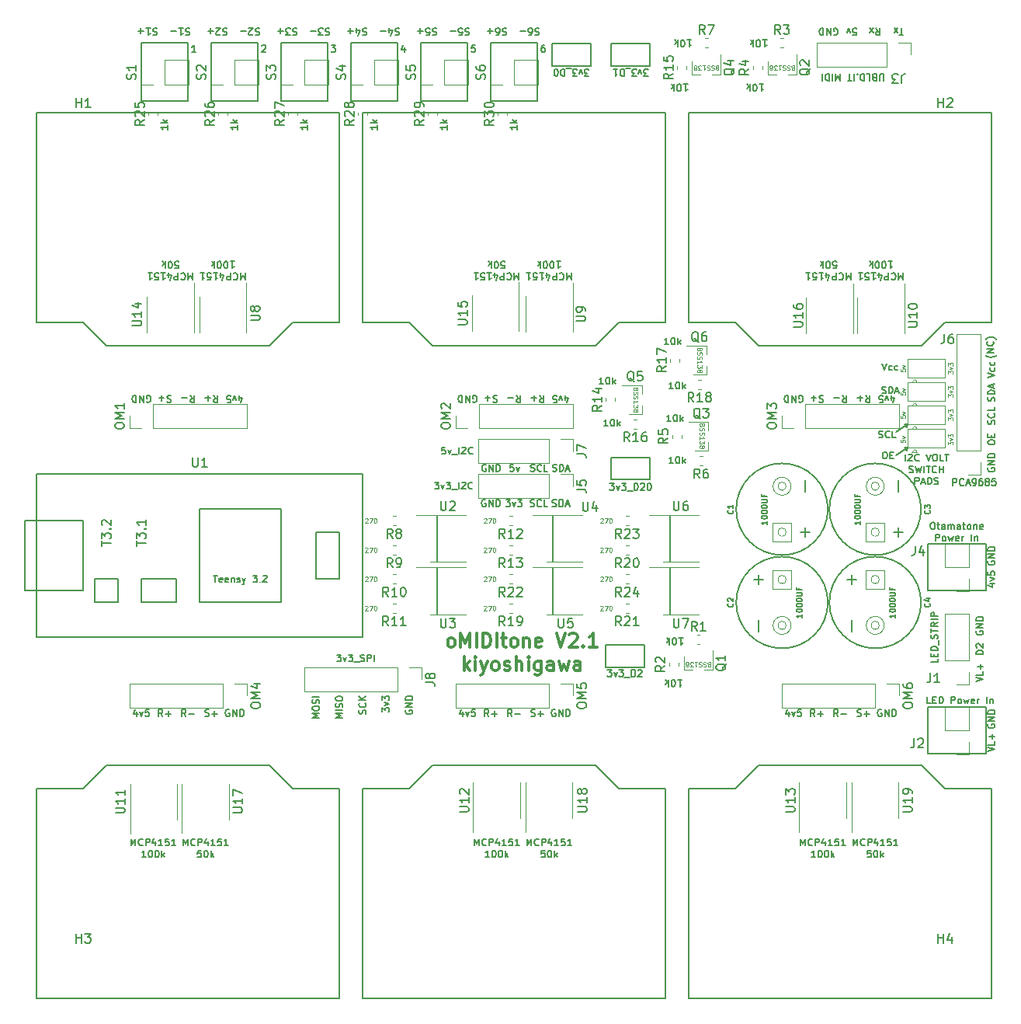
<source format=gbr>
G04 #@! TF.GenerationSoftware,KiCad,Pcbnew,(5.0.1)-3*
G04 #@! TF.CreationDate,2019-05-30T19:07:57-06:00*
G04 #@! TF.ProjectId,oMIDItone V2,6F4D494449746F6E652056322E6B6963,rev?*
G04 #@! TF.SameCoordinates,Original*
G04 #@! TF.FileFunction,Legend,Top*
G04 #@! TF.FilePolarity,Positive*
%FSLAX46Y46*%
G04 Gerber Fmt 4.6, Leading zero omitted, Abs format (unit mm)*
G04 Created by KiCad (PCBNEW (5.0.1)-3) date 2019-05-30 7:07:57 PM*
%MOMM*%
%LPD*%
G01*
G04 APERTURE LIST*
%ADD10C,0.150000*%
%ADD11C,0.100000*%
%ADD12C,0.200000*%
%ADD13C,0.300000*%
%ADD14C,0.120000*%
%ADD15C,0.203200*%
%ADD16C,0.066040*%
%ADD17C,0.127000*%
G04 APERTURE END LIST*
D10*
X107188000Y-107315000D02*
X107188000Y-102235000D01*
X107188000Y-113030000D02*
X107188000Y-107950000D01*
X94361000Y-113030000D02*
X94361000Y-107950000D01*
X94361000Y-107315000D02*
X94361000Y-102235000D01*
X81788000Y-107315000D02*
X81788000Y-102235000D01*
X81788000Y-113030000D02*
X81788000Y-107950000D01*
X130484142Y-54893714D02*
X130484142Y-54286571D01*
X130448428Y-54215142D01*
X130412714Y-54179428D01*
X130341285Y-54143714D01*
X130198428Y-54143714D01*
X130127000Y-54179428D01*
X130091285Y-54215142D01*
X130055571Y-54286571D01*
X130055571Y-54893714D01*
X129448428Y-54536571D02*
X129341285Y-54500857D01*
X129305571Y-54465142D01*
X129269857Y-54393714D01*
X129269857Y-54286571D01*
X129305571Y-54215142D01*
X129341285Y-54179428D01*
X129412714Y-54143714D01*
X129698428Y-54143714D01*
X129698428Y-54893714D01*
X129448428Y-54893714D01*
X129377000Y-54858000D01*
X129341285Y-54822285D01*
X129305571Y-54750857D01*
X129305571Y-54679428D01*
X129341285Y-54608000D01*
X129377000Y-54572285D01*
X129448428Y-54536571D01*
X129698428Y-54536571D01*
X128591285Y-54143714D02*
X128948428Y-54143714D01*
X128948428Y-54893714D01*
X128341285Y-54143714D02*
X128341285Y-54893714D01*
X128162714Y-54893714D01*
X128055571Y-54858000D01*
X127984142Y-54786571D01*
X127948428Y-54715142D01*
X127912714Y-54572285D01*
X127912714Y-54465142D01*
X127948428Y-54322285D01*
X127984142Y-54250857D01*
X128055571Y-54179428D01*
X128162714Y-54143714D01*
X128341285Y-54143714D01*
X127591285Y-54215142D02*
X127555571Y-54179428D01*
X127591285Y-54143714D01*
X127627000Y-54179428D01*
X127591285Y-54215142D01*
X127591285Y-54143714D01*
X127234142Y-54143714D02*
X127234142Y-54893714D01*
X126984142Y-54893714D02*
X126555571Y-54893714D01*
X126769857Y-54143714D02*
X126769857Y-54893714D01*
X125734142Y-54143714D02*
X125734142Y-54893714D01*
X125484142Y-54358000D01*
X125234142Y-54893714D01*
X125234142Y-54143714D01*
X124877000Y-54143714D02*
X124877000Y-54893714D01*
X124519857Y-54143714D02*
X124519857Y-54893714D01*
X124341285Y-54893714D01*
X124234142Y-54858000D01*
X124162714Y-54786571D01*
X124127000Y-54715142D01*
X124091285Y-54572285D01*
X124091285Y-54465142D01*
X124127000Y-54322285D01*
X124162714Y-54250857D01*
X124234142Y-54179428D01*
X124341285Y-54143714D01*
X124519857Y-54143714D01*
X123769857Y-54143714D02*
X123769857Y-54893714D01*
X135578857Y-122767285D02*
X135221714Y-122767285D01*
X135221714Y-122017285D01*
X135828857Y-122374428D02*
X136078857Y-122374428D01*
X136186000Y-122767285D02*
X135828857Y-122767285D01*
X135828857Y-122017285D01*
X136186000Y-122017285D01*
X136507428Y-122767285D02*
X136507428Y-122017285D01*
X136686000Y-122017285D01*
X136793142Y-122053000D01*
X136864571Y-122124428D01*
X136900285Y-122195857D01*
X136936000Y-122338714D01*
X136936000Y-122445857D01*
X136900285Y-122588714D01*
X136864571Y-122660142D01*
X136793142Y-122731571D01*
X136686000Y-122767285D01*
X136507428Y-122767285D01*
X137828857Y-122767285D02*
X137828857Y-122017285D01*
X138114571Y-122017285D01*
X138186000Y-122053000D01*
X138221714Y-122088714D01*
X138257428Y-122160142D01*
X138257428Y-122267285D01*
X138221714Y-122338714D01*
X138186000Y-122374428D01*
X138114571Y-122410142D01*
X137828857Y-122410142D01*
X138686000Y-122767285D02*
X138614571Y-122731571D01*
X138578857Y-122695857D01*
X138543142Y-122624428D01*
X138543142Y-122410142D01*
X138578857Y-122338714D01*
X138614571Y-122303000D01*
X138686000Y-122267285D01*
X138793142Y-122267285D01*
X138864571Y-122303000D01*
X138900285Y-122338714D01*
X138936000Y-122410142D01*
X138936000Y-122624428D01*
X138900285Y-122695857D01*
X138864571Y-122731571D01*
X138793142Y-122767285D01*
X138686000Y-122767285D01*
X139186000Y-122267285D02*
X139328857Y-122767285D01*
X139471714Y-122410142D01*
X139614571Y-122767285D01*
X139757428Y-122267285D01*
X140328857Y-122731571D02*
X140257428Y-122767285D01*
X140114571Y-122767285D01*
X140043142Y-122731571D01*
X140007428Y-122660142D01*
X140007428Y-122374428D01*
X140043142Y-122303000D01*
X140114571Y-122267285D01*
X140257428Y-122267285D01*
X140328857Y-122303000D01*
X140364571Y-122374428D01*
X140364571Y-122445857D01*
X140007428Y-122517285D01*
X140686000Y-122767285D02*
X140686000Y-122267285D01*
X140686000Y-122410142D02*
X140721714Y-122338714D01*
X140757428Y-122303000D01*
X140828857Y-122267285D01*
X140900285Y-122267285D01*
X141721714Y-122767285D02*
X141721714Y-122017285D01*
X142078857Y-122267285D02*
X142078857Y-122767285D01*
X142078857Y-122338714D02*
X142114571Y-122303000D01*
X142186000Y-122267285D01*
X142293142Y-122267285D01*
X142364571Y-122303000D01*
X142400285Y-122374428D01*
X142400285Y-122767285D01*
X136356285Y-117909285D02*
X136356285Y-118266428D01*
X135606285Y-118266428D01*
X135963428Y-117659285D02*
X135963428Y-117409285D01*
X136356285Y-117302142D02*
X136356285Y-117659285D01*
X135606285Y-117659285D01*
X135606285Y-117302142D01*
X136356285Y-116980714D02*
X135606285Y-116980714D01*
X135606285Y-116802142D01*
X135642000Y-116695000D01*
X135713428Y-116623571D01*
X135784857Y-116587857D01*
X135927714Y-116552142D01*
X136034857Y-116552142D01*
X136177714Y-116587857D01*
X136249142Y-116623571D01*
X136320571Y-116695000D01*
X136356285Y-116802142D01*
X136356285Y-116980714D01*
X136427714Y-116409285D02*
X136427714Y-115837857D01*
X136320571Y-115695000D02*
X136356285Y-115587857D01*
X136356285Y-115409285D01*
X136320571Y-115337857D01*
X136284857Y-115302142D01*
X136213428Y-115266428D01*
X136142000Y-115266428D01*
X136070571Y-115302142D01*
X136034857Y-115337857D01*
X135999142Y-115409285D01*
X135963428Y-115552142D01*
X135927714Y-115623571D01*
X135892000Y-115659285D01*
X135820571Y-115695000D01*
X135749142Y-115695000D01*
X135677714Y-115659285D01*
X135642000Y-115623571D01*
X135606285Y-115552142D01*
X135606285Y-115373571D01*
X135642000Y-115266428D01*
X135606285Y-115052142D02*
X135606285Y-114623571D01*
X136356285Y-114837857D02*
X135606285Y-114837857D01*
X136356285Y-113945000D02*
X135999142Y-114195000D01*
X136356285Y-114373571D02*
X135606285Y-114373571D01*
X135606285Y-114087857D01*
X135642000Y-114016428D01*
X135677714Y-113980714D01*
X135749142Y-113945000D01*
X135856285Y-113945000D01*
X135927714Y-113980714D01*
X135963428Y-114016428D01*
X135999142Y-114087857D01*
X135999142Y-114373571D01*
X136356285Y-113623571D02*
X135606285Y-113623571D01*
X136356285Y-113266428D02*
X135606285Y-113266428D01*
X135606285Y-112980714D01*
X135642000Y-112909285D01*
X135677714Y-112873571D01*
X135749142Y-112837857D01*
X135856285Y-112837857D01*
X135927714Y-112873571D01*
X135963428Y-112909285D01*
X135999142Y-112980714D01*
X135999142Y-113266428D01*
X135751428Y-103040985D02*
X135894285Y-103040985D01*
X135965714Y-103076700D01*
X136037142Y-103148128D01*
X136072857Y-103290985D01*
X136072857Y-103540985D01*
X136037142Y-103683842D01*
X135965714Y-103755271D01*
X135894285Y-103790985D01*
X135751428Y-103790985D01*
X135680000Y-103755271D01*
X135608571Y-103683842D01*
X135572857Y-103540985D01*
X135572857Y-103290985D01*
X135608571Y-103148128D01*
X135680000Y-103076700D01*
X135751428Y-103040985D01*
X136287142Y-103290985D02*
X136572857Y-103290985D01*
X136394285Y-103040985D02*
X136394285Y-103683842D01*
X136430000Y-103755271D01*
X136501428Y-103790985D01*
X136572857Y-103790985D01*
X137144285Y-103790985D02*
X137144285Y-103398128D01*
X137108571Y-103326700D01*
X137037142Y-103290985D01*
X136894285Y-103290985D01*
X136822857Y-103326700D01*
X137144285Y-103755271D02*
X137072857Y-103790985D01*
X136894285Y-103790985D01*
X136822857Y-103755271D01*
X136787142Y-103683842D01*
X136787142Y-103612414D01*
X136822857Y-103540985D01*
X136894285Y-103505271D01*
X137072857Y-103505271D01*
X137144285Y-103469557D01*
X137501428Y-103790985D02*
X137501428Y-103290985D01*
X137501428Y-103362414D02*
X137537142Y-103326700D01*
X137608571Y-103290985D01*
X137715714Y-103290985D01*
X137787142Y-103326700D01*
X137822857Y-103398128D01*
X137822857Y-103790985D01*
X137822857Y-103398128D02*
X137858571Y-103326700D01*
X137930000Y-103290985D01*
X138037142Y-103290985D01*
X138108571Y-103326700D01*
X138144285Y-103398128D01*
X138144285Y-103790985D01*
X138822857Y-103790985D02*
X138822857Y-103398128D01*
X138787142Y-103326700D01*
X138715714Y-103290985D01*
X138572857Y-103290985D01*
X138501428Y-103326700D01*
X138822857Y-103755271D02*
X138751428Y-103790985D01*
X138572857Y-103790985D01*
X138501428Y-103755271D01*
X138465714Y-103683842D01*
X138465714Y-103612414D01*
X138501428Y-103540985D01*
X138572857Y-103505271D01*
X138751428Y-103505271D01*
X138822857Y-103469557D01*
X139072857Y-103290985D02*
X139358571Y-103290985D01*
X139180000Y-103040985D02*
X139180000Y-103683842D01*
X139215714Y-103755271D01*
X139287142Y-103790985D01*
X139358571Y-103790985D01*
X139715714Y-103790985D02*
X139644285Y-103755271D01*
X139608571Y-103719557D01*
X139572857Y-103648128D01*
X139572857Y-103433842D01*
X139608571Y-103362414D01*
X139644285Y-103326700D01*
X139715714Y-103290985D01*
X139822857Y-103290985D01*
X139894285Y-103326700D01*
X139930000Y-103362414D01*
X139965714Y-103433842D01*
X139965714Y-103648128D01*
X139930000Y-103719557D01*
X139894285Y-103755271D01*
X139822857Y-103790985D01*
X139715714Y-103790985D01*
X140287142Y-103290985D02*
X140287142Y-103790985D01*
X140287142Y-103362414D02*
X140322857Y-103326700D01*
X140394285Y-103290985D01*
X140501428Y-103290985D01*
X140572857Y-103326700D01*
X140608571Y-103398128D01*
X140608571Y-103790985D01*
X141251428Y-103755271D02*
X141180000Y-103790985D01*
X141037142Y-103790985D01*
X140965714Y-103755271D01*
X140930000Y-103683842D01*
X140930000Y-103398128D01*
X140965714Y-103326700D01*
X141037142Y-103290985D01*
X141180000Y-103290985D01*
X141251428Y-103326700D01*
X141287142Y-103398128D01*
X141287142Y-103469557D01*
X140930000Y-103540985D01*
X136144285Y-105065985D02*
X136144285Y-104315985D01*
X136430000Y-104315985D01*
X136501428Y-104351700D01*
X136537142Y-104387414D01*
X136572857Y-104458842D01*
X136572857Y-104565985D01*
X136537142Y-104637414D01*
X136501428Y-104673128D01*
X136430000Y-104708842D01*
X136144285Y-104708842D01*
X137001428Y-105065985D02*
X136930000Y-105030271D01*
X136894285Y-104994557D01*
X136858571Y-104923128D01*
X136858571Y-104708842D01*
X136894285Y-104637414D01*
X136930000Y-104601700D01*
X137001428Y-104565985D01*
X137108571Y-104565985D01*
X137180000Y-104601700D01*
X137215714Y-104637414D01*
X137251428Y-104708842D01*
X137251428Y-104923128D01*
X137215714Y-104994557D01*
X137180000Y-105030271D01*
X137108571Y-105065985D01*
X137001428Y-105065985D01*
X137501428Y-104565985D02*
X137644285Y-105065985D01*
X137787142Y-104708842D01*
X137930000Y-105065985D01*
X138072857Y-104565985D01*
X138644285Y-105030271D02*
X138572857Y-105065985D01*
X138430000Y-105065985D01*
X138358571Y-105030271D01*
X138322857Y-104958842D01*
X138322857Y-104673128D01*
X138358571Y-104601700D01*
X138430000Y-104565985D01*
X138572857Y-104565985D01*
X138644285Y-104601700D01*
X138680000Y-104673128D01*
X138680000Y-104744557D01*
X138322857Y-104815985D01*
X139001428Y-105065985D02*
X139001428Y-104565985D01*
X139001428Y-104708842D02*
X139037142Y-104637414D01*
X139072857Y-104601700D01*
X139144285Y-104565985D01*
X139215714Y-104565985D01*
X140037142Y-105065985D02*
X140037142Y-104315985D01*
X140394285Y-104565985D02*
X140394285Y-105065985D01*
X140394285Y-104637414D02*
X140430000Y-104601700D01*
X140501428Y-104565985D01*
X140608571Y-104565985D01*
X140680000Y-104601700D01*
X140715714Y-104673128D01*
X140715714Y-105065985D01*
X138013571Y-99018285D02*
X138013571Y-98268285D01*
X138299285Y-98268285D01*
X138370714Y-98304000D01*
X138406428Y-98339714D01*
X138442142Y-98411142D01*
X138442142Y-98518285D01*
X138406428Y-98589714D01*
X138370714Y-98625428D01*
X138299285Y-98661142D01*
X138013571Y-98661142D01*
X139192142Y-98946857D02*
X139156428Y-98982571D01*
X139049285Y-99018285D01*
X138977857Y-99018285D01*
X138870714Y-98982571D01*
X138799285Y-98911142D01*
X138763571Y-98839714D01*
X138727857Y-98696857D01*
X138727857Y-98589714D01*
X138763571Y-98446857D01*
X138799285Y-98375428D01*
X138870714Y-98304000D01*
X138977857Y-98268285D01*
X139049285Y-98268285D01*
X139156428Y-98304000D01*
X139192142Y-98339714D01*
X139477857Y-98804000D02*
X139835000Y-98804000D01*
X139406428Y-99018285D02*
X139656428Y-98268285D01*
X139906428Y-99018285D01*
X140192142Y-99018285D02*
X140335000Y-99018285D01*
X140406428Y-98982571D01*
X140442142Y-98946857D01*
X140513571Y-98839714D01*
X140549285Y-98696857D01*
X140549285Y-98411142D01*
X140513571Y-98339714D01*
X140477857Y-98304000D01*
X140406428Y-98268285D01*
X140263571Y-98268285D01*
X140192142Y-98304000D01*
X140156428Y-98339714D01*
X140120714Y-98411142D01*
X140120714Y-98589714D01*
X140156428Y-98661142D01*
X140192142Y-98696857D01*
X140263571Y-98732571D01*
X140406428Y-98732571D01*
X140477857Y-98696857D01*
X140513571Y-98661142D01*
X140549285Y-98589714D01*
X141192142Y-98268285D02*
X141049285Y-98268285D01*
X140977857Y-98304000D01*
X140942142Y-98339714D01*
X140870714Y-98446857D01*
X140835000Y-98589714D01*
X140835000Y-98875428D01*
X140870714Y-98946857D01*
X140906428Y-98982571D01*
X140977857Y-99018285D01*
X141120714Y-99018285D01*
X141192142Y-98982571D01*
X141227857Y-98946857D01*
X141263571Y-98875428D01*
X141263571Y-98696857D01*
X141227857Y-98625428D01*
X141192142Y-98589714D01*
X141120714Y-98554000D01*
X140977857Y-98554000D01*
X140906428Y-98589714D01*
X140870714Y-98625428D01*
X140835000Y-98696857D01*
X141692142Y-98589714D02*
X141620714Y-98554000D01*
X141585000Y-98518285D01*
X141549285Y-98446857D01*
X141549285Y-98411142D01*
X141585000Y-98339714D01*
X141620714Y-98304000D01*
X141692142Y-98268285D01*
X141835000Y-98268285D01*
X141906428Y-98304000D01*
X141942142Y-98339714D01*
X141977857Y-98411142D01*
X141977857Y-98446857D01*
X141942142Y-98518285D01*
X141906428Y-98554000D01*
X141835000Y-98589714D01*
X141692142Y-98589714D01*
X141620714Y-98625428D01*
X141585000Y-98661142D01*
X141549285Y-98732571D01*
X141549285Y-98875428D01*
X141585000Y-98946857D01*
X141620714Y-98982571D01*
X141692142Y-99018285D01*
X141835000Y-99018285D01*
X141906428Y-98982571D01*
X141942142Y-98946857D01*
X141977857Y-98875428D01*
X141977857Y-98732571D01*
X141942142Y-98661142D01*
X141906428Y-98625428D01*
X141835000Y-98589714D01*
X142656428Y-98268285D02*
X142299285Y-98268285D01*
X142263571Y-98625428D01*
X142299285Y-98589714D01*
X142370714Y-98554000D01*
X142549285Y-98554000D01*
X142620714Y-98589714D01*
X142656428Y-98625428D01*
X142692142Y-98696857D01*
X142692142Y-98875428D01*
X142656428Y-98946857D01*
X142620714Y-98982571D01*
X142549285Y-99018285D01*
X142370714Y-99018285D01*
X142299285Y-98982571D01*
X142263571Y-98946857D01*
X94366364Y-97439804D02*
X94473507Y-97475518D01*
X94652079Y-97475518D01*
X94723507Y-97439804D01*
X94759221Y-97404090D01*
X94794936Y-97332661D01*
X94794936Y-97261233D01*
X94759221Y-97189804D01*
X94723507Y-97154090D01*
X94652079Y-97118375D01*
X94509221Y-97082661D01*
X94437793Y-97046947D01*
X94402079Y-97011233D01*
X94366364Y-96939804D01*
X94366364Y-96868375D01*
X94402079Y-96796947D01*
X94437793Y-96761233D01*
X94509221Y-96725518D01*
X94687793Y-96725518D01*
X94794936Y-96761233D01*
X95116364Y-97475518D02*
X95116364Y-96725518D01*
X95294936Y-96725518D01*
X95402079Y-96761233D01*
X95473507Y-96832661D01*
X95509221Y-96904090D01*
X95544936Y-97046947D01*
X95544936Y-97154090D01*
X95509221Y-97296947D01*
X95473507Y-97368375D01*
X95402079Y-97439804D01*
X95294936Y-97475518D01*
X95116364Y-97475518D01*
X95830650Y-97261233D02*
X96187793Y-97261233D01*
X95759221Y-97475518D02*
X96009221Y-96725518D01*
X96259221Y-97475518D01*
X90089936Y-96725518D02*
X89732793Y-96725518D01*
X89697079Y-97082661D01*
X89732793Y-97046947D01*
X89804221Y-97011233D01*
X89982793Y-97011233D01*
X90054221Y-97046947D01*
X90089936Y-97082661D01*
X90125650Y-97154090D01*
X90125650Y-97332661D01*
X90089936Y-97404090D01*
X90054221Y-97439804D01*
X89982793Y-97475518D01*
X89804221Y-97475518D01*
X89732793Y-97439804D01*
X89697079Y-97404090D01*
X90375650Y-96975518D02*
X90554221Y-97475518D01*
X90732793Y-96975518D01*
X91971221Y-97439804D02*
X92078364Y-97475518D01*
X92256936Y-97475518D01*
X92328364Y-97439804D01*
X92364079Y-97404090D01*
X92399793Y-97332661D01*
X92399793Y-97261233D01*
X92364079Y-97189804D01*
X92328364Y-97154090D01*
X92256936Y-97118375D01*
X92114079Y-97082661D01*
X92042650Y-97046947D01*
X92006936Y-97011233D01*
X91971221Y-96939804D01*
X91971221Y-96868375D01*
X92006936Y-96796947D01*
X92042650Y-96761233D01*
X92114079Y-96725518D01*
X92292650Y-96725518D01*
X92399793Y-96761233D01*
X93149793Y-97404090D02*
X93114079Y-97439804D01*
X93006936Y-97475518D01*
X92935507Y-97475518D01*
X92828364Y-97439804D01*
X92756936Y-97368375D01*
X92721221Y-97296947D01*
X92685507Y-97154090D01*
X92685507Y-97046947D01*
X92721221Y-96904090D01*
X92756936Y-96832661D01*
X92828364Y-96761233D01*
X92935507Y-96725518D01*
X93006936Y-96725518D01*
X93114079Y-96761233D01*
X93149793Y-96796947D01*
X93828364Y-97475518D02*
X93471221Y-97475518D01*
X93471221Y-96725518D01*
X87085650Y-96761233D02*
X87014221Y-96725518D01*
X86907079Y-96725518D01*
X86799936Y-96761233D01*
X86728507Y-96832661D01*
X86692793Y-96904090D01*
X86657079Y-97046947D01*
X86657079Y-97154090D01*
X86692793Y-97296947D01*
X86728507Y-97368375D01*
X86799936Y-97439804D01*
X86907079Y-97475518D01*
X86978507Y-97475518D01*
X87085650Y-97439804D01*
X87121364Y-97404090D01*
X87121364Y-97154090D01*
X86978507Y-97154090D01*
X87442793Y-97475518D02*
X87442793Y-96725518D01*
X87871364Y-97475518D01*
X87871364Y-96725518D01*
X88228507Y-97475518D02*
X88228507Y-96725518D01*
X88407079Y-96725518D01*
X88514221Y-96761233D01*
X88585650Y-96832661D01*
X88621364Y-96904090D01*
X88657079Y-97046947D01*
X88657079Y-97154090D01*
X88621364Y-97296947D01*
X88585650Y-97368375D01*
X88514221Y-97439804D01*
X88407079Y-97475518D01*
X88228507Y-97475518D01*
X70808714Y-117445285D02*
X71273000Y-117445285D01*
X71023000Y-117731000D01*
X71130142Y-117731000D01*
X71201571Y-117766714D01*
X71237285Y-117802428D01*
X71273000Y-117873857D01*
X71273000Y-118052428D01*
X71237285Y-118123857D01*
X71201571Y-118159571D01*
X71130142Y-118195285D01*
X70915857Y-118195285D01*
X70844428Y-118159571D01*
X70808714Y-118123857D01*
X71523000Y-117695285D02*
X71701571Y-118195285D01*
X71880142Y-117695285D01*
X72094428Y-117445285D02*
X72558714Y-117445285D01*
X72308714Y-117731000D01*
X72415857Y-117731000D01*
X72487285Y-117766714D01*
X72523000Y-117802428D01*
X72558714Y-117873857D01*
X72558714Y-118052428D01*
X72523000Y-118123857D01*
X72487285Y-118159571D01*
X72415857Y-118195285D01*
X72201571Y-118195285D01*
X72130142Y-118159571D01*
X72094428Y-118123857D01*
X72701571Y-118266714D02*
X73273000Y-118266714D01*
X73415857Y-118159571D02*
X73523000Y-118195285D01*
X73701571Y-118195285D01*
X73773000Y-118159571D01*
X73808714Y-118123857D01*
X73844428Y-118052428D01*
X73844428Y-117981000D01*
X73808714Y-117909571D01*
X73773000Y-117873857D01*
X73701571Y-117838142D01*
X73558714Y-117802428D01*
X73487285Y-117766714D01*
X73451571Y-117731000D01*
X73415857Y-117659571D01*
X73415857Y-117588142D01*
X73451571Y-117516714D01*
X73487285Y-117481000D01*
X73558714Y-117445285D01*
X73737285Y-117445285D01*
X73844428Y-117481000D01*
X74165857Y-118195285D02*
X74165857Y-117445285D01*
X74451571Y-117445285D01*
X74523000Y-117481000D01*
X74558714Y-117516714D01*
X74594428Y-117588142D01*
X74594428Y-117695285D01*
X74558714Y-117766714D01*
X74523000Y-117802428D01*
X74451571Y-117838142D01*
X74165857Y-117838142D01*
X74915857Y-118195285D02*
X74915857Y-117445285D01*
X132969000Y-92710000D02*
X133096000Y-92329000D01*
X132715000Y-92329000D02*
X132969000Y-92710000D01*
X133096000Y-92329000D02*
X132715000Y-92329000D01*
X131826000Y-93218000D02*
X133096000Y-92329000D01*
X132969000Y-95250000D02*
X133096000Y-94869000D01*
X132715000Y-94869000D02*
X132969000Y-95250000D01*
X133096000Y-94869000D02*
X132715000Y-94869000D01*
X131826000Y-95758000D02*
X133096000Y-94869000D01*
X129917142Y-93775571D02*
X130024285Y-93811285D01*
X130202857Y-93811285D01*
X130274285Y-93775571D01*
X130310000Y-93739857D01*
X130345714Y-93668428D01*
X130345714Y-93597000D01*
X130310000Y-93525571D01*
X130274285Y-93489857D01*
X130202857Y-93454142D01*
X130060000Y-93418428D01*
X129988571Y-93382714D01*
X129952857Y-93347000D01*
X129917142Y-93275571D01*
X129917142Y-93204142D01*
X129952857Y-93132714D01*
X129988571Y-93097000D01*
X130060000Y-93061285D01*
X130238571Y-93061285D01*
X130345714Y-93097000D01*
X131095714Y-93739857D02*
X131060000Y-93775571D01*
X130952857Y-93811285D01*
X130881428Y-93811285D01*
X130774285Y-93775571D01*
X130702857Y-93704142D01*
X130667142Y-93632714D01*
X130631428Y-93489857D01*
X130631428Y-93382714D01*
X130667142Y-93239857D01*
X130702857Y-93168428D01*
X130774285Y-93097000D01*
X130881428Y-93061285D01*
X130952857Y-93061285D01*
X131060000Y-93097000D01*
X131095714Y-93132714D01*
X131774285Y-93811285D02*
X131417142Y-93811285D01*
X131417142Y-93061285D01*
X130526285Y-95347285D02*
X130669142Y-95347285D01*
X130740571Y-95383000D01*
X130812000Y-95454428D01*
X130847714Y-95597285D01*
X130847714Y-95847285D01*
X130812000Y-95990142D01*
X130740571Y-96061571D01*
X130669142Y-96097285D01*
X130526285Y-96097285D01*
X130454857Y-96061571D01*
X130383428Y-95990142D01*
X130347714Y-95847285D01*
X130347714Y-95597285D01*
X130383428Y-95454428D01*
X130454857Y-95383000D01*
X130526285Y-95347285D01*
X131169142Y-95704428D02*
X131419142Y-95704428D01*
X131526285Y-96097285D02*
X131169142Y-96097285D01*
X131169142Y-95347285D01*
X131526285Y-95347285D01*
X130280285Y-88949571D02*
X130387428Y-88985285D01*
X130566000Y-88985285D01*
X130637428Y-88949571D01*
X130673142Y-88913857D01*
X130708857Y-88842428D01*
X130708857Y-88771000D01*
X130673142Y-88699571D01*
X130637428Y-88663857D01*
X130566000Y-88628142D01*
X130423142Y-88592428D01*
X130351714Y-88556714D01*
X130316000Y-88521000D01*
X130280285Y-88449571D01*
X130280285Y-88378142D01*
X130316000Y-88306714D01*
X130351714Y-88271000D01*
X130423142Y-88235285D01*
X130601714Y-88235285D01*
X130708857Y-88271000D01*
X131030285Y-88985285D02*
X131030285Y-88235285D01*
X131208857Y-88235285D01*
X131316000Y-88271000D01*
X131387428Y-88342428D01*
X131423142Y-88413857D01*
X131458857Y-88556714D01*
X131458857Y-88663857D01*
X131423142Y-88806714D01*
X131387428Y-88878142D01*
X131316000Y-88949571D01*
X131208857Y-88985285D01*
X131030285Y-88985285D01*
X131744571Y-88771000D02*
X132101714Y-88771000D01*
X131673142Y-88985285D02*
X131923142Y-88235285D01*
X132173142Y-88985285D01*
X130298142Y-85695285D02*
X130548142Y-86445285D01*
X130798142Y-85695285D01*
X131369571Y-86409571D02*
X131298142Y-86445285D01*
X131155285Y-86445285D01*
X131083857Y-86409571D01*
X131048142Y-86373857D01*
X131012428Y-86302428D01*
X131012428Y-86088142D01*
X131048142Y-86016714D01*
X131083857Y-85981000D01*
X131155285Y-85945285D01*
X131298142Y-85945285D01*
X131369571Y-85981000D01*
X132012428Y-86409571D02*
X131941000Y-86445285D01*
X131798142Y-86445285D01*
X131726714Y-86409571D01*
X131691000Y-86373857D01*
X131655285Y-86302428D01*
X131655285Y-86088142D01*
X131691000Y-86016714D01*
X131726714Y-85981000D01*
X131798142Y-85945285D01*
X131941000Y-85945285D01*
X132012428Y-85981000D01*
X132806571Y-96346285D02*
X132806571Y-95596285D01*
X133128000Y-95667714D02*
X133163714Y-95632000D01*
X133235142Y-95596285D01*
X133413714Y-95596285D01*
X133485142Y-95632000D01*
X133520857Y-95667714D01*
X133556571Y-95739142D01*
X133556571Y-95810571D01*
X133520857Y-95917714D01*
X133092285Y-96346285D01*
X133556571Y-96346285D01*
X134306571Y-96274857D02*
X134270857Y-96310571D01*
X134163714Y-96346285D01*
X134092285Y-96346285D01*
X133985142Y-96310571D01*
X133913714Y-96239142D01*
X133878000Y-96167714D01*
X133842285Y-96024857D01*
X133842285Y-95917714D01*
X133878000Y-95774857D01*
X133913714Y-95703428D01*
X133985142Y-95632000D01*
X134092285Y-95596285D01*
X134163714Y-95596285D01*
X134270857Y-95632000D01*
X134306571Y-95667714D01*
X135092285Y-95596285D02*
X135342285Y-96346285D01*
X135592285Y-95596285D01*
X135985142Y-95596285D02*
X136128000Y-95596285D01*
X136199428Y-95632000D01*
X136270857Y-95703428D01*
X136306571Y-95846285D01*
X136306571Y-96096285D01*
X136270857Y-96239142D01*
X136199428Y-96310571D01*
X136128000Y-96346285D01*
X135985142Y-96346285D01*
X135913714Y-96310571D01*
X135842285Y-96239142D01*
X135806571Y-96096285D01*
X135806571Y-95846285D01*
X135842285Y-95703428D01*
X135913714Y-95632000D01*
X135985142Y-95596285D01*
X136985142Y-96346285D02*
X136628000Y-96346285D01*
X136628000Y-95596285D01*
X137128000Y-95596285D02*
X137556571Y-95596285D01*
X137342285Y-96346285D02*
X137342285Y-95596285D01*
X133253000Y-97585571D02*
X133360142Y-97621285D01*
X133538714Y-97621285D01*
X133610142Y-97585571D01*
X133645857Y-97549857D01*
X133681571Y-97478428D01*
X133681571Y-97407000D01*
X133645857Y-97335571D01*
X133610142Y-97299857D01*
X133538714Y-97264142D01*
X133395857Y-97228428D01*
X133324428Y-97192714D01*
X133288714Y-97157000D01*
X133253000Y-97085571D01*
X133253000Y-97014142D01*
X133288714Y-96942714D01*
X133324428Y-96907000D01*
X133395857Y-96871285D01*
X133574428Y-96871285D01*
X133681571Y-96907000D01*
X133931571Y-96871285D02*
X134110142Y-97621285D01*
X134253000Y-97085571D01*
X134395857Y-97621285D01*
X134574428Y-96871285D01*
X134860142Y-97621285D02*
X134860142Y-96871285D01*
X135110142Y-96871285D02*
X135538714Y-96871285D01*
X135324428Y-97621285D02*
X135324428Y-96871285D01*
X136217285Y-97549857D02*
X136181571Y-97585571D01*
X136074428Y-97621285D01*
X136003000Y-97621285D01*
X135895857Y-97585571D01*
X135824428Y-97514142D01*
X135788714Y-97442714D01*
X135753000Y-97299857D01*
X135753000Y-97192714D01*
X135788714Y-97049857D01*
X135824428Y-96978428D01*
X135895857Y-96907000D01*
X136003000Y-96871285D01*
X136074428Y-96871285D01*
X136181571Y-96907000D01*
X136217285Y-96942714D01*
X136538714Y-97621285D02*
X136538714Y-96871285D01*
X136538714Y-97228428D02*
X136967285Y-97228428D01*
X136967285Y-97621285D02*
X136967285Y-96871285D01*
X133878000Y-98896285D02*
X133878000Y-98146285D01*
X134163714Y-98146285D01*
X134235142Y-98182000D01*
X134270857Y-98217714D01*
X134306571Y-98289142D01*
X134306571Y-98396285D01*
X134270857Y-98467714D01*
X134235142Y-98503428D01*
X134163714Y-98539142D01*
X133878000Y-98539142D01*
X134592285Y-98682000D02*
X134949428Y-98682000D01*
X134520857Y-98896285D02*
X134770857Y-98146285D01*
X135020857Y-98896285D01*
X135270857Y-98896285D02*
X135270857Y-98146285D01*
X135449428Y-98146285D01*
X135556571Y-98182000D01*
X135628000Y-98253428D01*
X135663714Y-98324857D01*
X135699428Y-98467714D01*
X135699428Y-98574857D01*
X135663714Y-98717714D01*
X135628000Y-98789142D01*
X135556571Y-98860571D01*
X135449428Y-98896285D01*
X135270857Y-98896285D01*
X135985142Y-98860571D02*
X136092285Y-98896285D01*
X136270857Y-98896285D01*
X136342285Y-98860571D01*
X136378000Y-98824857D01*
X136413714Y-98753428D01*
X136413714Y-98682000D01*
X136378000Y-98610571D01*
X136342285Y-98574857D01*
X136270857Y-98539142D01*
X136128000Y-98503428D01*
X136056571Y-98467714D01*
X136020857Y-98432000D01*
X135985142Y-98360571D01*
X135985142Y-98289142D01*
X136020857Y-98217714D01*
X136056571Y-98182000D01*
X136128000Y-98146285D01*
X136306571Y-98146285D01*
X136413714Y-98182000D01*
D11*
X99583952Y-105818809D02*
X99607761Y-105795000D01*
X99655380Y-105771190D01*
X99774428Y-105771190D01*
X99822047Y-105795000D01*
X99845857Y-105818809D01*
X99869666Y-105866428D01*
X99869666Y-105914047D01*
X99845857Y-105985476D01*
X99560142Y-106271190D01*
X99869666Y-106271190D01*
X100036333Y-105771190D02*
X100369666Y-105771190D01*
X100155380Y-106271190D01*
X100655380Y-105771190D02*
X100703000Y-105771190D01*
X100750619Y-105795000D01*
X100774428Y-105818809D01*
X100798238Y-105866428D01*
X100822047Y-105961666D01*
X100822047Y-106080714D01*
X100798238Y-106175952D01*
X100774428Y-106223571D01*
X100750619Y-106247380D01*
X100703000Y-106271190D01*
X100655380Y-106271190D01*
X100607761Y-106247380D01*
X100583952Y-106223571D01*
X100560142Y-106175952D01*
X100536333Y-106080714D01*
X100536333Y-105961666D01*
X100560142Y-105866428D01*
X100583952Y-105818809D01*
X100607761Y-105795000D01*
X100655380Y-105771190D01*
X99583952Y-112168809D02*
X99607761Y-112145000D01*
X99655380Y-112121190D01*
X99774428Y-112121190D01*
X99822047Y-112145000D01*
X99845857Y-112168809D01*
X99869666Y-112216428D01*
X99869666Y-112264047D01*
X99845857Y-112335476D01*
X99560142Y-112621190D01*
X99869666Y-112621190D01*
X100036333Y-112121190D02*
X100369666Y-112121190D01*
X100155380Y-112621190D01*
X100655380Y-112121190D02*
X100703000Y-112121190D01*
X100750619Y-112145000D01*
X100774428Y-112168809D01*
X100798238Y-112216428D01*
X100822047Y-112311666D01*
X100822047Y-112430714D01*
X100798238Y-112525952D01*
X100774428Y-112573571D01*
X100750619Y-112597380D01*
X100703000Y-112621190D01*
X100655380Y-112621190D01*
X100607761Y-112597380D01*
X100583952Y-112573571D01*
X100560142Y-112525952D01*
X100536333Y-112430714D01*
X100536333Y-112311666D01*
X100560142Y-112216428D01*
X100583952Y-112168809D01*
X100607761Y-112145000D01*
X100655380Y-112121190D01*
X99583952Y-102643809D02*
X99607761Y-102620000D01*
X99655380Y-102596190D01*
X99774428Y-102596190D01*
X99822047Y-102620000D01*
X99845857Y-102643809D01*
X99869666Y-102691428D01*
X99869666Y-102739047D01*
X99845857Y-102810476D01*
X99560142Y-103096190D01*
X99869666Y-103096190D01*
X100036333Y-102596190D02*
X100369666Y-102596190D01*
X100155380Y-103096190D01*
X100655380Y-102596190D02*
X100703000Y-102596190D01*
X100750619Y-102620000D01*
X100774428Y-102643809D01*
X100798238Y-102691428D01*
X100822047Y-102786666D01*
X100822047Y-102905714D01*
X100798238Y-103000952D01*
X100774428Y-103048571D01*
X100750619Y-103072380D01*
X100703000Y-103096190D01*
X100655380Y-103096190D01*
X100607761Y-103072380D01*
X100583952Y-103048571D01*
X100560142Y-103000952D01*
X100536333Y-102905714D01*
X100536333Y-102786666D01*
X100560142Y-102691428D01*
X100583952Y-102643809D01*
X100607761Y-102620000D01*
X100655380Y-102596190D01*
X99583952Y-108993809D02*
X99607761Y-108970000D01*
X99655380Y-108946190D01*
X99774428Y-108946190D01*
X99822047Y-108970000D01*
X99845857Y-108993809D01*
X99869666Y-109041428D01*
X99869666Y-109089047D01*
X99845857Y-109160476D01*
X99560142Y-109446190D01*
X99869666Y-109446190D01*
X100036333Y-108946190D02*
X100369666Y-108946190D01*
X100155380Y-109446190D01*
X100655380Y-108946190D02*
X100703000Y-108946190D01*
X100750619Y-108970000D01*
X100774428Y-108993809D01*
X100798238Y-109041428D01*
X100822047Y-109136666D01*
X100822047Y-109255714D01*
X100798238Y-109350952D01*
X100774428Y-109398571D01*
X100750619Y-109422380D01*
X100703000Y-109446190D01*
X100655380Y-109446190D01*
X100607761Y-109422380D01*
X100583952Y-109398571D01*
X100560142Y-109350952D01*
X100536333Y-109255714D01*
X100536333Y-109136666D01*
X100560142Y-109041428D01*
X100583952Y-108993809D01*
X100607761Y-108970000D01*
X100655380Y-108946190D01*
X86883952Y-105818809D02*
X86907761Y-105795000D01*
X86955380Y-105771190D01*
X87074428Y-105771190D01*
X87122047Y-105795000D01*
X87145857Y-105818809D01*
X87169666Y-105866428D01*
X87169666Y-105914047D01*
X87145857Y-105985476D01*
X86860142Y-106271190D01*
X87169666Y-106271190D01*
X87336333Y-105771190D02*
X87669666Y-105771190D01*
X87455380Y-106271190D01*
X87955380Y-105771190D02*
X88003000Y-105771190D01*
X88050619Y-105795000D01*
X88074428Y-105818809D01*
X88098238Y-105866428D01*
X88122047Y-105961666D01*
X88122047Y-106080714D01*
X88098238Y-106175952D01*
X88074428Y-106223571D01*
X88050619Y-106247380D01*
X88003000Y-106271190D01*
X87955380Y-106271190D01*
X87907761Y-106247380D01*
X87883952Y-106223571D01*
X87860142Y-106175952D01*
X87836333Y-106080714D01*
X87836333Y-105961666D01*
X87860142Y-105866428D01*
X87883952Y-105818809D01*
X87907761Y-105795000D01*
X87955380Y-105771190D01*
X86883952Y-112168809D02*
X86907761Y-112145000D01*
X86955380Y-112121190D01*
X87074428Y-112121190D01*
X87122047Y-112145000D01*
X87145857Y-112168809D01*
X87169666Y-112216428D01*
X87169666Y-112264047D01*
X87145857Y-112335476D01*
X86860142Y-112621190D01*
X87169666Y-112621190D01*
X87336333Y-112121190D02*
X87669666Y-112121190D01*
X87455380Y-112621190D01*
X87955380Y-112121190D02*
X88003000Y-112121190D01*
X88050619Y-112145000D01*
X88074428Y-112168809D01*
X88098238Y-112216428D01*
X88122047Y-112311666D01*
X88122047Y-112430714D01*
X88098238Y-112525952D01*
X88074428Y-112573571D01*
X88050619Y-112597380D01*
X88003000Y-112621190D01*
X87955380Y-112621190D01*
X87907761Y-112597380D01*
X87883952Y-112573571D01*
X87860142Y-112525952D01*
X87836333Y-112430714D01*
X87836333Y-112311666D01*
X87860142Y-112216428D01*
X87883952Y-112168809D01*
X87907761Y-112145000D01*
X87955380Y-112121190D01*
X86883952Y-102643809D02*
X86907761Y-102620000D01*
X86955380Y-102596190D01*
X87074428Y-102596190D01*
X87122047Y-102620000D01*
X87145857Y-102643809D01*
X87169666Y-102691428D01*
X87169666Y-102739047D01*
X87145857Y-102810476D01*
X86860142Y-103096190D01*
X87169666Y-103096190D01*
X87336333Y-102596190D02*
X87669666Y-102596190D01*
X87455380Y-103096190D01*
X87955380Y-102596190D02*
X88003000Y-102596190D01*
X88050619Y-102620000D01*
X88074428Y-102643809D01*
X88098238Y-102691428D01*
X88122047Y-102786666D01*
X88122047Y-102905714D01*
X88098238Y-103000952D01*
X88074428Y-103048571D01*
X88050619Y-103072380D01*
X88003000Y-103096190D01*
X87955380Y-103096190D01*
X87907761Y-103072380D01*
X87883952Y-103048571D01*
X87860142Y-103000952D01*
X87836333Y-102905714D01*
X87836333Y-102786666D01*
X87860142Y-102691428D01*
X87883952Y-102643809D01*
X87907761Y-102620000D01*
X87955380Y-102596190D01*
X86883952Y-108993809D02*
X86907761Y-108970000D01*
X86955380Y-108946190D01*
X87074428Y-108946190D01*
X87122047Y-108970000D01*
X87145857Y-108993809D01*
X87169666Y-109041428D01*
X87169666Y-109089047D01*
X87145857Y-109160476D01*
X86860142Y-109446190D01*
X87169666Y-109446190D01*
X87336333Y-108946190D02*
X87669666Y-108946190D01*
X87455380Y-109446190D01*
X87955380Y-108946190D02*
X88003000Y-108946190D01*
X88050619Y-108970000D01*
X88074428Y-108993809D01*
X88098238Y-109041428D01*
X88122047Y-109136666D01*
X88122047Y-109255714D01*
X88098238Y-109350952D01*
X88074428Y-109398571D01*
X88050619Y-109422380D01*
X88003000Y-109446190D01*
X87955380Y-109446190D01*
X87907761Y-109422380D01*
X87883952Y-109398571D01*
X87860142Y-109350952D01*
X87836333Y-109255714D01*
X87836333Y-109136666D01*
X87860142Y-109041428D01*
X87883952Y-108993809D01*
X87907761Y-108970000D01*
X87955380Y-108946190D01*
X73929952Y-112168809D02*
X73953761Y-112145000D01*
X74001380Y-112121190D01*
X74120428Y-112121190D01*
X74168047Y-112145000D01*
X74191857Y-112168809D01*
X74215666Y-112216428D01*
X74215666Y-112264047D01*
X74191857Y-112335476D01*
X73906142Y-112621190D01*
X74215666Y-112621190D01*
X74382333Y-112121190D02*
X74715666Y-112121190D01*
X74501380Y-112621190D01*
X75001380Y-112121190D02*
X75049000Y-112121190D01*
X75096619Y-112145000D01*
X75120428Y-112168809D01*
X75144238Y-112216428D01*
X75168047Y-112311666D01*
X75168047Y-112430714D01*
X75144238Y-112525952D01*
X75120428Y-112573571D01*
X75096619Y-112597380D01*
X75049000Y-112621190D01*
X75001380Y-112621190D01*
X74953761Y-112597380D01*
X74929952Y-112573571D01*
X74906142Y-112525952D01*
X74882333Y-112430714D01*
X74882333Y-112311666D01*
X74906142Y-112216428D01*
X74929952Y-112168809D01*
X74953761Y-112145000D01*
X75001380Y-112121190D01*
X73929952Y-108993809D02*
X73953761Y-108970000D01*
X74001380Y-108946190D01*
X74120428Y-108946190D01*
X74168047Y-108970000D01*
X74191857Y-108993809D01*
X74215666Y-109041428D01*
X74215666Y-109089047D01*
X74191857Y-109160476D01*
X73906142Y-109446190D01*
X74215666Y-109446190D01*
X74382333Y-108946190D02*
X74715666Y-108946190D01*
X74501380Y-109446190D01*
X75001380Y-108946190D02*
X75049000Y-108946190D01*
X75096619Y-108970000D01*
X75120428Y-108993809D01*
X75144238Y-109041428D01*
X75168047Y-109136666D01*
X75168047Y-109255714D01*
X75144238Y-109350952D01*
X75120428Y-109398571D01*
X75096619Y-109422380D01*
X75049000Y-109446190D01*
X75001380Y-109446190D01*
X74953761Y-109422380D01*
X74929952Y-109398571D01*
X74906142Y-109350952D01*
X74882333Y-109255714D01*
X74882333Y-109136666D01*
X74906142Y-109041428D01*
X74929952Y-108993809D01*
X74953761Y-108970000D01*
X75001380Y-108946190D01*
X73929952Y-105818809D02*
X73953761Y-105795000D01*
X74001380Y-105771190D01*
X74120428Y-105771190D01*
X74168047Y-105795000D01*
X74191857Y-105818809D01*
X74215666Y-105866428D01*
X74215666Y-105914047D01*
X74191857Y-105985476D01*
X73906142Y-106271190D01*
X74215666Y-106271190D01*
X74382333Y-105771190D02*
X74715666Y-105771190D01*
X74501380Y-106271190D01*
X75001380Y-105771190D02*
X75049000Y-105771190D01*
X75096619Y-105795000D01*
X75120428Y-105818809D01*
X75144238Y-105866428D01*
X75168047Y-105961666D01*
X75168047Y-106080714D01*
X75144238Y-106175952D01*
X75120428Y-106223571D01*
X75096619Y-106247380D01*
X75049000Y-106271190D01*
X75001380Y-106271190D01*
X74953761Y-106247380D01*
X74929952Y-106223571D01*
X74906142Y-106175952D01*
X74882333Y-106080714D01*
X74882333Y-105961666D01*
X74906142Y-105866428D01*
X74929952Y-105818809D01*
X74953761Y-105795000D01*
X75001380Y-105771190D01*
X73929952Y-102643809D02*
X73953761Y-102620000D01*
X74001380Y-102596190D01*
X74120428Y-102596190D01*
X74168047Y-102620000D01*
X74191857Y-102643809D01*
X74215666Y-102691428D01*
X74215666Y-102739047D01*
X74191857Y-102810476D01*
X73906142Y-103096190D01*
X74215666Y-103096190D01*
X74382333Y-102596190D02*
X74715666Y-102596190D01*
X74501380Y-103096190D01*
X75001380Y-102596190D02*
X75049000Y-102596190D01*
X75096619Y-102620000D01*
X75120428Y-102643809D01*
X75144238Y-102691428D01*
X75168047Y-102786666D01*
X75168047Y-102905714D01*
X75144238Y-103000952D01*
X75120428Y-103048571D01*
X75096619Y-103072380D01*
X75049000Y-103096190D01*
X75001380Y-103096190D01*
X74953761Y-103072380D01*
X74929952Y-103048571D01*
X74906142Y-103000952D01*
X74882333Y-102905714D01*
X74882333Y-102786666D01*
X74906142Y-102691428D01*
X74929952Y-102643809D01*
X74953761Y-102620000D01*
X75001380Y-102596190D01*
D10*
X78365000Y-123507428D02*
X78329285Y-123578857D01*
X78329285Y-123686000D01*
X78365000Y-123793142D01*
X78436428Y-123864571D01*
X78507857Y-123900285D01*
X78650714Y-123936000D01*
X78757857Y-123936000D01*
X78900714Y-123900285D01*
X78972142Y-123864571D01*
X79043571Y-123793142D01*
X79079285Y-123686000D01*
X79079285Y-123614571D01*
X79043571Y-123507428D01*
X79007857Y-123471714D01*
X78757857Y-123471714D01*
X78757857Y-123614571D01*
X79079285Y-123150285D02*
X78329285Y-123150285D01*
X79079285Y-122721714D01*
X78329285Y-122721714D01*
X79079285Y-122364571D02*
X78329285Y-122364571D01*
X78329285Y-122186000D01*
X78365000Y-122078857D01*
X78436428Y-122007428D01*
X78507857Y-121971714D01*
X78650714Y-121936000D01*
X78757857Y-121936000D01*
X78900714Y-121971714D01*
X78972142Y-122007428D01*
X79043571Y-122078857D01*
X79079285Y-122186000D01*
X79079285Y-122364571D01*
X75789285Y-123701857D02*
X75789285Y-123237571D01*
X76075000Y-123487571D01*
X76075000Y-123380428D01*
X76110714Y-123309000D01*
X76146428Y-123273285D01*
X76217857Y-123237571D01*
X76396428Y-123237571D01*
X76467857Y-123273285D01*
X76503571Y-123309000D01*
X76539285Y-123380428D01*
X76539285Y-123594714D01*
X76503571Y-123666142D01*
X76467857Y-123701857D01*
X76039285Y-122987571D02*
X76539285Y-122809000D01*
X76039285Y-122630428D01*
X75789285Y-122416142D02*
X75789285Y-121951857D01*
X76075000Y-122201857D01*
X76075000Y-122094714D01*
X76110714Y-122023285D01*
X76146428Y-121987571D01*
X76217857Y-121951857D01*
X76396428Y-121951857D01*
X76467857Y-121987571D01*
X76503571Y-122023285D01*
X76539285Y-122094714D01*
X76539285Y-122309000D01*
X76503571Y-122380428D01*
X76467857Y-122416142D01*
X73963571Y-123900285D02*
X73999285Y-123793142D01*
X73999285Y-123614571D01*
X73963571Y-123543142D01*
X73927857Y-123507428D01*
X73856428Y-123471714D01*
X73785000Y-123471714D01*
X73713571Y-123507428D01*
X73677857Y-123543142D01*
X73642142Y-123614571D01*
X73606428Y-123757428D01*
X73570714Y-123828857D01*
X73535000Y-123864571D01*
X73463571Y-123900285D01*
X73392142Y-123900285D01*
X73320714Y-123864571D01*
X73285000Y-123828857D01*
X73249285Y-123757428D01*
X73249285Y-123578857D01*
X73285000Y-123471714D01*
X73927857Y-122721714D02*
X73963571Y-122757428D01*
X73999285Y-122864571D01*
X73999285Y-122936000D01*
X73963571Y-123043142D01*
X73892142Y-123114571D01*
X73820714Y-123150285D01*
X73677857Y-123186000D01*
X73570714Y-123186000D01*
X73427857Y-123150285D01*
X73356428Y-123114571D01*
X73285000Y-123043142D01*
X73249285Y-122936000D01*
X73249285Y-122864571D01*
X73285000Y-122757428D01*
X73320714Y-122721714D01*
X73999285Y-122400285D02*
X73249285Y-122400285D01*
X73999285Y-121971714D02*
X73570714Y-122293142D01*
X73249285Y-121971714D02*
X73677857Y-122400285D01*
X71459285Y-124368571D02*
X70709285Y-124368571D01*
X71245000Y-124118571D01*
X70709285Y-123868571D01*
X71459285Y-123868571D01*
X71459285Y-123511428D02*
X70709285Y-123511428D01*
X71423571Y-123190000D02*
X71459285Y-123082857D01*
X71459285Y-122904285D01*
X71423571Y-122832857D01*
X71387857Y-122797142D01*
X71316428Y-122761428D01*
X71245000Y-122761428D01*
X71173571Y-122797142D01*
X71137857Y-122832857D01*
X71102142Y-122904285D01*
X71066428Y-123047142D01*
X71030714Y-123118571D01*
X70995000Y-123154285D01*
X70923571Y-123190000D01*
X70852142Y-123190000D01*
X70780714Y-123154285D01*
X70745000Y-123118571D01*
X70709285Y-123047142D01*
X70709285Y-122868571D01*
X70745000Y-122761428D01*
X70709285Y-122297142D02*
X70709285Y-122154285D01*
X70745000Y-122082857D01*
X70816428Y-122011428D01*
X70959285Y-121975714D01*
X71209285Y-121975714D01*
X71352142Y-122011428D01*
X71423571Y-122082857D01*
X71459285Y-122154285D01*
X71459285Y-122297142D01*
X71423571Y-122368571D01*
X71352142Y-122440000D01*
X71209285Y-122475714D01*
X70959285Y-122475714D01*
X70816428Y-122440000D01*
X70745000Y-122368571D01*
X70709285Y-122297142D01*
X68919285Y-124368571D02*
X68169285Y-124368571D01*
X68705000Y-124118571D01*
X68169285Y-123868571D01*
X68919285Y-123868571D01*
X68169285Y-123368571D02*
X68169285Y-123225714D01*
X68205000Y-123154285D01*
X68276428Y-123082857D01*
X68419285Y-123047142D01*
X68669285Y-123047142D01*
X68812142Y-123082857D01*
X68883571Y-123154285D01*
X68919285Y-123225714D01*
X68919285Y-123368571D01*
X68883571Y-123440000D01*
X68812142Y-123511428D01*
X68669285Y-123547142D01*
X68419285Y-123547142D01*
X68276428Y-123511428D01*
X68205000Y-123440000D01*
X68169285Y-123368571D01*
X68883571Y-122761428D02*
X68919285Y-122654285D01*
X68919285Y-122475714D01*
X68883571Y-122404285D01*
X68847857Y-122368571D01*
X68776428Y-122332857D01*
X68705000Y-122332857D01*
X68633571Y-122368571D01*
X68597857Y-122404285D01*
X68562142Y-122475714D01*
X68526428Y-122618571D01*
X68490714Y-122690000D01*
X68455000Y-122725714D01*
X68383571Y-122761428D01*
X68312142Y-122761428D01*
X68240714Y-122725714D01*
X68205000Y-122690000D01*
X68169285Y-122618571D01*
X68169285Y-122440000D01*
X68205000Y-122332857D01*
X68919285Y-122011428D02*
X68169285Y-122011428D01*
X100324285Y-119096285D02*
X100788571Y-119096285D01*
X100538571Y-119382000D01*
X100645714Y-119382000D01*
X100717142Y-119417714D01*
X100752857Y-119453428D01*
X100788571Y-119524857D01*
X100788571Y-119703428D01*
X100752857Y-119774857D01*
X100717142Y-119810571D01*
X100645714Y-119846285D01*
X100431428Y-119846285D01*
X100360000Y-119810571D01*
X100324285Y-119774857D01*
X101038571Y-119346285D02*
X101217142Y-119846285D01*
X101395714Y-119346285D01*
X101610000Y-119096285D02*
X102074285Y-119096285D01*
X101824285Y-119382000D01*
X101931428Y-119382000D01*
X102002857Y-119417714D01*
X102038571Y-119453428D01*
X102074285Y-119524857D01*
X102074285Y-119703428D01*
X102038571Y-119774857D01*
X102002857Y-119810571D01*
X101931428Y-119846285D01*
X101717142Y-119846285D01*
X101645714Y-119810571D01*
X101610000Y-119774857D01*
X102217142Y-119917714D02*
X102788571Y-119917714D01*
X102967142Y-119846285D02*
X102967142Y-119096285D01*
X103145714Y-119096285D01*
X103252857Y-119132000D01*
X103324285Y-119203428D01*
X103360000Y-119274857D01*
X103395714Y-119417714D01*
X103395714Y-119524857D01*
X103360000Y-119667714D01*
X103324285Y-119739142D01*
X103252857Y-119810571D01*
X103145714Y-119846285D01*
X102967142Y-119846285D01*
X103681428Y-119167714D02*
X103717142Y-119132000D01*
X103788571Y-119096285D01*
X103967142Y-119096285D01*
X104038571Y-119132000D01*
X104074285Y-119167714D01*
X104110000Y-119239142D01*
X104110000Y-119310571D01*
X104074285Y-119417714D01*
X103645714Y-119846285D01*
X104110000Y-119846285D01*
X100602142Y-98776285D02*
X101066428Y-98776285D01*
X100816428Y-99062000D01*
X100923571Y-99062000D01*
X100995000Y-99097714D01*
X101030714Y-99133428D01*
X101066428Y-99204857D01*
X101066428Y-99383428D01*
X101030714Y-99454857D01*
X100995000Y-99490571D01*
X100923571Y-99526285D01*
X100709285Y-99526285D01*
X100637857Y-99490571D01*
X100602142Y-99454857D01*
X101316428Y-99026285D02*
X101495000Y-99526285D01*
X101673571Y-99026285D01*
X101887857Y-98776285D02*
X102352142Y-98776285D01*
X102102142Y-99062000D01*
X102209285Y-99062000D01*
X102280714Y-99097714D01*
X102316428Y-99133428D01*
X102352142Y-99204857D01*
X102352142Y-99383428D01*
X102316428Y-99454857D01*
X102280714Y-99490571D01*
X102209285Y-99526285D01*
X101995000Y-99526285D01*
X101923571Y-99490571D01*
X101887857Y-99454857D01*
X102495000Y-99597714D02*
X103066428Y-99597714D01*
X103245000Y-99526285D02*
X103245000Y-98776285D01*
X103423571Y-98776285D01*
X103530714Y-98812000D01*
X103602142Y-98883428D01*
X103637857Y-98954857D01*
X103673571Y-99097714D01*
X103673571Y-99204857D01*
X103637857Y-99347714D01*
X103602142Y-99419142D01*
X103530714Y-99490571D01*
X103423571Y-99526285D01*
X103245000Y-99526285D01*
X103959285Y-98847714D02*
X103995000Y-98812000D01*
X104066428Y-98776285D01*
X104245000Y-98776285D01*
X104316428Y-98812000D01*
X104352142Y-98847714D01*
X104387857Y-98919142D01*
X104387857Y-98990571D01*
X104352142Y-99097714D01*
X103923571Y-99526285D01*
X104387857Y-99526285D01*
X104852142Y-98776285D02*
X104923571Y-98776285D01*
X104995000Y-98812000D01*
X105030714Y-98847714D01*
X105066428Y-98919142D01*
X105102142Y-99062000D01*
X105102142Y-99240571D01*
X105066428Y-99383428D01*
X105030714Y-99454857D01*
X104995000Y-99490571D01*
X104923571Y-99526285D01*
X104852142Y-99526285D01*
X104780714Y-99490571D01*
X104745000Y-99454857D01*
X104709285Y-99383428D01*
X104673571Y-99240571D01*
X104673571Y-99062000D01*
X104709285Y-98919142D01*
X104745000Y-98847714D01*
X104780714Y-98812000D01*
X104852142Y-98776285D01*
X104780714Y-54385714D02*
X104316428Y-54385714D01*
X104566428Y-54100000D01*
X104459285Y-54100000D01*
X104387857Y-54064285D01*
X104352142Y-54028571D01*
X104316428Y-53957142D01*
X104316428Y-53778571D01*
X104352142Y-53707142D01*
X104387857Y-53671428D01*
X104459285Y-53635714D01*
X104673571Y-53635714D01*
X104745000Y-53671428D01*
X104780714Y-53707142D01*
X104066428Y-54135714D02*
X103887857Y-53635714D01*
X103709285Y-54135714D01*
X103495000Y-54385714D02*
X103030714Y-54385714D01*
X103280714Y-54100000D01*
X103173571Y-54100000D01*
X103102142Y-54064285D01*
X103066428Y-54028571D01*
X103030714Y-53957142D01*
X103030714Y-53778571D01*
X103066428Y-53707142D01*
X103102142Y-53671428D01*
X103173571Y-53635714D01*
X103387857Y-53635714D01*
X103459285Y-53671428D01*
X103495000Y-53707142D01*
X102887857Y-53564285D02*
X102316428Y-53564285D01*
X102137857Y-53635714D02*
X102137857Y-54385714D01*
X101959285Y-54385714D01*
X101852142Y-54350000D01*
X101780714Y-54278571D01*
X101745000Y-54207142D01*
X101709285Y-54064285D01*
X101709285Y-53957142D01*
X101745000Y-53814285D01*
X101780714Y-53742857D01*
X101852142Y-53671428D01*
X101959285Y-53635714D01*
X102137857Y-53635714D01*
X100995000Y-53635714D02*
X101423571Y-53635714D01*
X101209285Y-53635714D02*
X101209285Y-54385714D01*
X101280714Y-54278571D01*
X101352142Y-54207142D01*
X101423571Y-54171428D01*
X98303714Y-54385714D02*
X97839428Y-54385714D01*
X98089428Y-54100000D01*
X97982285Y-54100000D01*
X97910857Y-54064285D01*
X97875142Y-54028571D01*
X97839428Y-53957142D01*
X97839428Y-53778571D01*
X97875142Y-53707142D01*
X97910857Y-53671428D01*
X97982285Y-53635714D01*
X98196571Y-53635714D01*
X98268000Y-53671428D01*
X98303714Y-53707142D01*
X97589428Y-54135714D02*
X97410857Y-53635714D01*
X97232285Y-54135714D01*
X97018000Y-54385714D02*
X96553714Y-54385714D01*
X96803714Y-54100000D01*
X96696571Y-54100000D01*
X96625142Y-54064285D01*
X96589428Y-54028571D01*
X96553714Y-53957142D01*
X96553714Y-53778571D01*
X96589428Y-53707142D01*
X96625142Y-53671428D01*
X96696571Y-53635714D01*
X96910857Y-53635714D01*
X96982285Y-53671428D01*
X97018000Y-53707142D01*
X96410857Y-53564285D02*
X95839428Y-53564285D01*
X95660857Y-53635714D02*
X95660857Y-54385714D01*
X95482285Y-54385714D01*
X95375142Y-54350000D01*
X95303714Y-54278571D01*
X95268000Y-54207142D01*
X95232285Y-54064285D01*
X95232285Y-53957142D01*
X95268000Y-53814285D01*
X95303714Y-53742857D01*
X95375142Y-53671428D01*
X95482285Y-53635714D01*
X95660857Y-53635714D01*
X94768000Y-54385714D02*
X94696571Y-54385714D01*
X94625142Y-54350000D01*
X94589428Y-54314285D01*
X94553714Y-54242857D01*
X94518000Y-54100000D01*
X94518000Y-53921428D01*
X94553714Y-53778571D01*
X94589428Y-53707142D01*
X94625142Y-53671428D01*
X94696571Y-53635714D01*
X94768000Y-53635714D01*
X94839428Y-53671428D01*
X94875142Y-53707142D01*
X94910857Y-53778571D01*
X94946571Y-53921428D01*
X94946571Y-54100000D01*
X94910857Y-54242857D01*
X94875142Y-54314285D01*
X94839428Y-54350000D01*
X94768000Y-54385714D01*
X82643428Y-94839285D02*
X82286285Y-94839285D01*
X82250571Y-95196428D01*
X82286285Y-95160714D01*
X82357714Y-95125000D01*
X82536285Y-95125000D01*
X82607714Y-95160714D01*
X82643428Y-95196428D01*
X82679142Y-95267857D01*
X82679142Y-95446428D01*
X82643428Y-95517857D01*
X82607714Y-95553571D01*
X82536285Y-95589285D01*
X82357714Y-95589285D01*
X82286285Y-95553571D01*
X82250571Y-95517857D01*
X82929142Y-95089285D02*
X83107714Y-95589285D01*
X83286285Y-95089285D01*
X83393428Y-95660714D02*
X83964857Y-95660714D01*
X84143428Y-95589285D02*
X84143428Y-94839285D01*
X84464857Y-94910714D02*
X84500571Y-94875000D01*
X84572000Y-94839285D01*
X84750571Y-94839285D01*
X84822000Y-94875000D01*
X84857714Y-94910714D01*
X84893428Y-94982142D01*
X84893428Y-95053571D01*
X84857714Y-95160714D01*
X84429142Y-95589285D01*
X84893428Y-95589285D01*
X85643428Y-95517857D02*
X85607714Y-95553571D01*
X85500571Y-95589285D01*
X85429142Y-95589285D01*
X85322000Y-95553571D01*
X85250571Y-95482142D01*
X85214857Y-95410714D01*
X85179142Y-95267857D01*
X85179142Y-95160714D01*
X85214857Y-95017857D01*
X85250571Y-94946428D01*
X85322000Y-94875000D01*
X85429142Y-94839285D01*
X85500571Y-94839285D01*
X85607714Y-94875000D01*
X85643428Y-94910714D01*
X81476714Y-98649285D02*
X81941000Y-98649285D01*
X81691000Y-98935000D01*
X81798142Y-98935000D01*
X81869571Y-98970714D01*
X81905285Y-99006428D01*
X81941000Y-99077857D01*
X81941000Y-99256428D01*
X81905285Y-99327857D01*
X81869571Y-99363571D01*
X81798142Y-99399285D01*
X81583857Y-99399285D01*
X81512428Y-99363571D01*
X81476714Y-99327857D01*
X82191000Y-98899285D02*
X82369571Y-99399285D01*
X82548142Y-98899285D01*
X82762428Y-98649285D02*
X83226714Y-98649285D01*
X82976714Y-98935000D01*
X83083857Y-98935000D01*
X83155285Y-98970714D01*
X83191000Y-99006428D01*
X83226714Y-99077857D01*
X83226714Y-99256428D01*
X83191000Y-99327857D01*
X83155285Y-99363571D01*
X83083857Y-99399285D01*
X82869571Y-99399285D01*
X82798142Y-99363571D01*
X82762428Y-99327857D01*
X83369571Y-99470714D02*
X83941000Y-99470714D01*
X84119571Y-99399285D02*
X84119571Y-98649285D01*
X84441000Y-98720714D02*
X84476714Y-98685000D01*
X84548142Y-98649285D01*
X84726714Y-98649285D01*
X84798142Y-98685000D01*
X84833857Y-98720714D01*
X84869571Y-98792142D01*
X84869571Y-98863571D01*
X84833857Y-98970714D01*
X84405285Y-99399285D01*
X84869571Y-99399285D01*
X85619571Y-99327857D02*
X85583857Y-99363571D01*
X85476714Y-99399285D01*
X85405285Y-99399285D01*
X85298142Y-99363571D01*
X85226714Y-99292142D01*
X85191000Y-99220714D01*
X85155285Y-99077857D01*
X85155285Y-98970714D01*
X85191000Y-98827857D01*
X85226714Y-98756428D01*
X85298142Y-98685000D01*
X85405285Y-98649285D01*
X85476714Y-98649285D01*
X85583857Y-98685000D01*
X85619571Y-98720714D01*
X94339285Y-101268571D02*
X94446428Y-101304285D01*
X94625000Y-101304285D01*
X94696428Y-101268571D01*
X94732142Y-101232857D01*
X94767857Y-101161428D01*
X94767857Y-101090000D01*
X94732142Y-101018571D01*
X94696428Y-100982857D01*
X94625000Y-100947142D01*
X94482142Y-100911428D01*
X94410714Y-100875714D01*
X94375000Y-100840000D01*
X94339285Y-100768571D01*
X94339285Y-100697142D01*
X94375000Y-100625714D01*
X94410714Y-100590000D01*
X94482142Y-100554285D01*
X94660714Y-100554285D01*
X94767857Y-100590000D01*
X95089285Y-101304285D02*
X95089285Y-100554285D01*
X95267857Y-100554285D01*
X95375000Y-100590000D01*
X95446428Y-100661428D01*
X95482142Y-100732857D01*
X95517857Y-100875714D01*
X95517857Y-100982857D01*
X95482142Y-101125714D01*
X95446428Y-101197142D01*
X95375000Y-101268571D01*
X95267857Y-101304285D01*
X95089285Y-101304285D01*
X95803571Y-101090000D02*
X96160714Y-101090000D01*
X95732142Y-101304285D02*
X95982142Y-100554285D01*
X96232142Y-101304285D01*
X91944142Y-101268571D02*
X92051285Y-101304285D01*
X92229857Y-101304285D01*
X92301285Y-101268571D01*
X92337000Y-101232857D01*
X92372714Y-101161428D01*
X92372714Y-101090000D01*
X92337000Y-101018571D01*
X92301285Y-100982857D01*
X92229857Y-100947142D01*
X92087000Y-100911428D01*
X92015571Y-100875714D01*
X91979857Y-100840000D01*
X91944142Y-100768571D01*
X91944142Y-100697142D01*
X91979857Y-100625714D01*
X92015571Y-100590000D01*
X92087000Y-100554285D01*
X92265571Y-100554285D01*
X92372714Y-100590000D01*
X93122714Y-101232857D02*
X93087000Y-101268571D01*
X92979857Y-101304285D01*
X92908428Y-101304285D01*
X92801285Y-101268571D01*
X92729857Y-101197142D01*
X92694142Y-101125714D01*
X92658428Y-100982857D01*
X92658428Y-100875714D01*
X92694142Y-100732857D01*
X92729857Y-100661428D01*
X92801285Y-100590000D01*
X92908428Y-100554285D01*
X92979857Y-100554285D01*
X93087000Y-100590000D01*
X93122714Y-100625714D01*
X93801285Y-101304285D02*
X93444142Y-101304285D01*
X93444142Y-100554285D01*
X89277142Y-100554285D02*
X89741428Y-100554285D01*
X89491428Y-100840000D01*
X89598571Y-100840000D01*
X89670000Y-100875714D01*
X89705714Y-100911428D01*
X89741428Y-100982857D01*
X89741428Y-101161428D01*
X89705714Y-101232857D01*
X89670000Y-101268571D01*
X89598571Y-101304285D01*
X89384285Y-101304285D01*
X89312857Y-101268571D01*
X89277142Y-101232857D01*
X89991428Y-100804285D02*
X90170000Y-101304285D01*
X90348571Y-100804285D01*
X90562857Y-100554285D02*
X91027142Y-100554285D01*
X90777142Y-100840000D01*
X90884285Y-100840000D01*
X90955714Y-100875714D01*
X90991428Y-100911428D01*
X91027142Y-100982857D01*
X91027142Y-101161428D01*
X90991428Y-101232857D01*
X90955714Y-101268571D01*
X90884285Y-101304285D01*
X90670000Y-101304285D01*
X90598571Y-101268571D01*
X90562857Y-101232857D01*
X87058571Y-100590000D02*
X86987142Y-100554285D01*
X86880000Y-100554285D01*
X86772857Y-100590000D01*
X86701428Y-100661428D01*
X86665714Y-100732857D01*
X86630000Y-100875714D01*
X86630000Y-100982857D01*
X86665714Y-101125714D01*
X86701428Y-101197142D01*
X86772857Y-101268571D01*
X86880000Y-101304285D01*
X86951428Y-101304285D01*
X87058571Y-101268571D01*
X87094285Y-101232857D01*
X87094285Y-100982857D01*
X86951428Y-100982857D01*
X87415714Y-101304285D02*
X87415714Y-100554285D01*
X87844285Y-101304285D01*
X87844285Y-100554285D01*
X88201428Y-101304285D02*
X88201428Y-100554285D01*
X88380000Y-100554285D01*
X88487142Y-100590000D01*
X88558571Y-100661428D01*
X88594285Y-100732857D01*
X88630000Y-100875714D01*
X88630000Y-100982857D01*
X88594285Y-101125714D01*
X88558571Y-101197142D01*
X88487142Y-101268571D01*
X88380000Y-101304285D01*
X88201428Y-101304285D01*
D11*
X111390761Y-118526714D02*
X111319333Y-118502904D01*
X111295523Y-118479095D01*
X111271714Y-118431476D01*
X111271714Y-118360047D01*
X111295523Y-118312428D01*
X111319333Y-118288619D01*
X111366952Y-118264809D01*
X111557428Y-118264809D01*
X111557428Y-118764809D01*
X111390761Y-118764809D01*
X111343142Y-118741000D01*
X111319333Y-118717190D01*
X111295523Y-118669571D01*
X111295523Y-118621952D01*
X111319333Y-118574333D01*
X111343142Y-118550523D01*
X111390761Y-118526714D01*
X111557428Y-118526714D01*
X111081238Y-118288619D02*
X111009809Y-118264809D01*
X110890761Y-118264809D01*
X110843142Y-118288619D01*
X110819333Y-118312428D01*
X110795523Y-118360047D01*
X110795523Y-118407666D01*
X110819333Y-118455285D01*
X110843142Y-118479095D01*
X110890761Y-118502904D01*
X110986000Y-118526714D01*
X111033619Y-118550523D01*
X111057428Y-118574333D01*
X111081238Y-118621952D01*
X111081238Y-118669571D01*
X111057428Y-118717190D01*
X111033619Y-118741000D01*
X110986000Y-118764809D01*
X110866952Y-118764809D01*
X110795523Y-118741000D01*
X110605047Y-118288619D02*
X110533619Y-118264809D01*
X110414571Y-118264809D01*
X110366952Y-118288619D01*
X110343142Y-118312428D01*
X110319333Y-118360047D01*
X110319333Y-118407666D01*
X110343142Y-118455285D01*
X110366952Y-118479095D01*
X110414571Y-118502904D01*
X110509809Y-118526714D01*
X110557428Y-118550523D01*
X110581238Y-118574333D01*
X110605047Y-118621952D01*
X110605047Y-118669571D01*
X110581238Y-118717190D01*
X110557428Y-118741000D01*
X110509809Y-118764809D01*
X110390761Y-118764809D01*
X110319333Y-118741000D01*
X109843142Y-118264809D02*
X110128857Y-118264809D01*
X109986000Y-118264809D02*
X109986000Y-118764809D01*
X110033619Y-118693380D01*
X110081238Y-118645761D01*
X110128857Y-118621952D01*
X109676476Y-118764809D02*
X109366952Y-118764809D01*
X109533619Y-118574333D01*
X109462190Y-118574333D01*
X109414571Y-118550523D01*
X109390761Y-118526714D01*
X109366952Y-118479095D01*
X109366952Y-118360047D01*
X109390761Y-118312428D01*
X109414571Y-118288619D01*
X109462190Y-118264809D01*
X109605047Y-118264809D01*
X109652666Y-118288619D01*
X109676476Y-118312428D01*
X109081238Y-118550523D02*
X109128857Y-118574333D01*
X109152666Y-118598142D01*
X109176476Y-118645761D01*
X109176476Y-118669571D01*
X109152666Y-118717190D01*
X109128857Y-118741000D01*
X109081238Y-118764809D01*
X108986000Y-118764809D01*
X108938380Y-118741000D01*
X108914571Y-118717190D01*
X108890761Y-118669571D01*
X108890761Y-118645761D01*
X108914571Y-118598142D01*
X108938380Y-118574333D01*
X108986000Y-118550523D01*
X109081238Y-118550523D01*
X109128857Y-118526714D01*
X109152666Y-118502904D01*
X109176476Y-118455285D01*
X109176476Y-118360047D01*
X109152666Y-118312428D01*
X109128857Y-118288619D01*
X109081238Y-118264809D01*
X108986000Y-118264809D01*
X108938380Y-118288619D01*
X108914571Y-118312428D01*
X108890761Y-118360047D01*
X108890761Y-118455285D01*
X108914571Y-118502904D01*
X108938380Y-118526714D01*
X108986000Y-118550523D01*
X110652714Y-92444238D02*
X110628904Y-92515666D01*
X110605095Y-92539476D01*
X110557476Y-92563285D01*
X110486047Y-92563285D01*
X110438428Y-92539476D01*
X110414619Y-92515666D01*
X110390809Y-92468047D01*
X110390809Y-92277571D01*
X110890809Y-92277571D01*
X110890809Y-92444238D01*
X110867000Y-92491857D01*
X110843190Y-92515666D01*
X110795571Y-92539476D01*
X110747952Y-92539476D01*
X110700333Y-92515666D01*
X110676523Y-92491857D01*
X110652714Y-92444238D01*
X110652714Y-92277571D01*
X110414619Y-92753761D02*
X110390809Y-92825190D01*
X110390809Y-92944238D01*
X110414619Y-92991857D01*
X110438428Y-93015666D01*
X110486047Y-93039476D01*
X110533666Y-93039476D01*
X110581285Y-93015666D01*
X110605095Y-92991857D01*
X110628904Y-92944238D01*
X110652714Y-92849000D01*
X110676523Y-92801380D01*
X110700333Y-92777571D01*
X110747952Y-92753761D01*
X110795571Y-92753761D01*
X110843190Y-92777571D01*
X110867000Y-92801380D01*
X110890809Y-92849000D01*
X110890809Y-92968047D01*
X110867000Y-93039476D01*
X110414619Y-93229952D02*
X110390809Y-93301380D01*
X110390809Y-93420428D01*
X110414619Y-93468047D01*
X110438428Y-93491857D01*
X110486047Y-93515666D01*
X110533666Y-93515666D01*
X110581285Y-93491857D01*
X110605095Y-93468047D01*
X110628904Y-93420428D01*
X110652714Y-93325190D01*
X110676523Y-93277571D01*
X110700333Y-93253761D01*
X110747952Y-93229952D01*
X110795571Y-93229952D01*
X110843190Y-93253761D01*
X110867000Y-93277571D01*
X110890809Y-93325190D01*
X110890809Y-93444238D01*
X110867000Y-93515666D01*
X110390809Y-93991857D02*
X110390809Y-93706142D01*
X110390809Y-93849000D02*
X110890809Y-93849000D01*
X110819380Y-93801380D01*
X110771761Y-93753761D01*
X110747952Y-93706142D01*
X110890809Y-94158523D02*
X110890809Y-94468047D01*
X110700333Y-94301380D01*
X110700333Y-94372809D01*
X110676523Y-94420428D01*
X110652714Y-94444238D01*
X110605095Y-94468047D01*
X110486047Y-94468047D01*
X110438428Y-94444238D01*
X110414619Y-94420428D01*
X110390809Y-94372809D01*
X110390809Y-94229952D01*
X110414619Y-94182333D01*
X110438428Y-94158523D01*
X110676523Y-94753761D02*
X110700333Y-94706142D01*
X110724142Y-94682333D01*
X110771761Y-94658523D01*
X110795571Y-94658523D01*
X110843190Y-94682333D01*
X110867000Y-94706142D01*
X110890809Y-94753761D01*
X110890809Y-94849000D01*
X110867000Y-94896619D01*
X110843190Y-94920428D01*
X110795571Y-94944238D01*
X110771761Y-94944238D01*
X110724142Y-94920428D01*
X110700333Y-94896619D01*
X110676523Y-94849000D01*
X110676523Y-94753761D01*
X110652714Y-94706142D01*
X110628904Y-94682333D01*
X110581285Y-94658523D01*
X110486047Y-94658523D01*
X110438428Y-94682333D01*
X110414619Y-94706142D01*
X110390809Y-94753761D01*
X110390809Y-94849000D01*
X110414619Y-94896619D01*
X110438428Y-94920428D01*
X110486047Y-94944238D01*
X110581285Y-94944238D01*
X110628904Y-94920428D01*
X110652714Y-94896619D01*
X110676523Y-94849000D01*
X103413714Y-88507238D02*
X103389904Y-88578666D01*
X103366095Y-88602476D01*
X103318476Y-88626285D01*
X103247047Y-88626285D01*
X103199428Y-88602476D01*
X103175619Y-88578666D01*
X103151809Y-88531047D01*
X103151809Y-88340571D01*
X103651809Y-88340571D01*
X103651809Y-88507238D01*
X103628000Y-88554857D01*
X103604190Y-88578666D01*
X103556571Y-88602476D01*
X103508952Y-88602476D01*
X103461333Y-88578666D01*
X103437523Y-88554857D01*
X103413714Y-88507238D01*
X103413714Y-88340571D01*
X103175619Y-88816761D02*
X103151809Y-88888190D01*
X103151809Y-89007238D01*
X103175619Y-89054857D01*
X103199428Y-89078666D01*
X103247047Y-89102476D01*
X103294666Y-89102476D01*
X103342285Y-89078666D01*
X103366095Y-89054857D01*
X103389904Y-89007238D01*
X103413714Y-88912000D01*
X103437523Y-88864380D01*
X103461333Y-88840571D01*
X103508952Y-88816761D01*
X103556571Y-88816761D01*
X103604190Y-88840571D01*
X103628000Y-88864380D01*
X103651809Y-88912000D01*
X103651809Y-89031047D01*
X103628000Y-89102476D01*
X103175619Y-89292952D02*
X103151809Y-89364380D01*
X103151809Y-89483428D01*
X103175619Y-89531047D01*
X103199428Y-89554857D01*
X103247047Y-89578666D01*
X103294666Y-89578666D01*
X103342285Y-89554857D01*
X103366095Y-89531047D01*
X103389904Y-89483428D01*
X103413714Y-89388190D01*
X103437523Y-89340571D01*
X103461333Y-89316761D01*
X103508952Y-89292952D01*
X103556571Y-89292952D01*
X103604190Y-89316761D01*
X103628000Y-89340571D01*
X103651809Y-89388190D01*
X103651809Y-89507238D01*
X103628000Y-89578666D01*
X103151809Y-90054857D02*
X103151809Y-89769142D01*
X103151809Y-89912000D02*
X103651809Y-89912000D01*
X103580380Y-89864380D01*
X103532761Y-89816761D01*
X103508952Y-89769142D01*
X103651809Y-90221523D02*
X103651809Y-90531047D01*
X103461333Y-90364380D01*
X103461333Y-90435809D01*
X103437523Y-90483428D01*
X103413714Y-90507238D01*
X103366095Y-90531047D01*
X103247047Y-90531047D01*
X103199428Y-90507238D01*
X103175619Y-90483428D01*
X103151809Y-90435809D01*
X103151809Y-90292952D01*
X103175619Y-90245333D01*
X103199428Y-90221523D01*
X103437523Y-90816761D02*
X103461333Y-90769142D01*
X103485142Y-90745333D01*
X103532761Y-90721523D01*
X103556571Y-90721523D01*
X103604190Y-90745333D01*
X103628000Y-90769142D01*
X103651809Y-90816761D01*
X103651809Y-90912000D01*
X103628000Y-90959619D01*
X103604190Y-90983428D01*
X103556571Y-91007238D01*
X103532761Y-91007238D01*
X103485142Y-90983428D01*
X103461333Y-90959619D01*
X103437523Y-90912000D01*
X103437523Y-90816761D01*
X103413714Y-90769142D01*
X103389904Y-90745333D01*
X103342285Y-90721523D01*
X103247047Y-90721523D01*
X103199428Y-90745333D01*
X103175619Y-90769142D01*
X103151809Y-90816761D01*
X103151809Y-90912000D01*
X103175619Y-90959619D01*
X103199428Y-90983428D01*
X103247047Y-91007238D01*
X103342285Y-91007238D01*
X103389904Y-90983428D01*
X103413714Y-90959619D01*
X103437523Y-90912000D01*
X110398714Y-84189238D02*
X110374904Y-84260666D01*
X110351095Y-84284476D01*
X110303476Y-84308285D01*
X110232047Y-84308285D01*
X110184428Y-84284476D01*
X110160619Y-84260666D01*
X110136809Y-84213047D01*
X110136809Y-84022571D01*
X110636809Y-84022571D01*
X110636809Y-84189238D01*
X110613000Y-84236857D01*
X110589190Y-84260666D01*
X110541571Y-84284476D01*
X110493952Y-84284476D01*
X110446333Y-84260666D01*
X110422523Y-84236857D01*
X110398714Y-84189238D01*
X110398714Y-84022571D01*
X110160619Y-84498761D02*
X110136809Y-84570190D01*
X110136809Y-84689238D01*
X110160619Y-84736857D01*
X110184428Y-84760666D01*
X110232047Y-84784476D01*
X110279666Y-84784476D01*
X110327285Y-84760666D01*
X110351095Y-84736857D01*
X110374904Y-84689238D01*
X110398714Y-84594000D01*
X110422523Y-84546380D01*
X110446333Y-84522571D01*
X110493952Y-84498761D01*
X110541571Y-84498761D01*
X110589190Y-84522571D01*
X110613000Y-84546380D01*
X110636809Y-84594000D01*
X110636809Y-84713047D01*
X110613000Y-84784476D01*
X110160619Y-84974952D02*
X110136809Y-85046380D01*
X110136809Y-85165428D01*
X110160619Y-85213047D01*
X110184428Y-85236857D01*
X110232047Y-85260666D01*
X110279666Y-85260666D01*
X110327285Y-85236857D01*
X110351095Y-85213047D01*
X110374904Y-85165428D01*
X110398714Y-85070190D01*
X110422523Y-85022571D01*
X110446333Y-84998761D01*
X110493952Y-84974952D01*
X110541571Y-84974952D01*
X110589190Y-84998761D01*
X110613000Y-85022571D01*
X110636809Y-85070190D01*
X110636809Y-85189238D01*
X110613000Y-85260666D01*
X110136809Y-85736857D02*
X110136809Y-85451142D01*
X110136809Y-85594000D02*
X110636809Y-85594000D01*
X110565380Y-85546380D01*
X110517761Y-85498761D01*
X110493952Y-85451142D01*
X110636809Y-85903523D02*
X110636809Y-86213047D01*
X110446333Y-86046380D01*
X110446333Y-86117809D01*
X110422523Y-86165428D01*
X110398714Y-86189238D01*
X110351095Y-86213047D01*
X110232047Y-86213047D01*
X110184428Y-86189238D01*
X110160619Y-86165428D01*
X110136809Y-86117809D01*
X110136809Y-85974952D01*
X110160619Y-85927333D01*
X110184428Y-85903523D01*
X110422523Y-86498761D02*
X110446333Y-86451142D01*
X110470142Y-86427333D01*
X110517761Y-86403523D01*
X110541571Y-86403523D01*
X110589190Y-86427333D01*
X110613000Y-86451142D01*
X110636809Y-86498761D01*
X110636809Y-86594000D01*
X110613000Y-86641619D01*
X110589190Y-86665428D01*
X110541571Y-86689238D01*
X110517761Y-86689238D01*
X110470142Y-86665428D01*
X110446333Y-86641619D01*
X110422523Y-86594000D01*
X110422523Y-86498761D01*
X110398714Y-86451142D01*
X110374904Y-86427333D01*
X110327285Y-86403523D01*
X110232047Y-86403523D01*
X110184428Y-86427333D01*
X110160619Y-86451142D01*
X110136809Y-86498761D01*
X110136809Y-86594000D01*
X110160619Y-86641619D01*
X110184428Y-86665428D01*
X110232047Y-86689238D01*
X110327285Y-86689238D01*
X110374904Y-86665428D01*
X110398714Y-86641619D01*
X110422523Y-86594000D01*
X120534761Y-53502714D02*
X120463333Y-53478904D01*
X120439523Y-53455095D01*
X120415714Y-53407476D01*
X120415714Y-53336047D01*
X120439523Y-53288428D01*
X120463333Y-53264619D01*
X120510952Y-53240809D01*
X120701428Y-53240809D01*
X120701428Y-53740809D01*
X120534761Y-53740809D01*
X120487142Y-53717000D01*
X120463333Y-53693190D01*
X120439523Y-53645571D01*
X120439523Y-53597952D01*
X120463333Y-53550333D01*
X120487142Y-53526523D01*
X120534761Y-53502714D01*
X120701428Y-53502714D01*
X120225238Y-53264619D02*
X120153809Y-53240809D01*
X120034761Y-53240809D01*
X119987142Y-53264619D01*
X119963333Y-53288428D01*
X119939523Y-53336047D01*
X119939523Y-53383666D01*
X119963333Y-53431285D01*
X119987142Y-53455095D01*
X120034761Y-53478904D01*
X120130000Y-53502714D01*
X120177619Y-53526523D01*
X120201428Y-53550333D01*
X120225238Y-53597952D01*
X120225238Y-53645571D01*
X120201428Y-53693190D01*
X120177619Y-53717000D01*
X120130000Y-53740809D01*
X120010952Y-53740809D01*
X119939523Y-53717000D01*
X119749047Y-53264619D02*
X119677619Y-53240809D01*
X119558571Y-53240809D01*
X119510952Y-53264619D01*
X119487142Y-53288428D01*
X119463333Y-53336047D01*
X119463333Y-53383666D01*
X119487142Y-53431285D01*
X119510952Y-53455095D01*
X119558571Y-53478904D01*
X119653809Y-53502714D01*
X119701428Y-53526523D01*
X119725238Y-53550333D01*
X119749047Y-53597952D01*
X119749047Y-53645571D01*
X119725238Y-53693190D01*
X119701428Y-53717000D01*
X119653809Y-53740809D01*
X119534761Y-53740809D01*
X119463333Y-53717000D01*
X118987142Y-53240809D02*
X119272857Y-53240809D01*
X119130000Y-53240809D02*
X119130000Y-53740809D01*
X119177619Y-53669380D01*
X119225238Y-53621761D01*
X119272857Y-53597952D01*
X118820476Y-53740809D02*
X118510952Y-53740809D01*
X118677619Y-53550333D01*
X118606190Y-53550333D01*
X118558571Y-53526523D01*
X118534761Y-53502714D01*
X118510952Y-53455095D01*
X118510952Y-53336047D01*
X118534761Y-53288428D01*
X118558571Y-53264619D01*
X118606190Y-53240809D01*
X118749047Y-53240809D01*
X118796666Y-53264619D01*
X118820476Y-53288428D01*
X118225238Y-53526523D02*
X118272857Y-53550333D01*
X118296666Y-53574142D01*
X118320476Y-53621761D01*
X118320476Y-53645571D01*
X118296666Y-53693190D01*
X118272857Y-53717000D01*
X118225238Y-53740809D01*
X118130000Y-53740809D01*
X118082380Y-53717000D01*
X118058571Y-53693190D01*
X118034761Y-53645571D01*
X118034761Y-53621761D01*
X118058571Y-53574142D01*
X118082380Y-53550333D01*
X118130000Y-53526523D01*
X118225238Y-53526523D01*
X118272857Y-53502714D01*
X118296666Y-53478904D01*
X118320476Y-53431285D01*
X118320476Y-53336047D01*
X118296666Y-53288428D01*
X118272857Y-53264619D01*
X118225238Y-53240809D01*
X118130000Y-53240809D01*
X118082380Y-53264619D01*
X118058571Y-53288428D01*
X118034761Y-53336047D01*
X118034761Y-53431285D01*
X118058571Y-53478904D01*
X118082380Y-53502714D01*
X118130000Y-53526523D01*
X112279761Y-53502714D02*
X112208333Y-53478904D01*
X112184523Y-53455095D01*
X112160714Y-53407476D01*
X112160714Y-53336047D01*
X112184523Y-53288428D01*
X112208333Y-53264619D01*
X112255952Y-53240809D01*
X112446428Y-53240809D01*
X112446428Y-53740809D01*
X112279761Y-53740809D01*
X112232142Y-53717000D01*
X112208333Y-53693190D01*
X112184523Y-53645571D01*
X112184523Y-53597952D01*
X112208333Y-53550333D01*
X112232142Y-53526523D01*
X112279761Y-53502714D01*
X112446428Y-53502714D01*
X111970238Y-53264619D02*
X111898809Y-53240809D01*
X111779761Y-53240809D01*
X111732142Y-53264619D01*
X111708333Y-53288428D01*
X111684523Y-53336047D01*
X111684523Y-53383666D01*
X111708333Y-53431285D01*
X111732142Y-53455095D01*
X111779761Y-53478904D01*
X111875000Y-53502714D01*
X111922619Y-53526523D01*
X111946428Y-53550333D01*
X111970238Y-53597952D01*
X111970238Y-53645571D01*
X111946428Y-53693190D01*
X111922619Y-53717000D01*
X111875000Y-53740809D01*
X111755952Y-53740809D01*
X111684523Y-53717000D01*
X111494047Y-53264619D02*
X111422619Y-53240809D01*
X111303571Y-53240809D01*
X111255952Y-53264619D01*
X111232142Y-53288428D01*
X111208333Y-53336047D01*
X111208333Y-53383666D01*
X111232142Y-53431285D01*
X111255952Y-53455095D01*
X111303571Y-53478904D01*
X111398809Y-53502714D01*
X111446428Y-53526523D01*
X111470238Y-53550333D01*
X111494047Y-53597952D01*
X111494047Y-53645571D01*
X111470238Y-53693190D01*
X111446428Y-53717000D01*
X111398809Y-53740809D01*
X111279761Y-53740809D01*
X111208333Y-53717000D01*
X110732142Y-53240809D02*
X111017857Y-53240809D01*
X110875000Y-53240809D02*
X110875000Y-53740809D01*
X110922619Y-53669380D01*
X110970238Y-53621761D01*
X111017857Y-53597952D01*
X110565476Y-53740809D02*
X110255952Y-53740809D01*
X110422619Y-53550333D01*
X110351190Y-53550333D01*
X110303571Y-53526523D01*
X110279761Y-53502714D01*
X110255952Y-53455095D01*
X110255952Y-53336047D01*
X110279761Y-53288428D01*
X110303571Y-53264619D01*
X110351190Y-53240809D01*
X110494047Y-53240809D01*
X110541666Y-53264619D01*
X110565476Y-53288428D01*
X109970238Y-53526523D02*
X110017857Y-53550333D01*
X110041666Y-53574142D01*
X110065476Y-53621761D01*
X110065476Y-53645571D01*
X110041666Y-53693190D01*
X110017857Y-53717000D01*
X109970238Y-53740809D01*
X109875000Y-53740809D01*
X109827380Y-53717000D01*
X109803571Y-53693190D01*
X109779761Y-53645571D01*
X109779761Y-53621761D01*
X109803571Y-53574142D01*
X109827380Y-53550333D01*
X109875000Y-53526523D01*
X109970238Y-53526523D01*
X110017857Y-53502714D01*
X110041666Y-53478904D01*
X110065476Y-53431285D01*
X110065476Y-53336047D01*
X110041666Y-53288428D01*
X110017857Y-53264619D01*
X109970238Y-53240809D01*
X109875000Y-53240809D01*
X109827380Y-53264619D01*
X109803571Y-53288428D01*
X109779761Y-53336047D01*
X109779761Y-53431285D01*
X109803571Y-53478904D01*
X109827380Y-53502714D01*
X109875000Y-53526523D01*
D10*
X108142428Y-115611714D02*
X108571000Y-115611714D01*
X108356714Y-115611714D02*
X108356714Y-116361714D01*
X108428142Y-116254571D01*
X108499571Y-116183142D01*
X108571000Y-116147428D01*
X107678142Y-116361714D02*
X107606714Y-116361714D01*
X107535285Y-116326000D01*
X107499571Y-116290285D01*
X107463857Y-116218857D01*
X107428142Y-116076000D01*
X107428142Y-115897428D01*
X107463857Y-115754571D01*
X107499571Y-115683142D01*
X107535285Y-115647428D01*
X107606714Y-115611714D01*
X107678142Y-115611714D01*
X107749571Y-115647428D01*
X107785285Y-115683142D01*
X107821000Y-115754571D01*
X107856714Y-115897428D01*
X107856714Y-116076000D01*
X107821000Y-116218857D01*
X107785285Y-116290285D01*
X107749571Y-116326000D01*
X107678142Y-116361714D01*
X107106714Y-115611714D02*
X107106714Y-116361714D01*
X107035285Y-115897428D02*
X106821000Y-115611714D01*
X106821000Y-116111714D02*
X107106714Y-115826000D01*
X108015428Y-120183714D02*
X108444000Y-120183714D01*
X108229714Y-120183714D02*
X108229714Y-120933714D01*
X108301142Y-120826571D01*
X108372571Y-120755142D01*
X108444000Y-120719428D01*
X107551142Y-120933714D02*
X107479714Y-120933714D01*
X107408285Y-120898000D01*
X107372571Y-120862285D01*
X107336857Y-120790857D01*
X107301142Y-120648000D01*
X107301142Y-120469428D01*
X107336857Y-120326571D01*
X107372571Y-120255142D01*
X107408285Y-120219428D01*
X107479714Y-120183714D01*
X107551142Y-120183714D01*
X107622571Y-120219428D01*
X107658285Y-120255142D01*
X107694000Y-120326571D01*
X107729714Y-120469428D01*
X107729714Y-120648000D01*
X107694000Y-120790857D01*
X107658285Y-120862285D01*
X107622571Y-120898000D01*
X107551142Y-120933714D01*
X106979714Y-120183714D02*
X106979714Y-120933714D01*
X106908285Y-120469428D02*
X106694000Y-120183714D01*
X106694000Y-120683714D02*
X106979714Y-120398000D01*
X100391571Y-92541285D02*
X99963000Y-92541285D01*
X100177285Y-92541285D02*
X100177285Y-91791285D01*
X100105857Y-91898428D01*
X100034428Y-91969857D01*
X99963000Y-92005571D01*
X100855857Y-91791285D02*
X100927285Y-91791285D01*
X100998714Y-91827000D01*
X101034428Y-91862714D01*
X101070142Y-91934142D01*
X101105857Y-92077000D01*
X101105857Y-92255571D01*
X101070142Y-92398428D01*
X101034428Y-92469857D01*
X100998714Y-92505571D01*
X100927285Y-92541285D01*
X100855857Y-92541285D01*
X100784428Y-92505571D01*
X100748714Y-92469857D01*
X100713000Y-92398428D01*
X100677285Y-92255571D01*
X100677285Y-92077000D01*
X100713000Y-91934142D01*
X100748714Y-91862714D01*
X100784428Y-91827000D01*
X100855857Y-91791285D01*
X101427285Y-92541285D02*
X101427285Y-91791285D01*
X101498714Y-92255571D02*
X101713000Y-92541285D01*
X101713000Y-92041285D02*
X101427285Y-92327000D01*
X99883571Y-87969285D02*
X99455000Y-87969285D01*
X99669285Y-87969285D02*
X99669285Y-87219285D01*
X99597857Y-87326428D01*
X99526428Y-87397857D01*
X99455000Y-87433571D01*
X100347857Y-87219285D02*
X100419285Y-87219285D01*
X100490714Y-87255000D01*
X100526428Y-87290714D01*
X100562142Y-87362142D01*
X100597857Y-87505000D01*
X100597857Y-87683571D01*
X100562142Y-87826428D01*
X100526428Y-87897857D01*
X100490714Y-87933571D01*
X100419285Y-87969285D01*
X100347857Y-87969285D01*
X100276428Y-87933571D01*
X100240714Y-87897857D01*
X100205000Y-87826428D01*
X100169285Y-87683571D01*
X100169285Y-87505000D01*
X100205000Y-87362142D01*
X100240714Y-87290714D01*
X100276428Y-87255000D01*
X100347857Y-87219285D01*
X100919285Y-87969285D02*
X100919285Y-87219285D01*
X100990714Y-87683571D02*
X101205000Y-87969285D01*
X101205000Y-87469285D02*
X100919285Y-87755000D01*
X107249571Y-92033285D02*
X106821000Y-92033285D01*
X107035285Y-92033285D02*
X107035285Y-91283285D01*
X106963857Y-91390428D01*
X106892428Y-91461857D01*
X106821000Y-91497571D01*
X107713857Y-91283285D02*
X107785285Y-91283285D01*
X107856714Y-91319000D01*
X107892428Y-91354714D01*
X107928142Y-91426142D01*
X107963857Y-91569000D01*
X107963857Y-91747571D01*
X107928142Y-91890428D01*
X107892428Y-91961857D01*
X107856714Y-91997571D01*
X107785285Y-92033285D01*
X107713857Y-92033285D01*
X107642428Y-91997571D01*
X107606714Y-91961857D01*
X107571000Y-91890428D01*
X107535285Y-91747571D01*
X107535285Y-91569000D01*
X107571000Y-91426142D01*
X107606714Y-91354714D01*
X107642428Y-91319000D01*
X107713857Y-91283285D01*
X108285285Y-92033285D02*
X108285285Y-91283285D01*
X108356714Y-91747571D02*
X108571000Y-92033285D01*
X108571000Y-91533285D02*
X108285285Y-91819000D01*
X107503571Y-96605285D02*
X107075000Y-96605285D01*
X107289285Y-96605285D02*
X107289285Y-95855285D01*
X107217857Y-95962428D01*
X107146428Y-96033857D01*
X107075000Y-96069571D01*
X107967857Y-95855285D02*
X108039285Y-95855285D01*
X108110714Y-95891000D01*
X108146428Y-95926714D01*
X108182142Y-95998142D01*
X108217857Y-96141000D01*
X108217857Y-96319571D01*
X108182142Y-96462428D01*
X108146428Y-96533857D01*
X108110714Y-96569571D01*
X108039285Y-96605285D01*
X107967857Y-96605285D01*
X107896428Y-96569571D01*
X107860714Y-96533857D01*
X107825000Y-96462428D01*
X107789285Y-96319571D01*
X107789285Y-96141000D01*
X107825000Y-95998142D01*
X107860714Y-95926714D01*
X107896428Y-95891000D01*
X107967857Y-95855285D01*
X108539285Y-96605285D02*
X108539285Y-95855285D01*
X108610714Y-96319571D02*
X108825000Y-96605285D01*
X108825000Y-96105285D02*
X108539285Y-96391000D01*
X107503571Y-88477285D02*
X107075000Y-88477285D01*
X107289285Y-88477285D02*
X107289285Y-87727285D01*
X107217857Y-87834428D01*
X107146428Y-87905857D01*
X107075000Y-87941571D01*
X107967857Y-87727285D02*
X108039285Y-87727285D01*
X108110714Y-87763000D01*
X108146428Y-87798714D01*
X108182142Y-87870142D01*
X108217857Y-88013000D01*
X108217857Y-88191571D01*
X108182142Y-88334428D01*
X108146428Y-88405857D01*
X108110714Y-88441571D01*
X108039285Y-88477285D01*
X107967857Y-88477285D01*
X107896428Y-88441571D01*
X107860714Y-88405857D01*
X107825000Y-88334428D01*
X107789285Y-88191571D01*
X107789285Y-88013000D01*
X107825000Y-87870142D01*
X107860714Y-87798714D01*
X107896428Y-87763000D01*
X107967857Y-87727285D01*
X108539285Y-88477285D02*
X108539285Y-87727285D01*
X108610714Y-88191571D02*
X108825000Y-88477285D01*
X108825000Y-87977285D02*
X108539285Y-88263000D01*
X106995571Y-83651285D02*
X106567000Y-83651285D01*
X106781285Y-83651285D02*
X106781285Y-82901285D01*
X106709857Y-83008428D01*
X106638428Y-83079857D01*
X106567000Y-83115571D01*
X107459857Y-82901285D02*
X107531285Y-82901285D01*
X107602714Y-82937000D01*
X107638428Y-82972714D01*
X107674142Y-83044142D01*
X107709857Y-83187000D01*
X107709857Y-83365571D01*
X107674142Y-83508428D01*
X107638428Y-83579857D01*
X107602714Y-83615571D01*
X107531285Y-83651285D01*
X107459857Y-83651285D01*
X107388428Y-83615571D01*
X107352714Y-83579857D01*
X107317000Y-83508428D01*
X107281285Y-83365571D01*
X107281285Y-83187000D01*
X107317000Y-83044142D01*
X107352714Y-82972714D01*
X107388428Y-82937000D01*
X107459857Y-82901285D01*
X108031285Y-83651285D02*
X108031285Y-82901285D01*
X108102714Y-83365571D02*
X108317000Y-83651285D01*
X108317000Y-83151285D02*
X108031285Y-83437000D01*
X142738000Y-84822000D02*
X142702285Y-84857714D01*
X142595142Y-84929142D01*
X142523714Y-84964857D01*
X142416571Y-85000571D01*
X142238000Y-85036285D01*
X142095142Y-85036285D01*
X141916571Y-85000571D01*
X141809428Y-84964857D01*
X141738000Y-84929142D01*
X141630857Y-84857714D01*
X141595142Y-84822000D01*
X142452285Y-84536285D02*
X141702285Y-84536285D01*
X142452285Y-84107714D01*
X141702285Y-84107714D01*
X142380857Y-83322000D02*
X142416571Y-83357714D01*
X142452285Y-83464857D01*
X142452285Y-83536285D01*
X142416571Y-83643428D01*
X142345142Y-83714857D01*
X142273714Y-83750571D01*
X142130857Y-83786285D01*
X142023714Y-83786285D01*
X141880857Y-83750571D01*
X141809428Y-83714857D01*
X141738000Y-83643428D01*
X141702285Y-83536285D01*
X141702285Y-83464857D01*
X141738000Y-83357714D01*
X141773714Y-83322000D01*
X142738000Y-83072000D02*
X142702285Y-83036285D01*
X142595142Y-82964857D01*
X142523714Y-82929142D01*
X142416571Y-82893428D01*
X142238000Y-82857714D01*
X142095142Y-82857714D01*
X141916571Y-82893428D01*
X141809428Y-82929142D01*
X141738000Y-82964857D01*
X141630857Y-83036285D01*
X141595142Y-83072000D01*
X116905428Y-55286714D02*
X117334000Y-55286714D01*
X117119714Y-55286714D02*
X117119714Y-56036714D01*
X117191142Y-55929571D01*
X117262571Y-55858142D01*
X117334000Y-55822428D01*
X116441142Y-56036714D02*
X116369714Y-56036714D01*
X116298285Y-56001000D01*
X116262571Y-55965285D01*
X116226857Y-55893857D01*
X116191142Y-55751000D01*
X116191142Y-55572428D01*
X116226857Y-55429571D01*
X116262571Y-55358142D01*
X116298285Y-55322428D01*
X116369714Y-55286714D01*
X116441142Y-55286714D01*
X116512571Y-55322428D01*
X116548285Y-55358142D01*
X116584000Y-55429571D01*
X116619714Y-55572428D01*
X116619714Y-55751000D01*
X116584000Y-55893857D01*
X116548285Y-55965285D01*
X116512571Y-56001000D01*
X116441142Y-56036714D01*
X115869714Y-55286714D02*
X115869714Y-56036714D01*
X115798285Y-55572428D02*
X115584000Y-55286714D01*
X115584000Y-55786714D02*
X115869714Y-55501000D01*
X117286428Y-50460714D02*
X117715000Y-50460714D01*
X117500714Y-50460714D02*
X117500714Y-51210714D01*
X117572142Y-51103571D01*
X117643571Y-51032142D01*
X117715000Y-50996428D01*
X116822142Y-51210714D02*
X116750714Y-51210714D01*
X116679285Y-51175000D01*
X116643571Y-51139285D01*
X116607857Y-51067857D01*
X116572142Y-50925000D01*
X116572142Y-50746428D01*
X116607857Y-50603571D01*
X116643571Y-50532142D01*
X116679285Y-50496428D01*
X116750714Y-50460714D01*
X116822142Y-50460714D01*
X116893571Y-50496428D01*
X116929285Y-50532142D01*
X116965000Y-50603571D01*
X117000714Y-50746428D01*
X117000714Y-50925000D01*
X116965000Y-51067857D01*
X116929285Y-51139285D01*
X116893571Y-51175000D01*
X116822142Y-51210714D01*
X116250714Y-50460714D02*
X116250714Y-51210714D01*
X116179285Y-50746428D02*
X115965000Y-50460714D01*
X115965000Y-50960714D02*
X116250714Y-50675000D01*
X109031428Y-50460714D02*
X109460000Y-50460714D01*
X109245714Y-50460714D02*
X109245714Y-51210714D01*
X109317142Y-51103571D01*
X109388571Y-51032142D01*
X109460000Y-50996428D01*
X108567142Y-51210714D02*
X108495714Y-51210714D01*
X108424285Y-51175000D01*
X108388571Y-51139285D01*
X108352857Y-51067857D01*
X108317142Y-50925000D01*
X108317142Y-50746428D01*
X108352857Y-50603571D01*
X108388571Y-50532142D01*
X108424285Y-50496428D01*
X108495714Y-50460714D01*
X108567142Y-50460714D01*
X108638571Y-50496428D01*
X108674285Y-50532142D01*
X108710000Y-50603571D01*
X108745714Y-50746428D01*
X108745714Y-50925000D01*
X108710000Y-51067857D01*
X108674285Y-51139285D01*
X108638571Y-51175000D01*
X108567142Y-51210714D01*
X107995714Y-50460714D02*
X107995714Y-51210714D01*
X107924285Y-50746428D02*
X107710000Y-50460714D01*
X107710000Y-50960714D02*
X107995714Y-50675000D01*
X108650428Y-55286714D02*
X109079000Y-55286714D01*
X108864714Y-55286714D02*
X108864714Y-56036714D01*
X108936142Y-55929571D01*
X109007571Y-55858142D01*
X109079000Y-55822428D01*
X108186142Y-56036714D02*
X108114714Y-56036714D01*
X108043285Y-56001000D01*
X108007571Y-55965285D01*
X107971857Y-55893857D01*
X107936142Y-55751000D01*
X107936142Y-55572428D01*
X107971857Y-55429571D01*
X108007571Y-55358142D01*
X108043285Y-55322428D01*
X108114714Y-55286714D01*
X108186142Y-55286714D01*
X108257571Y-55322428D01*
X108293285Y-55358142D01*
X108329000Y-55429571D01*
X108364714Y-55572428D01*
X108364714Y-55751000D01*
X108329000Y-55893857D01*
X108293285Y-55965285D01*
X108257571Y-56001000D01*
X108186142Y-56036714D01*
X107614714Y-55286714D02*
X107614714Y-56036714D01*
X107543285Y-55572428D02*
X107329000Y-55286714D01*
X107329000Y-55786714D02*
X107614714Y-55501000D01*
D11*
X132314190Y-86304428D02*
X132314190Y-86542523D01*
X132552285Y-86566333D01*
X132528476Y-86542523D01*
X132504666Y-86494904D01*
X132504666Y-86375857D01*
X132528476Y-86328238D01*
X132552285Y-86304428D01*
X132599904Y-86280619D01*
X132718952Y-86280619D01*
X132766571Y-86304428D01*
X132790380Y-86328238D01*
X132814190Y-86375857D01*
X132814190Y-86494904D01*
X132790380Y-86542523D01*
X132766571Y-86566333D01*
X132480857Y-86113952D02*
X132814190Y-85994904D01*
X132480857Y-85875857D01*
X132314190Y-88844428D02*
X132314190Y-89082523D01*
X132552285Y-89106333D01*
X132528476Y-89082523D01*
X132504666Y-89034904D01*
X132504666Y-88915857D01*
X132528476Y-88868238D01*
X132552285Y-88844428D01*
X132599904Y-88820619D01*
X132718952Y-88820619D01*
X132766571Y-88844428D01*
X132790380Y-88868238D01*
X132814190Y-88915857D01*
X132814190Y-89034904D01*
X132790380Y-89082523D01*
X132766571Y-89106333D01*
X132480857Y-88653952D02*
X132814190Y-88534904D01*
X132480857Y-88415857D01*
X132314190Y-91384428D02*
X132314190Y-91622523D01*
X132552285Y-91646333D01*
X132528476Y-91622523D01*
X132504666Y-91574904D01*
X132504666Y-91455857D01*
X132528476Y-91408238D01*
X132552285Y-91384428D01*
X132599904Y-91360619D01*
X132718952Y-91360619D01*
X132766571Y-91384428D01*
X132790380Y-91408238D01*
X132814190Y-91455857D01*
X132814190Y-91574904D01*
X132790380Y-91622523D01*
X132766571Y-91646333D01*
X132480857Y-91193952D02*
X132814190Y-91074904D01*
X132480857Y-90955857D01*
X132314190Y-94051428D02*
X132314190Y-94289523D01*
X132552285Y-94313333D01*
X132528476Y-94289523D01*
X132504666Y-94241904D01*
X132504666Y-94122857D01*
X132528476Y-94075238D01*
X132552285Y-94051428D01*
X132599904Y-94027619D01*
X132718952Y-94027619D01*
X132766571Y-94051428D01*
X132790380Y-94075238D01*
X132814190Y-94122857D01*
X132814190Y-94241904D01*
X132790380Y-94289523D01*
X132766571Y-94313333D01*
X132480857Y-93860952D02*
X132814190Y-93741904D01*
X132480857Y-93622857D01*
X137521190Y-94575238D02*
X137521190Y-94265714D01*
X137711666Y-94432380D01*
X137711666Y-94360952D01*
X137735476Y-94313333D01*
X137759285Y-94289523D01*
X137806904Y-94265714D01*
X137925952Y-94265714D01*
X137973571Y-94289523D01*
X137997380Y-94313333D01*
X138021190Y-94360952D01*
X138021190Y-94503809D01*
X137997380Y-94551428D01*
X137973571Y-94575238D01*
X137687857Y-94099047D02*
X138021190Y-93980000D01*
X137687857Y-93860952D01*
X137521190Y-93718095D02*
X137521190Y-93408571D01*
X137711666Y-93575238D01*
X137711666Y-93503809D01*
X137735476Y-93456190D01*
X137759285Y-93432380D01*
X137806904Y-93408571D01*
X137925952Y-93408571D01*
X137973571Y-93432380D01*
X137997380Y-93456190D01*
X138021190Y-93503809D01*
X138021190Y-93646666D01*
X137997380Y-93694285D01*
X137973571Y-93718095D01*
X137521190Y-91908238D02*
X137521190Y-91598714D01*
X137711666Y-91765380D01*
X137711666Y-91693952D01*
X137735476Y-91646333D01*
X137759285Y-91622523D01*
X137806904Y-91598714D01*
X137925952Y-91598714D01*
X137973571Y-91622523D01*
X137997380Y-91646333D01*
X138021190Y-91693952D01*
X138021190Y-91836809D01*
X137997380Y-91884428D01*
X137973571Y-91908238D01*
X137687857Y-91432047D02*
X138021190Y-91313000D01*
X137687857Y-91193952D01*
X137521190Y-91051095D02*
X137521190Y-90741571D01*
X137711666Y-90908238D01*
X137711666Y-90836809D01*
X137735476Y-90789190D01*
X137759285Y-90765380D01*
X137806904Y-90741571D01*
X137925952Y-90741571D01*
X137973571Y-90765380D01*
X137997380Y-90789190D01*
X138021190Y-90836809D01*
X138021190Y-90979666D01*
X137997380Y-91027285D01*
X137973571Y-91051095D01*
X137521190Y-89368238D02*
X137521190Y-89058714D01*
X137711666Y-89225380D01*
X137711666Y-89153952D01*
X137735476Y-89106333D01*
X137759285Y-89082523D01*
X137806904Y-89058714D01*
X137925952Y-89058714D01*
X137973571Y-89082523D01*
X137997380Y-89106333D01*
X138021190Y-89153952D01*
X138021190Y-89296809D01*
X137997380Y-89344428D01*
X137973571Y-89368238D01*
X137687857Y-88892047D02*
X138021190Y-88773000D01*
X137687857Y-88653952D01*
X137521190Y-88511095D02*
X137521190Y-88201571D01*
X137711666Y-88368238D01*
X137711666Y-88296809D01*
X137735476Y-88249190D01*
X137759285Y-88225380D01*
X137806904Y-88201571D01*
X137925952Y-88201571D01*
X137973571Y-88225380D01*
X137997380Y-88249190D01*
X138021190Y-88296809D01*
X138021190Y-88439666D01*
X137997380Y-88487285D01*
X137973571Y-88511095D01*
X137521190Y-86828238D02*
X137521190Y-86518714D01*
X137711666Y-86685380D01*
X137711666Y-86613952D01*
X137735476Y-86566333D01*
X137759285Y-86542523D01*
X137806904Y-86518714D01*
X137925952Y-86518714D01*
X137973571Y-86542523D01*
X137997380Y-86566333D01*
X138021190Y-86613952D01*
X138021190Y-86756809D01*
X137997380Y-86804428D01*
X137973571Y-86828238D01*
X137687857Y-86352047D02*
X138021190Y-86233000D01*
X137687857Y-86113952D01*
X137521190Y-85971095D02*
X137521190Y-85661571D01*
X137711666Y-85828238D01*
X137711666Y-85756809D01*
X137735476Y-85709190D01*
X137759285Y-85685380D01*
X137806904Y-85661571D01*
X137925952Y-85661571D01*
X137973571Y-85685380D01*
X137997380Y-85709190D01*
X138021190Y-85756809D01*
X138021190Y-85899666D01*
X137997380Y-85947285D01*
X137973571Y-85971095D01*
D10*
X57360714Y-108809285D02*
X57789285Y-108809285D01*
X57575000Y-109559285D02*
X57575000Y-108809285D01*
X58325000Y-109523571D02*
X58253571Y-109559285D01*
X58110714Y-109559285D01*
X58039285Y-109523571D01*
X58003571Y-109452142D01*
X58003571Y-109166428D01*
X58039285Y-109095000D01*
X58110714Y-109059285D01*
X58253571Y-109059285D01*
X58325000Y-109095000D01*
X58360714Y-109166428D01*
X58360714Y-109237857D01*
X58003571Y-109309285D01*
X58967857Y-109523571D02*
X58896428Y-109559285D01*
X58753571Y-109559285D01*
X58682142Y-109523571D01*
X58646428Y-109452142D01*
X58646428Y-109166428D01*
X58682142Y-109095000D01*
X58753571Y-109059285D01*
X58896428Y-109059285D01*
X58967857Y-109095000D01*
X59003571Y-109166428D01*
X59003571Y-109237857D01*
X58646428Y-109309285D01*
X59325000Y-109059285D02*
X59325000Y-109559285D01*
X59325000Y-109130714D02*
X59360714Y-109095000D01*
X59432142Y-109059285D01*
X59539285Y-109059285D01*
X59610714Y-109095000D01*
X59646428Y-109166428D01*
X59646428Y-109559285D01*
X59967857Y-109523571D02*
X60039285Y-109559285D01*
X60182142Y-109559285D01*
X60253571Y-109523571D01*
X60289285Y-109452142D01*
X60289285Y-109416428D01*
X60253571Y-109345000D01*
X60182142Y-109309285D01*
X60075000Y-109309285D01*
X60003571Y-109273571D01*
X59967857Y-109202142D01*
X59967857Y-109166428D01*
X60003571Y-109095000D01*
X60075000Y-109059285D01*
X60182142Y-109059285D01*
X60253571Y-109095000D01*
X60539285Y-109059285D02*
X60717857Y-109559285D01*
X60896428Y-109059285D02*
X60717857Y-109559285D01*
X60646428Y-109737857D01*
X60610714Y-109773571D01*
X60539285Y-109809285D01*
X61682142Y-108809285D02*
X62146428Y-108809285D01*
X61896428Y-109095000D01*
X62003571Y-109095000D01*
X62075000Y-109130714D01*
X62110714Y-109166428D01*
X62146428Y-109237857D01*
X62146428Y-109416428D01*
X62110714Y-109487857D01*
X62075000Y-109523571D01*
X62003571Y-109559285D01*
X61789285Y-109559285D01*
X61717857Y-109523571D01*
X61682142Y-109487857D01*
X62467857Y-109487857D02*
X62503571Y-109523571D01*
X62467857Y-109559285D01*
X62432142Y-109523571D01*
X62467857Y-109487857D01*
X62467857Y-109559285D01*
X62789285Y-108880714D02*
X62825000Y-108845000D01*
X62896428Y-108809285D01*
X63075000Y-108809285D01*
X63146428Y-108845000D01*
X63182142Y-108880714D01*
X63217857Y-108952142D01*
X63217857Y-109023571D01*
X63182142Y-109130714D01*
X62753571Y-109559285D01*
X63217857Y-109559285D01*
X55133571Y-75860714D02*
X55133571Y-76610714D01*
X54883571Y-76075000D01*
X54633571Y-76610714D01*
X54633571Y-75860714D01*
X53847857Y-75932142D02*
X53883571Y-75896428D01*
X53990714Y-75860714D01*
X54062142Y-75860714D01*
X54169285Y-75896428D01*
X54240714Y-75967857D01*
X54276428Y-76039285D01*
X54312142Y-76182142D01*
X54312142Y-76289285D01*
X54276428Y-76432142D01*
X54240714Y-76503571D01*
X54169285Y-76575000D01*
X54062142Y-76610714D01*
X53990714Y-76610714D01*
X53883571Y-76575000D01*
X53847857Y-76539285D01*
X53526428Y-75860714D02*
X53526428Y-76610714D01*
X53240714Y-76610714D01*
X53169285Y-76575000D01*
X53133571Y-76539285D01*
X53097857Y-76467857D01*
X53097857Y-76360714D01*
X53133571Y-76289285D01*
X53169285Y-76253571D01*
X53240714Y-76217857D01*
X53526428Y-76217857D01*
X52455000Y-76360714D02*
X52455000Y-75860714D01*
X52633571Y-76646428D02*
X52812142Y-76110714D01*
X52347857Y-76110714D01*
X51669285Y-75860714D02*
X52097857Y-75860714D01*
X51883571Y-75860714D02*
X51883571Y-76610714D01*
X51955000Y-76503571D01*
X52026428Y-76432142D01*
X52097857Y-76396428D01*
X50990714Y-76610714D02*
X51347857Y-76610714D01*
X51383571Y-76253571D01*
X51347857Y-76289285D01*
X51276428Y-76325000D01*
X51097857Y-76325000D01*
X51026428Y-76289285D01*
X50990714Y-76253571D01*
X50955000Y-76182142D01*
X50955000Y-76003571D01*
X50990714Y-75932142D01*
X51026428Y-75896428D01*
X51097857Y-75860714D01*
X51276428Y-75860714D01*
X51347857Y-75896428D01*
X51383571Y-75932142D01*
X50240714Y-75860714D02*
X50669285Y-75860714D01*
X50455000Y-75860714D02*
X50455000Y-76610714D01*
X50526428Y-76503571D01*
X50597857Y-76432142D01*
X50669285Y-76396428D01*
X60848571Y-75860714D02*
X60848571Y-76610714D01*
X60598571Y-76075000D01*
X60348571Y-76610714D01*
X60348571Y-75860714D01*
X59562857Y-75932142D02*
X59598571Y-75896428D01*
X59705714Y-75860714D01*
X59777142Y-75860714D01*
X59884285Y-75896428D01*
X59955714Y-75967857D01*
X59991428Y-76039285D01*
X60027142Y-76182142D01*
X60027142Y-76289285D01*
X59991428Y-76432142D01*
X59955714Y-76503571D01*
X59884285Y-76575000D01*
X59777142Y-76610714D01*
X59705714Y-76610714D01*
X59598571Y-76575000D01*
X59562857Y-76539285D01*
X59241428Y-75860714D02*
X59241428Y-76610714D01*
X58955714Y-76610714D01*
X58884285Y-76575000D01*
X58848571Y-76539285D01*
X58812857Y-76467857D01*
X58812857Y-76360714D01*
X58848571Y-76289285D01*
X58884285Y-76253571D01*
X58955714Y-76217857D01*
X59241428Y-76217857D01*
X58170000Y-76360714D02*
X58170000Y-75860714D01*
X58348571Y-76646428D02*
X58527142Y-76110714D01*
X58062857Y-76110714D01*
X57384285Y-75860714D02*
X57812857Y-75860714D01*
X57598571Y-75860714D02*
X57598571Y-76610714D01*
X57670000Y-76503571D01*
X57741428Y-76432142D01*
X57812857Y-76396428D01*
X56705714Y-76610714D02*
X57062857Y-76610714D01*
X57098571Y-76253571D01*
X57062857Y-76289285D01*
X56991428Y-76325000D01*
X56812857Y-76325000D01*
X56741428Y-76289285D01*
X56705714Y-76253571D01*
X56670000Y-76182142D01*
X56670000Y-76003571D01*
X56705714Y-75932142D01*
X56741428Y-75896428D01*
X56812857Y-75860714D01*
X56991428Y-75860714D01*
X57062857Y-75896428D01*
X57098571Y-75932142D01*
X55955714Y-75860714D02*
X56384285Y-75860714D01*
X56170000Y-75860714D02*
X56170000Y-76610714D01*
X56241428Y-76503571D01*
X56312857Y-76432142D01*
X56384285Y-76396428D01*
X90693571Y-75860714D02*
X90693571Y-76610714D01*
X90443571Y-76075000D01*
X90193571Y-76610714D01*
X90193571Y-75860714D01*
X89407857Y-75932142D02*
X89443571Y-75896428D01*
X89550714Y-75860714D01*
X89622142Y-75860714D01*
X89729285Y-75896428D01*
X89800714Y-75967857D01*
X89836428Y-76039285D01*
X89872142Y-76182142D01*
X89872142Y-76289285D01*
X89836428Y-76432142D01*
X89800714Y-76503571D01*
X89729285Y-76575000D01*
X89622142Y-76610714D01*
X89550714Y-76610714D01*
X89443571Y-76575000D01*
X89407857Y-76539285D01*
X89086428Y-75860714D02*
X89086428Y-76610714D01*
X88800714Y-76610714D01*
X88729285Y-76575000D01*
X88693571Y-76539285D01*
X88657857Y-76467857D01*
X88657857Y-76360714D01*
X88693571Y-76289285D01*
X88729285Y-76253571D01*
X88800714Y-76217857D01*
X89086428Y-76217857D01*
X88015000Y-76360714D02*
X88015000Y-75860714D01*
X88193571Y-76646428D02*
X88372142Y-76110714D01*
X87907857Y-76110714D01*
X87229285Y-75860714D02*
X87657857Y-75860714D01*
X87443571Y-75860714D02*
X87443571Y-76610714D01*
X87515000Y-76503571D01*
X87586428Y-76432142D01*
X87657857Y-76396428D01*
X86550714Y-76610714D02*
X86907857Y-76610714D01*
X86943571Y-76253571D01*
X86907857Y-76289285D01*
X86836428Y-76325000D01*
X86657857Y-76325000D01*
X86586428Y-76289285D01*
X86550714Y-76253571D01*
X86515000Y-76182142D01*
X86515000Y-76003571D01*
X86550714Y-75932142D01*
X86586428Y-75896428D01*
X86657857Y-75860714D01*
X86836428Y-75860714D01*
X86907857Y-75896428D01*
X86943571Y-75932142D01*
X85800714Y-75860714D02*
X86229285Y-75860714D01*
X86015000Y-75860714D02*
X86015000Y-76610714D01*
X86086428Y-76503571D01*
X86157857Y-76432142D01*
X86229285Y-76396428D01*
X96408571Y-75860714D02*
X96408571Y-76610714D01*
X96158571Y-76075000D01*
X95908571Y-76610714D01*
X95908571Y-75860714D01*
X95122857Y-75932142D02*
X95158571Y-75896428D01*
X95265714Y-75860714D01*
X95337142Y-75860714D01*
X95444285Y-75896428D01*
X95515714Y-75967857D01*
X95551428Y-76039285D01*
X95587142Y-76182142D01*
X95587142Y-76289285D01*
X95551428Y-76432142D01*
X95515714Y-76503571D01*
X95444285Y-76575000D01*
X95337142Y-76610714D01*
X95265714Y-76610714D01*
X95158571Y-76575000D01*
X95122857Y-76539285D01*
X94801428Y-75860714D02*
X94801428Y-76610714D01*
X94515714Y-76610714D01*
X94444285Y-76575000D01*
X94408571Y-76539285D01*
X94372857Y-76467857D01*
X94372857Y-76360714D01*
X94408571Y-76289285D01*
X94444285Y-76253571D01*
X94515714Y-76217857D01*
X94801428Y-76217857D01*
X93730000Y-76360714D02*
X93730000Y-75860714D01*
X93908571Y-76646428D02*
X94087142Y-76110714D01*
X93622857Y-76110714D01*
X92944285Y-75860714D02*
X93372857Y-75860714D01*
X93158571Y-75860714D02*
X93158571Y-76610714D01*
X93230000Y-76503571D01*
X93301428Y-76432142D01*
X93372857Y-76396428D01*
X92265714Y-76610714D02*
X92622857Y-76610714D01*
X92658571Y-76253571D01*
X92622857Y-76289285D01*
X92551428Y-76325000D01*
X92372857Y-76325000D01*
X92301428Y-76289285D01*
X92265714Y-76253571D01*
X92230000Y-76182142D01*
X92230000Y-76003571D01*
X92265714Y-75932142D01*
X92301428Y-75896428D01*
X92372857Y-75860714D01*
X92551428Y-75860714D01*
X92622857Y-75896428D01*
X92658571Y-75932142D01*
X91515714Y-75860714D02*
X91944285Y-75860714D01*
X91730000Y-75860714D02*
X91730000Y-76610714D01*
X91801428Y-76503571D01*
X91872857Y-76432142D01*
X91944285Y-76396428D01*
X126888571Y-75860714D02*
X126888571Y-76610714D01*
X126638571Y-76075000D01*
X126388571Y-76610714D01*
X126388571Y-75860714D01*
X125602857Y-75932142D02*
X125638571Y-75896428D01*
X125745714Y-75860714D01*
X125817142Y-75860714D01*
X125924285Y-75896428D01*
X125995714Y-75967857D01*
X126031428Y-76039285D01*
X126067142Y-76182142D01*
X126067142Y-76289285D01*
X126031428Y-76432142D01*
X125995714Y-76503571D01*
X125924285Y-76575000D01*
X125817142Y-76610714D01*
X125745714Y-76610714D01*
X125638571Y-76575000D01*
X125602857Y-76539285D01*
X125281428Y-75860714D02*
X125281428Y-76610714D01*
X124995714Y-76610714D01*
X124924285Y-76575000D01*
X124888571Y-76539285D01*
X124852857Y-76467857D01*
X124852857Y-76360714D01*
X124888571Y-76289285D01*
X124924285Y-76253571D01*
X124995714Y-76217857D01*
X125281428Y-76217857D01*
X124210000Y-76360714D02*
X124210000Y-75860714D01*
X124388571Y-76646428D02*
X124567142Y-76110714D01*
X124102857Y-76110714D01*
X123424285Y-75860714D02*
X123852857Y-75860714D01*
X123638571Y-75860714D02*
X123638571Y-76610714D01*
X123710000Y-76503571D01*
X123781428Y-76432142D01*
X123852857Y-76396428D01*
X122745714Y-76610714D02*
X123102857Y-76610714D01*
X123138571Y-76253571D01*
X123102857Y-76289285D01*
X123031428Y-76325000D01*
X122852857Y-76325000D01*
X122781428Y-76289285D01*
X122745714Y-76253571D01*
X122710000Y-76182142D01*
X122710000Y-76003571D01*
X122745714Y-75932142D01*
X122781428Y-75896428D01*
X122852857Y-75860714D01*
X123031428Y-75860714D01*
X123102857Y-75896428D01*
X123138571Y-75932142D01*
X121995714Y-75860714D02*
X122424285Y-75860714D01*
X122210000Y-75860714D02*
X122210000Y-76610714D01*
X122281428Y-76503571D01*
X122352857Y-76432142D01*
X122424285Y-76396428D01*
X132603571Y-75860714D02*
X132603571Y-76610714D01*
X132353571Y-76075000D01*
X132103571Y-76610714D01*
X132103571Y-75860714D01*
X131317857Y-75932142D02*
X131353571Y-75896428D01*
X131460714Y-75860714D01*
X131532142Y-75860714D01*
X131639285Y-75896428D01*
X131710714Y-75967857D01*
X131746428Y-76039285D01*
X131782142Y-76182142D01*
X131782142Y-76289285D01*
X131746428Y-76432142D01*
X131710714Y-76503571D01*
X131639285Y-76575000D01*
X131532142Y-76610714D01*
X131460714Y-76610714D01*
X131353571Y-76575000D01*
X131317857Y-76539285D01*
X130996428Y-75860714D02*
X130996428Y-76610714D01*
X130710714Y-76610714D01*
X130639285Y-76575000D01*
X130603571Y-76539285D01*
X130567857Y-76467857D01*
X130567857Y-76360714D01*
X130603571Y-76289285D01*
X130639285Y-76253571D01*
X130710714Y-76217857D01*
X130996428Y-76217857D01*
X129925000Y-76360714D02*
X129925000Y-75860714D01*
X130103571Y-76646428D02*
X130282142Y-76110714D01*
X129817857Y-76110714D01*
X129139285Y-75860714D02*
X129567857Y-75860714D01*
X129353571Y-75860714D02*
X129353571Y-76610714D01*
X129425000Y-76503571D01*
X129496428Y-76432142D01*
X129567857Y-76396428D01*
X128460714Y-76610714D02*
X128817857Y-76610714D01*
X128853571Y-76253571D01*
X128817857Y-76289285D01*
X128746428Y-76325000D01*
X128567857Y-76325000D01*
X128496428Y-76289285D01*
X128460714Y-76253571D01*
X128425000Y-76182142D01*
X128425000Y-76003571D01*
X128460714Y-75932142D01*
X128496428Y-75896428D01*
X128567857Y-75860714D01*
X128746428Y-75860714D01*
X128817857Y-75896428D01*
X128853571Y-75932142D01*
X127710714Y-75860714D02*
X128139285Y-75860714D01*
X127925000Y-75860714D02*
X127925000Y-76610714D01*
X127996428Y-76503571D01*
X128067857Y-76432142D01*
X128139285Y-76396428D01*
X127111428Y-138261285D02*
X127111428Y-137511285D01*
X127361428Y-138047000D01*
X127611428Y-137511285D01*
X127611428Y-138261285D01*
X128397142Y-138189857D02*
X128361428Y-138225571D01*
X128254285Y-138261285D01*
X128182857Y-138261285D01*
X128075714Y-138225571D01*
X128004285Y-138154142D01*
X127968571Y-138082714D01*
X127932857Y-137939857D01*
X127932857Y-137832714D01*
X127968571Y-137689857D01*
X128004285Y-137618428D01*
X128075714Y-137547000D01*
X128182857Y-137511285D01*
X128254285Y-137511285D01*
X128361428Y-137547000D01*
X128397142Y-137582714D01*
X128718571Y-138261285D02*
X128718571Y-137511285D01*
X129004285Y-137511285D01*
X129075714Y-137547000D01*
X129111428Y-137582714D01*
X129147142Y-137654142D01*
X129147142Y-137761285D01*
X129111428Y-137832714D01*
X129075714Y-137868428D01*
X129004285Y-137904142D01*
X128718571Y-137904142D01*
X129790000Y-137761285D02*
X129790000Y-138261285D01*
X129611428Y-137475571D02*
X129432857Y-138011285D01*
X129897142Y-138011285D01*
X130575714Y-138261285D02*
X130147142Y-138261285D01*
X130361428Y-138261285D02*
X130361428Y-137511285D01*
X130290000Y-137618428D01*
X130218571Y-137689857D01*
X130147142Y-137725571D01*
X131254285Y-137511285D02*
X130897142Y-137511285D01*
X130861428Y-137868428D01*
X130897142Y-137832714D01*
X130968571Y-137797000D01*
X131147142Y-137797000D01*
X131218571Y-137832714D01*
X131254285Y-137868428D01*
X131290000Y-137939857D01*
X131290000Y-138118428D01*
X131254285Y-138189857D01*
X131218571Y-138225571D01*
X131147142Y-138261285D01*
X130968571Y-138261285D01*
X130897142Y-138225571D01*
X130861428Y-138189857D01*
X132004285Y-138261285D02*
X131575714Y-138261285D01*
X131790000Y-138261285D02*
X131790000Y-137511285D01*
X131718571Y-137618428D01*
X131647142Y-137689857D01*
X131575714Y-137725571D01*
X121396428Y-138261285D02*
X121396428Y-137511285D01*
X121646428Y-138047000D01*
X121896428Y-137511285D01*
X121896428Y-138261285D01*
X122682142Y-138189857D02*
X122646428Y-138225571D01*
X122539285Y-138261285D01*
X122467857Y-138261285D01*
X122360714Y-138225571D01*
X122289285Y-138154142D01*
X122253571Y-138082714D01*
X122217857Y-137939857D01*
X122217857Y-137832714D01*
X122253571Y-137689857D01*
X122289285Y-137618428D01*
X122360714Y-137547000D01*
X122467857Y-137511285D01*
X122539285Y-137511285D01*
X122646428Y-137547000D01*
X122682142Y-137582714D01*
X123003571Y-138261285D02*
X123003571Y-137511285D01*
X123289285Y-137511285D01*
X123360714Y-137547000D01*
X123396428Y-137582714D01*
X123432142Y-137654142D01*
X123432142Y-137761285D01*
X123396428Y-137832714D01*
X123360714Y-137868428D01*
X123289285Y-137904142D01*
X123003571Y-137904142D01*
X124075000Y-137761285D02*
X124075000Y-138261285D01*
X123896428Y-137475571D02*
X123717857Y-138011285D01*
X124182142Y-138011285D01*
X124860714Y-138261285D02*
X124432142Y-138261285D01*
X124646428Y-138261285D02*
X124646428Y-137511285D01*
X124575000Y-137618428D01*
X124503571Y-137689857D01*
X124432142Y-137725571D01*
X125539285Y-137511285D02*
X125182142Y-137511285D01*
X125146428Y-137868428D01*
X125182142Y-137832714D01*
X125253571Y-137797000D01*
X125432142Y-137797000D01*
X125503571Y-137832714D01*
X125539285Y-137868428D01*
X125575000Y-137939857D01*
X125575000Y-138118428D01*
X125539285Y-138189857D01*
X125503571Y-138225571D01*
X125432142Y-138261285D01*
X125253571Y-138261285D01*
X125182142Y-138225571D01*
X125146428Y-138189857D01*
X126289285Y-138261285D02*
X125860714Y-138261285D01*
X126075000Y-138261285D02*
X126075000Y-137511285D01*
X126003571Y-137618428D01*
X125932142Y-137689857D01*
X125860714Y-137725571D01*
X91551428Y-138261285D02*
X91551428Y-137511285D01*
X91801428Y-138047000D01*
X92051428Y-137511285D01*
X92051428Y-138261285D01*
X92837142Y-138189857D02*
X92801428Y-138225571D01*
X92694285Y-138261285D01*
X92622857Y-138261285D01*
X92515714Y-138225571D01*
X92444285Y-138154142D01*
X92408571Y-138082714D01*
X92372857Y-137939857D01*
X92372857Y-137832714D01*
X92408571Y-137689857D01*
X92444285Y-137618428D01*
X92515714Y-137547000D01*
X92622857Y-137511285D01*
X92694285Y-137511285D01*
X92801428Y-137547000D01*
X92837142Y-137582714D01*
X93158571Y-138261285D02*
X93158571Y-137511285D01*
X93444285Y-137511285D01*
X93515714Y-137547000D01*
X93551428Y-137582714D01*
X93587142Y-137654142D01*
X93587142Y-137761285D01*
X93551428Y-137832714D01*
X93515714Y-137868428D01*
X93444285Y-137904142D01*
X93158571Y-137904142D01*
X94230000Y-137761285D02*
X94230000Y-138261285D01*
X94051428Y-137475571D02*
X93872857Y-138011285D01*
X94337142Y-138011285D01*
X95015714Y-138261285D02*
X94587142Y-138261285D01*
X94801428Y-138261285D02*
X94801428Y-137511285D01*
X94730000Y-137618428D01*
X94658571Y-137689857D01*
X94587142Y-137725571D01*
X95694285Y-137511285D02*
X95337142Y-137511285D01*
X95301428Y-137868428D01*
X95337142Y-137832714D01*
X95408571Y-137797000D01*
X95587142Y-137797000D01*
X95658571Y-137832714D01*
X95694285Y-137868428D01*
X95730000Y-137939857D01*
X95730000Y-138118428D01*
X95694285Y-138189857D01*
X95658571Y-138225571D01*
X95587142Y-138261285D01*
X95408571Y-138261285D01*
X95337142Y-138225571D01*
X95301428Y-138189857D01*
X96444285Y-138261285D02*
X96015714Y-138261285D01*
X96230000Y-138261285D02*
X96230000Y-137511285D01*
X96158571Y-137618428D01*
X96087142Y-137689857D01*
X96015714Y-137725571D01*
X85836428Y-138261285D02*
X85836428Y-137511285D01*
X86086428Y-138047000D01*
X86336428Y-137511285D01*
X86336428Y-138261285D01*
X87122142Y-138189857D02*
X87086428Y-138225571D01*
X86979285Y-138261285D01*
X86907857Y-138261285D01*
X86800714Y-138225571D01*
X86729285Y-138154142D01*
X86693571Y-138082714D01*
X86657857Y-137939857D01*
X86657857Y-137832714D01*
X86693571Y-137689857D01*
X86729285Y-137618428D01*
X86800714Y-137547000D01*
X86907857Y-137511285D01*
X86979285Y-137511285D01*
X87086428Y-137547000D01*
X87122142Y-137582714D01*
X87443571Y-138261285D02*
X87443571Y-137511285D01*
X87729285Y-137511285D01*
X87800714Y-137547000D01*
X87836428Y-137582714D01*
X87872142Y-137654142D01*
X87872142Y-137761285D01*
X87836428Y-137832714D01*
X87800714Y-137868428D01*
X87729285Y-137904142D01*
X87443571Y-137904142D01*
X88515000Y-137761285D02*
X88515000Y-138261285D01*
X88336428Y-137475571D02*
X88157857Y-138011285D01*
X88622142Y-138011285D01*
X89300714Y-138261285D02*
X88872142Y-138261285D01*
X89086428Y-138261285D02*
X89086428Y-137511285D01*
X89015000Y-137618428D01*
X88943571Y-137689857D01*
X88872142Y-137725571D01*
X89979285Y-137511285D02*
X89622142Y-137511285D01*
X89586428Y-137868428D01*
X89622142Y-137832714D01*
X89693571Y-137797000D01*
X89872142Y-137797000D01*
X89943571Y-137832714D01*
X89979285Y-137868428D01*
X90015000Y-137939857D01*
X90015000Y-138118428D01*
X89979285Y-138189857D01*
X89943571Y-138225571D01*
X89872142Y-138261285D01*
X89693571Y-138261285D01*
X89622142Y-138225571D01*
X89586428Y-138189857D01*
X90729285Y-138261285D02*
X90300714Y-138261285D01*
X90515000Y-138261285D02*
X90515000Y-137511285D01*
X90443571Y-137618428D01*
X90372142Y-137689857D01*
X90300714Y-137725571D01*
X54086428Y-138261285D02*
X54086428Y-137511285D01*
X54336428Y-138047000D01*
X54586428Y-137511285D01*
X54586428Y-138261285D01*
X55372142Y-138189857D02*
X55336428Y-138225571D01*
X55229285Y-138261285D01*
X55157857Y-138261285D01*
X55050714Y-138225571D01*
X54979285Y-138154142D01*
X54943571Y-138082714D01*
X54907857Y-137939857D01*
X54907857Y-137832714D01*
X54943571Y-137689857D01*
X54979285Y-137618428D01*
X55050714Y-137547000D01*
X55157857Y-137511285D01*
X55229285Y-137511285D01*
X55336428Y-137547000D01*
X55372142Y-137582714D01*
X55693571Y-138261285D02*
X55693571Y-137511285D01*
X55979285Y-137511285D01*
X56050714Y-137547000D01*
X56086428Y-137582714D01*
X56122142Y-137654142D01*
X56122142Y-137761285D01*
X56086428Y-137832714D01*
X56050714Y-137868428D01*
X55979285Y-137904142D01*
X55693571Y-137904142D01*
X56765000Y-137761285D02*
X56765000Y-138261285D01*
X56586428Y-137475571D02*
X56407857Y-138011285D01*
X56872142Y-138011285D01*
X57550714Y-138261285D02*
X57122142Y-138261285D01*
X57336428Y-138261285D02*
X57336428Y-137511285D01*
X57265000Y-137618428D01*
X57193571Y-137689857D01*
X57122142Y-137725571D01*
X58229285Y-137511285D02*
X57872142Y-137511285D01*
X57836428Y-137868428D01*
X57872142Y-137832714D01*
X57943571Y-137797000D01*
X58122142Y-137797000D01*
X58193571Y-137832714D01*
X58229285Y-137868428D01*
X58265000Y-137939857D01*
X58265000Y-138118428D01*
X58229285Y-138189857D01*
X58193571Y-138225571D01*
X58122142Y-138261285D01*
X57943571Y-138261285D01*
X57872142Y-138225571D01*
X57836428Y-138189857D01*
X58979285Y-138261285D02*
X58550714Y-138261285D01*
X58765000Y-138261285D02*
X58765000Y-137511285D01*
X58693571Y-137618428D01*
X58622142Y-137689857D01*
X58550714Y-137725571D01*
X48371428Y-138261285D02*
X48371428Y-137511285D01*
X48621428Y-138047000D01*
X48871428Y-137511285D01*
X48871428Y-138261285D01*
X49657142Y-138189857D02*
X49621428Y-138225571D01*
X49514285Y-138261285D01*
X49442857Y-138261285D01*
X49335714Y-138225571D01*
X49264285Y-138154142D01*
X49228571Y-138082714D01*
X49192857Y-137939857D01*
X49192857Y-137832714D01*
X49228571Y-137689857D01*
X49264285Y-137618428D01*
X49335714Y-137547000D01*
X49442857Y-137511285D01*
X49514285Y-137511285D01*
X49621428Y-137547000D01*
X49657142Y-137582714D01*
X49978571Y-138261285D02*
X49978571Y-137511285D01*
X50264285Y-137511285D01*
X50335714Y-137547000D01*
X50371428Y-137582714D01*
X50407142Y-137654142D01*
X50407142Y-137761285D01*
X50371428Y-137832714D01*
X50335714Y-137868428D01*
X50264285Y-137904142D01*
X49978571Y-137904142D01*
X51050000Y-137761285D02*
X51050000Y-138261285D01*
X50871428Y-137475571D02*
X50692857Y-138011285D01*
X51157142Y-138011285D01*
X51835714Y-138261285D02*
X51407142Y-138261285D01*
X51621428Y-138261285D02*
X51621428Y-137511285D01*
X51550000Y-137618428D01*
X51478571Y-137689857D01*
X51407142Y-137725571D01*
X52514285Y-137511285D02*
X52157142Y-137511285D01*
X52121428Y-137868428D01*
X52157142Y-137832714D01*
X52228571Y-137797000D01*
X52407142Y-137797000D01*
X52478571Y-137832714D01*
X52514285Y-137868428D01*
X52550000Y-137939857D01*
X52550000Y-138118428D01*
X52514285Y-138189857D01*
X52478571Y-138225571D01*
X52407142Y-138261285D01*
X52228571Y-138261285D01*
X52157142Y-138225571D01*
X52121428Y-138189857D01*
X53264285Y-138261285D02*
X52835714Y-138261285D01*
X53050000Y-138261285D02*
X53050000Y-137511285D01*
X52978571Y-137618428D01*
X52907142Y-137689857D01*
X52835714Y-137725571D01*
D12*
X49530000Y-57150000D02*
X49530000Y-50800000D01*
X49530000Y-50800000D02*
X54610000Y-50800000D01*
X54610000Y-50800000D02*
X54610000Y-57150000D01*
X54610000Y-57150000D02*
X49530000Y-57150000D01*
X57150000Y-57150000D02*
X57150000Y-50800000D01*
X57150000Y-50800000D02*
X62230000Y-50800000D01*
X62230000Y-50800000D02*
X62230000Y-57150000D01*
X62230000Y-57150000D02*
X57150000Y-57150000D01*
X64770000Y-57150000D02*
X64770000Y-50800000D01*
X64770000Y-50800000D02*
X69850000Y-50800000D01*
X69850000Y-50800000D02*
X69850000Y-57150000D01*
X69850000Y-57150000D02*
X64770000Y-57150000D01*
X72390000Y-57150000D02*
X72390000Y-50800000D01*
X72390000Y-50800000D02*
X77470000Y-50800000D01*
X77470000Y-50800000D02*
X77470000Y-57150000D01*
X77470000Y-57150000D02*
X72390000Y-57150000D01*
X80010000Y-57150000D02*
X80010000Y-50800000D01*
X80010000Y-50800000D02*
X85090000Y-50800000D01*
X85090000Y-50800000D02*
X85090000Y-57150000D01*
X85090000Y-57150000D02*
X80010000Y-57150000D01*
X87630000Y-57150000D02*
X87630000Y-50800000D01*
X87630000Y-50800000D02*
X92710000Y-50800000D01*
X92710000Y-50800000D02*
X92710000Y-57150000D01*
X92710000Y-57150000D02*
X87630000Y-57150000D01*
X135255000Y-110490000D02*
X141605000Y-110490000D01*
X141605000Y-110490000D02*
X141605000Y-105410000D01*
X135255000Y-105410000D02*
X135255000Y-110490000D01*
X141605000Y-105410000D02*
X135255000Y-105410000D01*
X135255000Y-128270000D02*
X141605000Y-128270000D01*
X141605000Y-123190000D02*
X135255000Y-123190000D01*
X141605000Y-128270000D02*
X141605000Y-123190000D01*
X135255000Y-123190000D02*
X135255000Y-128270000D01*
D10*
X53187142Y-75340714D02*
X53544285Y-75340714D01*
X53580000Y-74983571D01*
X53544285Y-75019285D01*
X53472857Y-75055000D01*
X53294285Y-75055000D01*
X53222857Y-75019285D01*
X53187142Y-74983571D01*
X53151428Y-74912142D01*
X53151428Y-74733571D01*
X53187142Y-74662142D01*
X53222857Y-74626428D01*
X53294285Y-74590714D01*
X53472857Y-74590714D01*
X53544285Y-74626428D01*
X53580000Y-74662142D01*
X52687142Y-75340714D02*
X52615714Y-75340714D01*
X52544285Y-75305000D01*
X52508571Y-75269285D01*
X52472857Y-75197857D01*
X52437142Y-75055000D01*
X52437142Y-74876428D01*
X52472857Y-74733571D01*
X52508571Y-74662142D01*
X52544285Y-74626428D01*
X52615714Y-74590714D01*
X52687142Y-74590714D01*
X52758571Y-74626428D01*
X52794285Y-74662142D01*
X52830000Y-74733571D01*
X52865714Y-74876428D01*
X52865714Y-75055000D01*
X52830000Y-75197857D01*
X52794285Y-75269285D01*
X52758571Y-75305000D01*
X52687142Y-75340714D01*
X52115714Y-74590714D02*
X52115714Y-75340714D01*
X52044285Y-74876428D02*
X51830000Y-74590714D01*
X51830000Y-75090714D02*
X52115714Y-74805000D01*
X59223571Y-74590714D02*
X59652142Y-74590714D01*
X59437857Y-74590714D02*
X59437857Y-75340714D01*
X59509285Y-75233571D01*
X59580714Y-75162142D01*
X59652142Y-75126428D01*
X58759285Y-75340714D02*
X58687857Y-75340714D01*
X58616428Y-75305000D01*
X58580714Y-75269285D01*
X58545000Y-75197857D01*
X58509285Y-75055000D01*
X58509285Y-74876428D01*
X58545000Y-74733571D01*
X58580714Y-74662142D01*
X58616428Y-74626428D01*
X58687857Y-74590714D01*
X58759285Y-74590714D01*
X58830714Y-74626428D01*
X58866428Y-74662142D01*
X58902142Y-74733571D01*
X58937857Y-74876428D01*
X58937857Y-75055000D01*
X58902142Y-75197857D01*
X58866428Y-75269285D01*
X58830714Y-75305000D01*
X58759285Y-75340714D01*
X58045000Y-75340714D02*
X57973571Y-75340714D01*
X57902142Y-75305000D01*
X57866428Y-75269285D01*
X57830714Y-75197857D01*
X57795000Y-75055000D01*
X57795000Y-74876428D01*
X57830714Y-74733571D01*
X57866428Y-74662142D01*
X57902142Y-74626428D01*
X57973571Y-74590714D01*
X58045000Y-74590714D01*
X58116428Y-74626428D01*
X58152142Y-74662142D01*
X58187857Y-74733571D01*
X58223571Y-74876428D01*
X58223571Y-75055000D01*
X58187857Y-75197857D01*
X58152142Y-75269285D01*
X58116428Y-75305000D01*
X58045000Y-75340714D01*
X57473571Y-74590714D02*
X57473571Y-75340714D01*
X57402142Y-74876428D02*
X57187857Y-74590714D01*
X57187857Y-75090714D02*
X57473571Y-74805000D01*
X88747142Y-75340714D02*
X89104285Y-75340714D01*
X89140000Y-74983571D01*
X89104285Y-75019285D01*
X89032857Y-75055000D01*
X88854285Y-75055000D01*
X88782857Y-75019285D01*
X88747142Y-74983571D01*
X88711428Y-74912142D01*
X88711428Y-74733571D01*
X88747142Y-74662142D01*
X88782857Y-74626428D01*
X88854285Y-74590714D01*
X89032857Y-74590714D01*
X89104285Y-74626428D01*
X89140000Y-74662142D01*
X88247142Y-75340714D02*
X88175714Y-75340714D01*
X88104285Y-75305000D01*
X88068571Y-75269285D01*
X88032857Y-75197857D01*
X87997142Y-75055000D01*
X87997142Y-74876428D01*
X88032857Y-74733571D01*
X88068571Y-74662142D01*
X88104285Y-74626428D01*
X88175714Y-74590714D01*
X88247142Y-74590714D01*
X88318571Y-74626428D01*
X88354285Y-74662142D01*
X88390000Y-74733571D01*
X88425714Y-74876428D01*
X88425714Y-75055000D01*
X88390000Y-75197857D01*
X88354285Y-75269285D01*
X88318571Y-75305000D01*
X88247142Y-75340714D01*
X87675714Y-74590714D02*
X87675714Y-75340714D01*
X87604285Y-74876428D02*
X87390000Y-74590714D01*
X87390000Y-75090714D02*
X87675714Y-74805000D01*
X94783571Y-74590714D02*
X95212142Y-74590714D01*
X94997857Y-74590714D02*
X94997857Y-75340714D01*
X95069285Y-75233571D01*
X95140714Y-75162142D01*
X95212142Y-75126428D01*
X94319285Y-75340714D02*
X94247857Y-75340714D01*
X94176428Y-75305000D01*
X94140714Y-75269285D01*
X94105000Y-75197857D01*
X94069285Y-75055000D01*
X94069285Y-74876428D01*
X94105000Y-74733571D01*
X94140714Y-74662142D01*
X94176428Y-74626428D01*
X94247857Y-74590714D01*
X94319285Y-74590714D01*
X94390714Y-74626428D01*
X94426428Y-74662142D01*
X94462142Y-74733571D01*
X94497857Y-74876428D01*
X94497857Y-75055000D01*
X94462142Y-75197857D01*
X94426428Y-75269285D01*
X94390714Y-75305000D01*
X94319285Y-75340714D01*
X93605000Y-75340714D02*
X93533571Y-75340714D01*
X93462142Y-75305000D01*
X93426428Y-75269285D01*
X93390714Y-75197857D01*
X93355000Y-75055000D01*
X93355000Y-74876428D01*
X93390714Y-74733571D01*
X93426428Y-74662142D01*
X93462142Y-74626428D01*
X93533571Y-74590714D01*
X93605000Y-74590714D01*
X93676428Y-74626428D01*
X93712142Y-74662142D01*
X93747857Y-74733571D01*
X93783571Y-74876428D01*
X93783571Y-75055000D01*
X93747857Y-75197857D01*
X93712142Y-75269285D01*
X93676428Y-75305000D01*
X93605000Y-75340714D01*
X93033571Y-74590714D02*
X93033571Y-75340714D01*
X92962142Y-74876428D02*
X92747857Y-74590714D01*
X92747857Y-75090714D02*
X93033571Y-74805000D01*
X124942142Y-75340714D02*
X125299285Y-75340714D01*
X125335000Y-74983571D01*
X125299285Y-75019285D01*
X125227857Y-75055000D01*
X125049285Y-75055000D01*
X124977857Y-75019285D01*
X124942142Y-74983571D01*
X124906428Y-74912142D01*
X124906428Y-74733571D01*
X124942142Y-74662142D01*
X124977857Y-74626428D01*
X125049285Y-74590714D01*
X125227857Y-74590714D01*
X125299285Y-74626428D01*
X125335000Y-74662142D01*
X124442142Y-75340714D02*
X124370714Y-75340714D01*
X124299285Y-75305000D01*
X124263571Y-75269285D01*
X124227857Y-75197857D01*
X124192142Y-75055000D01*
X124192142Y-74876428D01*
X124227857Y-74733571D01*
X124263571Y-74662142D01*
X124299285Y-74626428D01*
X124370714Y-74590714D01*
X124442142Y-74590714D01*
X124513571Y-74626428D01*
X124549285Y-74662142D01*
X124585000Y-74733571D01*
X124620714Y-74876428D01*
X124620714Y-75055000D01*
X124585000Y-75197857D01*
X124549285Y-75269285D01*
X124513571Y-75305000D01*
X124442142Y-75340714D01*
X123870714Y-74590714D02*
X123870714Y-75340714D01*
X123799285Y-74876428D02*
X123585000Y-74590714D01*
X123585000Y-75090714D02*
X123870714Y-74805000D01*
X130978571Y-74590714D02*
X131407142Y-74590714D01*
X131192857Y-74590714D02*
X131192857Y-75340714D01*
X131264285Y-75233571D01*
X131335714Y-75162142D01*
X131407142Y-75126428D01*
X130514285Y-75340714D02*
X130442857Y-75340714D01*
X130371428Y-75305000D01*
X130335714Y-75269285D01*
X130300000Y-75197857D01*
X130264285Y-75055000D01*
X130264285Y-74876428D01*
X130300000Y-74733571D01*
X130335714Y-74662142D01*
X130371428Y-74626428D01*
X130442857Y-74590714D01*
X130514285Y-74590714D01*
X130585714Y-74626428D01*
X130621428Y-74662142D01*
X130657142Y-74733571D01*
X130692857Y-74876428D01*
X130692857Y-75055000D01*
X130657142Y-75197857D01*
X130621428Y-75269285D01*
X130585714Y-75305000D01*
X130514285Y-75340714D01*
X129800000Y-75340714D02*
X129728571Y-75340714D01*
X129657142Y-75305000D01*
X129621428Y-75269285D01*
X129585714Y-75197857D01*
X129550000Y-75055000D01*
X129550000Y-74876428D01*
X129585714Y-74733571D01*
X129621428Y-74662142D01*
X129657142Y-74626428D01*
X129728571Y-74590714D01*
X129800000Y-74590714D01*
X129871428Y-74626428D01*
X129907142Y-74662142D01*
X129942857Y-74733571D01*
X129978571Y-74876428D01*
X129978571Y-75055000D01*
X129942857Y-75197857D01*
X129907142Y-75269285D01*
X129871428Y-75305000D01*
X129800000Y-75340714D01*
X129228571Y-74590714D02*
X129228571Y-75340714D01*
X129157142Y-74876428D02*
X128942857Y-74590714D01*
X128942857Y-75090714D02*
X129228571Y-74805000D01*
X129057857Y-138781285D02*
X128700714Y-138781285D01*
X128665000Y-139138428D01*
X128700714Y-139102714D01*
X128772142Y-139067000D01*
X128950714Y-139067000D01*
X129022142Y-139102714D01*
X129057857Y-139138428D01*
X129093571Y-139209857D01*
X129093571Y-139388428D01*
X129057857Y-139459857D01*
X129022142Y-139495571D01*
X128950714Y-139531285D01*
X128772142Y-139531285D01*
X128700714Y-139495571D01*
X128665000Y-139459857D01*
X129557857Y-138781285D02*
X129629285Y-138781285D01*
X129700714Y-138817000D01*
X129736428Y-138852714D01*
X129772142Y-138924142D01*
X129807857Y-139067000D01*
X129807857Y-139245571D01*
X129772142Y-139388428D01*
X129736428Y-139459857D01*
X129700714Y-139495571D01*
X129629285Y-139531285D01*
X129557857Y-139531285D01*
X129486428Y-139495571D01*
X129450714Y-139459857D01*
X129415000Y-139388428D01*
X129379285Y-139245571D01*
X129379285Y-139067000D01*
X129415000Y-138924142D01*
X129450714Y-138852714D01*
X129486428Y-138817000D01*
X129557857Y-138781285D01*
X130129285Y-139531285D02*
X130129285Y-138781285D01*
X130200714Y-139245571D02*
X130415000Y-139531285D01*
X130415000Y-139031285D02*
X130129285Y-139317000D01*
X123021428Y-139531285D02*
X122592857Y-139531285D01*
X122807142Y-139531285D02*
X122807142Y-138781285D01*
X122735714Y-138888428D01*
X122664285Y-138959857D01*
X122592857Y-138995571D01*
X123485714Y-138781285D02*
X123557142Y-138781285D01*
X123628571Y-138817000D01*
X123664285Y-138852714D01*
X123700000Y-138924142D01*
X123735714Y-139067000D01*
X123735714Y-139245571D01*
X123700000Y-139388428D01*
X123664285Y-139459857D01*
X123628571Y-139495571D01*
X123557142Y-139531285D01*
X123485714Y-139531285D01*
X123414285Y-139495571D01*
X123378571Y-139459857D01*
X123342857Y-139388428D01*
X123307142Y-139245571D01*
X123307142Y-139067000D01*
X123342857Y-138924142D01*
X123378571Y-138852714D01*
X123414285Y-138817000D01*
X123485714Y-138781285D01*
X124200000Y-138781285D02*
X124271428Y-138781285D01*
X124342857Y-138817000D01*
X124378571Y-138852714D01*
X124414285Y-138924142D01*
X124450000Y-139067000D01*
X124450000Y-139245571D01*
X124414285Y-139388428D01*
X124378571Y-139459857D01*
X124342857Y-139495571D01*
X124271428Y-139531285D01*
X124200000Y-139531285D01*
X124128571Y-139495571D01*
X124092857Y-139459857D01*
X124057142Y-139388428D01*
X124021428Y-139245571D01*
X124021428Y-139067000D01*
X124057142Y-138924142D01*
X124092857Y-138852714D01*
X124128571Y-138817000D01*
X124200000Y-138781285D01*
X124771428Y-139531285D02*
X124771428Y-138781285D01*
X124842857Y-139245571D02*
X125057142Y-139531285D01*
X125057142Y-139031285D02*
X124771428Y-139317000D01*
X93497857Y-138781285D02*
X93140714Y-138781285D01*
X93105000Y-139138428D01*
X93140714Y-139102714D01*
X93212142Y-139067000D01*
X93390714Y-139067000D01*
X93462142Y-139102714D01*
X93497857Y-139138428D01*
X93533571Y-139209857D01*
X93533571Y-139388428D01*
X93497857Y-139459857D01*
X93462142Y-139495571D01*
X93390714Y-139531285D01*
X93212142Y-139531285D01*
X93140714Y-139495571D01*
X93105000Y-139459857D01*
X93997857Y-138781285D02*
X94069285Y-138781285D01*
X94140714Y-138817000D01*
X94176428Y-138852714D01*
X94212142Y-138924142D01*
X94247857Y-139067000D01*
X94247857Y-139245571D01*
X94212142Y-139388428D01*
X94176428Y-139459857D01*
X94140714Y-139495571D01*
X94069285Y-139531285D01*
X93997857Y-139531285D01*
X93926428Y-139495571D01*
X93890714Y-139459857D01*
X93855000Y-139388428D01*
X93819285Y-139245571D01*
X93819285Y-139067000D01*
X93855000Y-138924142D01*
X93890714Y-138852714D01*
X93926428Y-138817000D01*
X93997857Y-138781285D01*
X94569285Y-139531285D02*
X94569285Y-138781285D01*
X94640714Y-139245571D02*
X94855000Y-139531285D01*
X94855000Y-139031285D02*
X94569285Y-139317000D01*
X87461428Y-139531285D02*
X87032857Y-139531285D01*
X87247142Y-139531285D02*
X87247142Y-138781285D01*
X87175714Y-138888428D01*
X87104285Y-138959857D01*
X87032857Y-138995571D01*
X87925714Y-138781285D02*
X87997142Y-138781285D01*
X88068571Y-138817000D01*
X88104285Y-138852714D01*
X88140000Y-138924142D01*
X88175714Y-139067000D01*
X88175714Y-139245571D01*
X88140000Y-139388428D01*
X88104285Y-139459857D01*
X88068571Y-139495571D01*
X87997142Y-139531285D01*
X87925714Y-139531285D01*
X87854285Y-139495571D01*
X87818571Y-139459857D01*
X87782857Y-139388428D01*
X87747142Y-139245571D01*
X87747142Y-139067000D01*
X87782857Y-138924142D01*
X87818571Y-138852714D01*
X87854285Y-138817000D01*
X87925714Y-138781285D01*
X88640000Y-138781285D02*
X88711428Y-138781285D01*
X88782857Y-138817000D01*
X88818571Y-138852714D01*
X88854285Y-138924142D01*
X88890000Y-139067000D01*
X88890000Y-139245571D01*
X88854285Y-139388428D01*
X88818571Y-139459857D01*
X88782857Y-139495571D01*
X88711428Y-139531285D01*
X88640000Y-139531285D01*
X88568571Y-139495571D01*
X88532857Y-139459857D01*
X88497142Y-139388428D01*
X88461428Y-139245571D01*
X88461428Y-139067000D01*
X88497142Y-138924142D01*
X88532857Y-138852714D01*
X88568571Y-138817000D01*
X88640000Y-138781285D01*
X89211428Y-139531285D02*
X89211428Y-138781285D01*
X89282857Y-139245571D02*
X89497142Y-139531285D01*
X89497142Y-139031285D02*
X89211428Y-139317000D01*
X56032857Y-138781285D02*
X55675714Y-138781285D01*
X55640000Y-139138428D01*
X55675714Y-139102714D01*
X55747142Y-139067000D01*
X55925714Y-139067000D01*
X55997142Y-139102714D01*
X56032857Y-139138428D01*
X56068571Y-139209857D01*
X56068571Y-139388428D01*
X56032857Y-139459857D01*
X55997142Y-139495571D01*
X55925714Y-139531285D01*
X55747142Y-139531285D01*
X55675714Y-139495571D01*
X55640000Y-139459857D01*
X56532857Y-138781285D02*
X56604285Y-138781285D01*
X56675714Y-138817000D01*
X56711428Y-138852714D01*
X56747142Y-138924142D01*
X56782857Y-139067000D01*
X56782857Y-139245571D01*
X56747142Y-139388428D01*
X56711428Y-139459857D01*
X56675714Y-139495571D01*
X56604285Y-139531285D01*
X56532857Y-139531285D01*
X56461428Y-139495571D01*
X56425714Y-139459857D01*
X56390000Y-139388428D01*
X56354285Y-139245571D01*
X56354285Y-139067000D01*
X56390000Y-138924142D01*
X56425714Y-138852714D01*
X56461428Y-138817000D01*
X56532857Y-138781285D01*
X57104285Y-139531285D02*
X57104285Y-138781285D01*
X57175714Y-139245571D02*
X57390000Y-139531285D01*
X57390000Y-139031285D02*
X57104285Y-139317000D01*
X49996428Y-139531285D02*
X49567857Y-139531285D01*
X49782142Y-139531285D02*
X49782142Y-138781285D01*
X49710714Y-138888428D01*
X49639285Y-138959857D01*
X49567857Y-138995571D01*
X50460714Y-138781285D02*
X50532142Y-138781285D01*
X50603571Y-138817000D01*
X50639285Y-138852714D01*
X50675000Y-138924142D01*
X50710714Y-139067000D01*
X50710714Y-139245571D01*
X50675000Y-139388428D01*
X50639285Y-139459857D01*
X50603571Y-139495571D01*
X50532142Y-139531285D01*
X50460714Y-139531285D01*
X50389285Y-139495571D01*
X50353571Y-139459857D01*
X50317857Y-139388428D01*
X50282142Y-139245571D01*
X50282142Y-139067000D01*
X50317857Y-138924142D01*
X50353571Y-138852714D01*
X50389285Y-138817000D01*
X50460714Y-138781285D01*
X51175000Y-138781285D02*
X51246428Y-138781285D01*
X51317857Y-138817000D01*
X51353571Y-138852714D01*
X51389285Y-138924142D01*
X51425000Y-139067000D01*
X51425000Y-139245571D01*
X51389285Y-139388428D01*
X51353571Y-139459857D01*
X51317857Y-139495571D01*
X51246428Y-139531285D01*
X51175000Y-139531285D01*
X51103571Y-139495571D01*
X51067857Y-139459857D01*
X51032142Y-139388428D01*
X50996428Y-139245571D01*
X50996428Y-139067000D01*
X51032142Y-138924142D01*
X51067857Y-138852714D01*
X51103571Y-138817000D01*
X51175000Y-138781285D01*
X51746428Y-139531285D02*
X51746428Y-138781285D01*
X51817857Y-139245571D02*
X52032142Y-139531285D01*
X52032142Y-139031285D02*
X51746428Y-139317000D01*
X56471428Y-124128571D02*
X56578571Y-124164285D01*
X56757142Y-124164285D01*
X56828571Y-124128571D01*
X56864285Y-124092857D01*
X56900000Y-124021428D01*
X56900000Y-123950000D01*
X56864285Y-123878571D01*
X56828571Y-123842857D01*
X56757142Y-123807142D01*
X56614285Y-123771428D01*
X56542857Y-123735714D01*
X56507142Y-123700000D01*
X56471428Y-123628571D01*
X56471428Y-123557142D01*
X56507142Y-123485714D01*
X56542857Y-123450000D01*
X56614285Y-123414285D01*
X56792857Y-123414285D01*
X56900000Y-123450000D01*
X57221428Y-123878571D02*
X57792857Y-123878571D01*
X57507142Y-124164285D02*
X57507142Y-123592857D01*
X59118571Y-123450000D02*
X59047142Y-123414285D01*
X58940000Y-123414285D01*
X58832857Y-123450000D01*
X58761428Y-123521428D01*
X58725714Y-123592857D01*
X58690000Y-123735714D01*
X58690000Y-123842857D01*
X58725714Y-123985714D01*
X58761428Y-124057142D01*
X58832857Y-124128571D01*
X58940000Y-124164285D01*
X59011428Y-124164285D01*
X59118571Y-124128571D01*
X59154285Y-124092857D01*
X59154285Y-123842857D01*
X59011428Y-123842857D01*
X59475714Y-124164285D02*
X59475714Y-123414285D01*
X59904285Y-124164285D01*
X59904285Y-123414285D01*
X60261428Y-124164285D02*
X60261428Y-123414285D01*
X60440000Y-123414285D01*
X60547142Y-123450000D01*
X60618571Y-123521428D01*
X60654285Y-123592857D01*
X60690000Y-123735714D01*
X60690000Y-123842857D01*
X60654285Y-123985714D01*
X60618571Y-124057142D01*
X60547142Y-124128571D01*
X60440000Y-124164285D01*
X60261428Y-124164285D01*
X51837857Y-124164285D02*
X51587857Y-123807142D01*
X51409285Y-124164285D02*
X51409285Y-123414285D01*
X51695000Y-123414285D01*
X51766428Y-123450000D01*
X51802142Y-123485714D01*
X51837857Y-123557142D01*
X51837857Y-123664285D01*
X51802142Y-123735714D01*
X51766428Y-123771428D01*
X51695000Y-123807142D01*
X51409285Y-123807142D01*
X52159285Y-123878571D02*
X52730714Y-123878571D01*
X52445000Y-124164285D02*
X52445000Y-123592857D01*
X54377857Y-124164285D02*
X54127857Y-123807142D01*
X53949285Y-124164285D02*
X53949285Y-123414285D01*
X54235000Y-123414285D01*
X54306428Y-123450000D01*
X54342142Y-123485714D01*
X54377857Y-123557142D01*
X54377857Y-123664285D01*
X54342142Y-123735714D01*
X54306428Y-123771428D01*
X54235000Y-123807142D01*
X53949285Y-123807142D01*
X54699285Y-123878571D02*
X55270714Y-123878571D01*
X49030000Y-123664285D02*
X49030000Y-124164285D01*
X48851428Y-123378571D02*
X48672857Y-123914285D01*
X49137142Y-123914285D01*
X49351428Y-123664285D02*
X49530000Y-124164285D01*
X49708571Y-123664285D01*
X50351428Y-123414285D02*
X49994285Y-123414285D01*
X49958571Y-123771428D01*
X49994285Y-123735714D01*
X50065714Y-123700000D01*
X50244285Y-123700000D01*
X50315714Y-123735714D01*
X50351428Y-123771428D01*
X50387142Y-123842857D01*
X50387142Y-124021428D01*
X50351428Y-124092857D01*
X50315714Y-124128571D01*
X50244285Y-124164285D01*
X50065714Y-124164285D01*
X49994285Y-124128571D01*
X49958571Y-124092857D01*
X92031428Y-124128571D02*
X92138571Y-124164285D01*
X92317142Y-124164285D01*
X92388571Y-124128571D01*
X92424285Y-124092857D01*
X92460000Y-124021428D01*
X92460000Y-123950000D01*
X92424285Y-123878571D01*
X92388571Y-123842857D01*
X92317142Y-123807142D01*
X92174285Y-123771428D01*
X92102857Y-123735714D01*
X92067142Y-123700000D01*
X92031428Y-123628571D01*
X92031428Y-123557142D01*
X92067142Y-123485714D01*
X92102857Y-123450000D01*
X92174285Y-123414285D01*
X92352857Y-123414285D01*
X92460000Y-123450000D01*
X92781428Y-123878571D02*
X93352857Y-123878571D01*
X93067142Y-124164285D02*
X93067142Y-123592857D01*
X94678571Y-123450000D02*
X94607142Y-123414285D01*
X94500000Y-123414285D01*
X94392857Y-123450000D01*
X94321428Y-123521428D01*
X94285714Y-123592857D01*
X94250000Y-123735714D01*
X94250000Y-123842857D01*
X94285714Y-123985714D01*
X94321428Y-124057142D01*
X94392857Y-124128571D01*
X94500000Y-124164285D01*
X94571428Y-124164285D01*
X94678571Y-124128571D01*
X94714285Y-124092857D01*
X94714285Y-123842857D01*
X94571428Y-123842857D01*
X95035714Y-124164285D02*
X95035714Y-123414285D01*
X95464285Y-124164285D01*
X95464285Y-123414285D01*
X95821428Y-124164285D02*
X95821428Y-123414285D01*
X96000000Y-123414285D01*
X96107142Y-123450000D01*
X96178571Y-123521428D01*
X96214285Y-123592857D01*
X96250000Y-123735714D01*
X96250000Y-123842857D01*
X96214285Y-123985714D01*
X96178571Y-124057142D01*
X96107142Y-124128571D01*
X96000000Y-124164285D01*
X95821428Y-124164285D01*
X87397857Y-124164285D02*
X87147857Y-123807142D01*
X86969285Y-124164285D02*
X86969285Y-123414285D01*
X87255000Y-123414285D01*
X87326428Y-123450000D01*
X87362142Y-123485714D01*
X87397857Y-123557142D01*
X87397857Y-123664285D01*
X87362142Y-123735714D01*
X87326428Y-123771428D01*
X87255000Y-123807142D01*
X86969285Y-123807142D01*
X87719285Y-123878571D02*
X88290714Y-123878571D01*
X88005000Y-124164285D02*
X88005000Y-123592857D01*
X89937857Y-124164285D02*
X89687857Y-123807142D01*
X89509285Y-124164285D02*
X89509285Y-123414285D01*
X89795000Y-123414285D01*
X89866428Y-123450000D01*
X89902142Y-123485714D01*
X89937857Y-123557142D01*
X89937857Y-123664285D01*
X89902142Y-123735714D01*
X89866428Y-123771428D01*
X89795000Y-123807142D01*
X89509285Y-123807142D01*
X90259285Y-123878571D02*
X90830714Y-123878571D01*
X84590000Y-123664285D02*
X84590000Y-124164285D01*
X84411428Y-123378571D02*
X84232857Y-123914285D01*
X84697142Y-123914285D01*
X84911428Y-123664285D02*
X85090000Y-124164285D01*
X85268571Y-123664285D01*
X85911428Y-123414285D02*
X85554285Y-123414285D01*
X85518571Y-123771428D01*
X85554285Y-123735714D01*
X85625714Y-123700000D01*
X85804285Y-123700000D01*
X85875714Y-123735714D01*
X85911428Y-123771428D01*
X85947142Y-123842857D01*
X85947142Y-124021428D01*
X85911428Y-124092857D01*
X85875714Y-124128571D01*
X85804285Y-124164285D01*
X85625714Y-124164285D01*
X85554285Y-124128571D01*
X85518571Y-124092857D01*
X127591428Y-124128571D02*
X127698571Y-124164285D01*
X127877142Y-124164285D01*
X127948571Y-124128571D01*
X127984285Y-124092857D01*
X128020000Y-124021428D01*
X128020000Y-123950000D01*
X127984285Y-123878571D01*
X127948571Y-123842857D01*
X127877142Y-123807142D01*
X127734285Y-123771428D01*
X127662857Y-123735714D01*
X127627142Y-123700000D01*
X127591428Y-123628571D01*
X127591428Y-123557142D01*
X127627142Y-123485714D01*
X127662857Y-123450000D01*
X127734285Y-123414285D01*
X127912857Y-123414285D01*
X128020000Y-123450000D01*
X128341428Y-123878571D02*
X128912857Y-123878571D01*
X128627142Y-124164285D02*
X128627142Y-123592857D01*
X130238571Y-123450000D02*
X130167142Y-123414285D01*
X130060000Y-123414285D01*
X129952857Y-123450000D01*
X129881428Y-123521428D01*
X129845714Y-123592857D01*
X129810000Y-123735714D01*
X129810000Y-123842857D01*
X129845714Y-123985714D01*
X129881428Y-124057142D01*
X129952857Y-124128571D01*
X130060000Y-124164285D01*
X130131428Y-124164285D01*
X130238571Y-124128571D01*
X130274285Y-124092857D01*
X130274285Y-123842857D01*
X130131428Y-123842857D01*
X130595714Y-124164285D02*
X130595714Y-123414285D01*
X131024285Y-124164285D01*
X131024285Y-123414285D01*
X131381428Y-124164285D02*
X131381428Y-123414285D01*
X131560000Y-123414285D01*
X131667142Y-123450000D01*
X131738571Y-123521428D01*
X131774285Y-123592857D01*
X131810000Y-123735714D01*
X131810000Y-123842857D01*
X131774285Y-123985714D01*
X131738571Y-124057142D01*
X131667142Y-124128571D01*
X131560000Y-124164285D01*
X131381428Y-124164285D01*
X122957857Y-124164285D02*
X122707857Y-123807142D01*
X122529285Y-124164285D02*
X122529285Y-123414285D01*
X122815000Y-123414285D01*
X122886428Y-123450000D01*
X122922142Y-123485714D01*
X122957857Y-123557142D01*
X122957857Y-123664285D01*
X122922142Y-123735714D01*
X122886428Y-123771428D01*
X122815000Y-123807142D01*
X122529285Y-123807142D01*
X123279285Y-123878571D02*
X123850714Y-123878571D01*
X123565000Y-124164285D02*
X123565000Y-123592857D01*
X125497857Y-124164285D02*
X125247857Y-123807142D01*
X125069285Y-124164285D02*
X125069285Y-123414285D01*
X125355000Y-123414285D01*
X125426428Y-123450000D01*
X125462142Y-123485714D01*
X125497857Y-123557142D01*
X125497857Y-123664285D01*
X125462142Y-123735714D01*
X125426428Y-123771428D01*
X125355000Y-123807142D01*
X125069285Y-123807142D01*
X125819285Y-123878571D02*
X126390714Y-123878571D01*
X120150000Y-123664285D02*
X120150000Y-124164285D01*
X119971428Y-123378571D02*
X119792857Y-123914285D01*
X120257142Y-123914285D01*
X120471428Y-123664285D02*
X120650000Y-124164285D01*
X120828571Y-123664285D01*
X121471428Y-123414285D02*
X121114285Y-123414285D01*
X121078571Y-123771428D01*
X121114285Y-123735714D01*
X121185714Y-123700000D01*
X121364285Y-123700000D01*
X121435714Y-123735714D01*
X121471428Y-123771428D01*
X121507142Y-123842857D01*
X121507142Y-124021428D01*
X121471428Y-124092857D01*
X121435714Y-124128571D01*
X121364285Y-124164285D01*
X121185714Y-124164285D01*
X121114285Y-124128571D01*
X121078571Y-124092857D01*
X123868571Y-89231428D02*
X123761428Y-89195714D01*
X123582857Y-89195714D01*
X123511428Y-89231428D01*
X123475714Y-89267142D01*
X123440000Y-89338571D01*
X123440000Y-89410000D01*
X123475714Y-89481428D01*
X123511428Y-89517142D01*
X123582857Y-89552857D01*
X123725714Y-89588571D01*
X123797142Y-89624285D01*
X123832857Y-89660000D01*
X123868571Y-89731428D01*
X123868571Y-89802857D01*
X123832857Y-89874285D01*
X123797142Y-89910000D01*
X123725714Y-89945714D01*
X123547142Y-89945714D01*
X123440000Y-89910000D01*
X123118571Y-89481428D02*
X122547142Y-89481428D01*
X122832857Y-89195714D02*
X122832857Y-89767142D01*
X121221428Y-89910000D02*
X121292857Y-89945714D01*
X121400000Y-89945714D01*
X121507142Y-89910000D01*
X121578571Y-89838571D01*
X121614285Y-89767142D01*
X121650000Y-89624285D01*
X121650000Y-89517142D01*
X121614285Y-89374285D01*
X121578571Y-89302857D01*
X121507142Y-89231428D01*
X121400000Y-89195714D01*
X121328571Y-89195714D01*
X121221428Y-89231428D01*
X121185714Y-89267142D01*
X121185714Y-89517142D01*
X121328571Y-89517142D01*
X120864285Y-89195714D02*
X120864285Y-89945714D01*
X120435714Y-89195714D01*
X120435714Y-89945714D01*
X120078571Y-89195714D02*
X120078571Y-89945714D01*
X119900000Y-89945714D01*
X119792857Y-89910000D01*
X119721428Y-89838571D01*
X119685714Y-89767142D01*
X119650000Y-89624285D01*
X119650000Y-89517142D01*
X119685714Y-89374285D01*
X119721428Y-89302857D01*
X119792857Y-89231428D01*
X119900000Y-89195714D01*
X120078571Y-89195714D01*
X128502142Y-89195714D02*
X128752142Y-89552857D01*
X128930714Y-89195714D02*
X128930714Y-89945714D01*
X128645000Y-89945714D01*
X128573571Y-89910000D01*
X128537857Y-89874285D01*
X128502142Y-89802857D01*
X128502142Y-89695714D01*
X128537857Y-89624285D01*
X128573571Y-89588571D01*
X128645000Y-89552857D01*
X128930714Y-89552857D01*
X128180714Y-89481428D02*
X127609285Y-89481428D01*
X127895000Y-89195714D02*
X127895000Y-89767142D01*
X125962142Y-89195714D02*
X126212142Y-89552857D01*
X126390714Y-89195714D02*
X126390714Y-89945714D01*
X126105000Y-89945714D01*
X126033571Y-89910000D01*
X125997857Y-89874285D01*
X125962142Y-89802857D01*
X125962142Y-89695714D01*
X125997857Y-89624285D01*
X126033571Y-89588571D01*
X126105000Y-89552857D01*
X126390714Y-89552857D01*
X125640714Y-89481428D02*
X125069285Y-89481428D01*
X131310000Y-89695714D02*
X131310000Y-89195714D01*
X131488571Y-89981428D02*
X131667142Y-89445714D01*
X131202857Y-89445714D01*
X130988571Y-89695714D02*
X130810000Y-89195714D01*
X130631428Y-89695714D01*
X129988571Y-89945714D02*
X130345714Y-89945714D01*
X130381428Y-89588571D01*
X130345714Y-89624285D01*
X130274285Y-89660000D01*
X130095714Y-89660000D01*
X130024285Y-89624285D01*
X129988571Y-89588571D01*
X129952857Y-89517142D01*
X129952857Y-89338571D01*
X129988571Y-89267142D01*
X130024285Y-89231428D01*
X130095714Y-89195714D01*
X130274285Y-89195714D01*
X130345714Y-89231428D01*
X130381428Y-89267142D01*
X88308571Y-89231428D02*
X88201428Y-89195714D01*
X88022857Y-89195714D01*
X87951428Y-89231428D01*
X87915714Y-89267142D01*
X87880000Y-89338571D01*
X87880000Y-89410000D01*
X87915714Y-89481428D01*
X87951428Y-89517142D01*
X88022857Y-89552857D01*
X88165714Y-89588571D01*
X88237142Y-89624285D01*
X88272857Y-89660000D01*
X88308571Y-89731428D01*
X88308571Y-89802857D01*
X88272857Y-89874285D01*
X88237142Y-89910000D01*
X88165714Y-89945714D01*
X87987142Y-89945714D01*
X87880000Y-89910000D01*
X87558571Y-89481428D02*
X86987142Y-89481428D01*
X87272857Y-89195714D02*
X87272857Y-89767142D01*
X85661428Y-89910000D02*
X85732857Y-89945714D01*
X85840000Y-89945714D01*
X85947142Y-89910000D01*
X86018571Y-89838571D01*
X86054285Y-89767142D01*
X86090000Y-89624285D01*
X86090000Y-89517142D01*
X86054285Y-89374285D01*
X86018571Y-89302857D01*
X85947142Y-89231428D01*
X85840000Y-89195714D01*
X85768571Y-89195714D01*
X85661428Y-89231428D01*
X85625714Y-89267142D01*
X85625714Y-89517142D01*
X85768571Y-89517142D01*
X85304285Y-89195714D02*
X85304285Y-89945714D01*
X84875714Y-89195714D01*
X84875714Y-89945714D01*
X84518571Y-89195714D02*
X84518571Y-89945714D01*
X84340000Y-89945714D01*
X84232857Y-89910000D01*
X84161428Y-89838571D01*
X84125714Y-89767142D01*
X84090000Y-89624285D01*
X84090000Y-89517142D01*
X84125714Y-89374285D01*
X84161428Y-89302857D01*
X84232857Y-89231428D01*
X84340000Y-89195714D01*
X84518571Y-89195714D01*
X92942142Y-89195714D02*
X93192142Y-89552857D01*
X93370714Y-89195714D02*
X93370714Y-89945714D01*
X93085000Y-89945714D01*
X93013571Y-89910000D01*
X92977857Y-89874285D01*
X92942142Y-89802857D01*
X92942142Y-89695714D01*
X92977857Y-89624285D01*
X93013571Y-89588571D01*
X93085000Y-89552857D01*
X93370714Y-89552857D01*
X92620714Y-89481428D02*
X92049285Y-89481428D01*
X92335000Y-89195714D02*
X92335000Y-89767142D01*
X90402142Y-89195714D02*
X90652142Y-89552857D01*
X90830714Y-89195714D02*
X90830714Y-89945714D01*
X90545000Y-89945714D01*
X90473571Y-89910000D01*
X90437857Y-89874285D01*
X90402142Y-89802857D01*
X90402142Y-89695714D01*
X90437857Y-89624285D01*
X90473571Y-89588571D01*
X90545000Y-89552857D01*
X90830714Y-89552857D01*
X90080714Y-89481428D02*
X89509285Y-89481428D01*
X95750000Y-89695714D02*
X95750000Y-89195714D01*
X95928571Y-89981428D02*
X96107142Y-89445714D01*
X95642857Y-89445714D01*
X95428571Y-89695714D02*
X95250000Y-89195714D01*
X95071428Y-89695714D01*
X94428571Y-89945714D02*
X94785714Y-89945714D01*
X94821428Y-89588571D01*
X94785714Y-89624285D01*
X94714285Y-89660000D01*
X94535714Y-89660000D01*
X94464285Y-89624285D01*
X94428571Y-89588571D01*
X94392857Y-89517142D01*
X94392857Y-89338571D01*
X94428571Y-89267142D01*
X94464285Y-89231428D01*
X94535714Y-89195714D01*
X94714285Y-89195714D01*
X94785714Y-89231428D01*
X94821428Y-89267142D01*
X52748571Y-89231428D02*
X52641428Y-89195714D01*
X52462857Y-89195714D01*
X52391428Y-89231428D01*
X52355714Y-89267142D01*
X52320000Y-89338571D01*
X52320000Y-89410000D01*
X52355714Y-89481428D01*
X52391428Y-89517142D01*
X52462857Y-89552857D01*
X52605714Y-89588571D01*
X52677142Y-89624285D01*
X52712857Y-89660000D01*
X52748571Y-89731428D01*
X52748571Y-89802857D01*
X52712857Y-89874285D01*
X52677142Y-89910000D01*
X52605714Y-89945714D01*
X52427142Y-89945714D01*
X52320000Y-89910000D01*
X51998571Y-89481428D02*
X51427142Y-89481428D01*
X51712857Y-89195714D02*
X51712857Y-89767142D01*
X50101428Y-89910000D02*
X50172857Y-89945714D01*
X50280000Y-89945714D01*
X50387142Y-89910000D01*
X50458571Y-89838571D01*
X50494285Y-89767142D01*
X50530000Y-89624285D01*
X50530000Y-89517142D01*
X50494285Y-89374285D01*
X50458571Y-89302857D01*
X50387142Y-89231428D01*
X50280000Y-89195714D01*
X50208571Y-89195714D01*
X50101428Y-89231428D01*
X50065714Y-89267142D01*
X50065714Y-89517142D01*
X50208571Y-89517142D01*
X49744285Y-89195714D02*
X49744285Y-89945714D01*
X49315714Y-89195714D01*
X49315714Y-89945714D01*
X48958571Y-89195714D02*
X48958571Y-89945714D01*
X48780000Y-89945714D01*
X48672857Y-89910000D01*
X48601428Y-89838571D01*
X48565714Y-89767142D01*
X48530000Y-89624285D01*
X48530000Y-89517142D01*
X48565714Y-89374285D01*
X48601428Y-89302857D01*
X48672857Y-89231428D01*
X48780000Y-89195714D01*
X48958571Y-89195714D01*
X57382142Y-89195714D02*
X57632142Y-89552857D01*
X57810714Y-89195714D02*
X57810714Y-89945714D01*
X57525000Y-89945714D01*
X57453571Y-89910000D01*
X57417857Y-89874285D01*
X57382142Y-89802857D01*
X57382142Y-89695714D01*
X57417857Y-89624285D01*
X57453571Y-89588571D01*
X57525000Y-89552857D01*
X57810714Y-89552857D01*
X57060714Y-89481428D02*
X56489285Y-89481428D01*
X56775000Y-89195714D02*
X56775000Y-89767142D01*
X54842142Y-89195714D02*
X55092142Y-89552857D01*
X55270714Y-89195714D02*
X55270714Y-89945714D01*
X54985000Y-89945714D01*
X54913571Y-89910000D01*
X54877857Y-89874285D01*
X54842142Y-89802857D01*
X54842142Y-89695714D01*
X54877857Y-89624285D01*
X54913571Y-89588571D01*
X54985000Y-89552857D01*
X55270714Y-89552857D01*
X54520714Y-89481428D02*
X53949285Y-89481428D01*
X60190000Y-89695714D02*
X60190000Y-89195714D01*
X60368571Y-89981428D02*
X60547142Y-89445714D01*
X60082857Y-89445714D01*
X59868571Y-89695714D02*
X59690000Y-89195714D01*
X59511428Y-89695714D01*
X58868571Y-89945714D02*
X59225714Y-89945714D01*
X59261428Y-89588571D01*
X59225714Y-89624285D01*
X59154285Y-89660000D01*
X58975714Y-89660000D01*
X58904285Y-89624285D01*
X58868571Y-89588571D01*
X58832857Y-89517142D01*
X58832857Y-89338571D01*
X58868571Y-89267142D01*
X58904285Y-89231428D01*
X58975714Y-89195714D01*
X59154285Y-89195714D01*
X59225714Y-89231428D01*
X59261428Y-89267142D01*
X141829285Y-87252857D02*
X142579285Y-87002857D01*
X141829285Y-86752857D01*
X142543571Y-86181428D02*
X142579285Y-86252857D01*
X142579285Y-86395714D01*
X142543571Y-86467142D01*
X142507857Y-86502857D01*
X142436428Y-86538571D01*
X142222142Y-86538571D01*
X142150714Y-86502857D01*
X142115000Y-86467142D01*
X142079285Y-86395714D01*
X142079285Y-86252857D01*
X142115000Y-86181428D01*
X142543571Y-85538571D02*
X142579285Y-85610000D01*
X142579285Y-85752857D01*
X142543571Y-85824285D01*
X142507857Y-85860000D01*
X142436428Y-85895714D01*
X142222142Y-85895714D01*
X142150714Y-85860000D01*
X142115000Y-85824285D01*
X142079285Y-85752857D01*
X142079285Y-85610000D01*
X142115000Y-85538571D01*
X142543571Y-89810714D02*
X142579285Y-89703571D01*
X142579285Y-89525000D01*
X142543571Y-89453571D01*
X142507857Y-89417857D01*
X142436428Y-89382142D01*
X142365000Y-89382142D01*
X142293571Y-89417857D01*
X142257857Y-89453571D01*
X142222142Y-89525000D01*
X142186428Y-89667857D01*
X142150714Y-89739285D01*
X142115000Y-89775000D01*
X142043571Y-89810714D01*
X141972142Y-89810714D01*
X141900714Y-89775000D01*
X141865000Y-89739285D01*
X141829285Y-89667857D01*
X141829285Y-89489285D01*
X141865000Y-89382142D01*
X142579285Y-89060714D02*
X141829285Y-89060714D01*
X141829285Y-88882142D01*
X141865000Y-88775000D01*
X141936428Y-88703571D01*
X142007857Y-88667857D01*
X142150714Y-88632142D01*
X142257857Y-88632142D01*
X142400714Y-88667857D01*
X142472142Y-88703571D01*
X142543571Y-88775000D01*
X142579285Y-88882142D01*
X142579285Y-89060714D01*
X142365000Y-88346428D02*
X142365000Y-87989285D01*
X142579285Y-88417857D02*
X141829285Y-88167857D01*
X142579285Y-87917857D01*
X142543571Y-92332857D02*
X142579285Y-92225714D01*
X142579285Y-92047142D01*
X142543571Y-91975714D01*
X142507857Y-91940000D01*
X142436428Y-91904285D01*
X142365000Y-91904285D01*
X142293571Y-91940000D01*
X142257857Y-91975714D01*
X142222142Y-92047142D01*
X142186428Y-92190000D01*
X142150714Y-92261428D01*
X142115000Y-92297142D01*
X142043571Y-92332857D01*
X141972142Y-92332857D01*
X141900714Y-92297142D01*
X141865000Y-92261428D01*
X141829285Y-92190000D01*
X141829285Y-92011428D01*
X141865000Y-91904285D01*
X142507857Y-91154285D02*
X142543571Y-91190000D01*
X142579285Y-91297142D01*
X142579285Y-91368571D01*
X142543571Y-91475714D01*
X142472142Y-91547142D01*
X142400714Y-91582857D01*
X142257857Y-91618571D01*
X142150714Y-91618571D01*
X142007857Y-91582857D01*
X141936428Y-91547142D01*
X141865000Y-91475714D01*
X141829285Y-91368571D01*
X141829285Y-91297142D01*
X141865000Y-91190000D01*
X141900714Y-91154285D01*
X142579285Y-90475714D02*
X142579285Y-90832857D01*
X141829285Y-90832857D01*
X141829285Y-94390714D02*
X141829285Y-94247857D01*
X141865000Y-94176428D01*
X141936428Y-94105000D01*
X142079285Y-94069285D01*
X142329285Y-94069285D01*
X142472142Y-94105000D01*
X142543571Y-94176428D01*
X142579285Y-94247857D01*
X142579285Y-94390714D01*
X142543571Y-94462142D01*
X142472142Y-94533571D01*
X142329285Y-94569285D01*
X142079285Y-94569285D01*
X141936428Y-94533571D01*
X141865000Y-94462142D01*
X141829285Y-94390714D01*
X142186428Y-93747857D02*
X142186428Y-93497857D01*
X142579285Y-93390714D02*
X142579285Y-93747857D01*
X141829285Y-93747857D01*
X141829285Y-93390714D01*
X141865000Y-97091428D02*
X141829285Y-97162857D01*
X141829285Y-97270000D01*
X141865000Y-97377142D01*
X141936428Y-97448571D01*
X142007857Y-97484285D01*
X142150714Y-97520000D01*
X142257857Y-97520000D01*
X142400714Y-97484285D01*
X142472142Y-97448571D01*
X142543571Y-97377142D01*
X142579285Y-97270000D01*
X142579285Y-97198571D01*
X142543571Y-97091428D01*
X142507857Y-97055714D01*
X142257857Y-97055714D01*
X142257857Y-97198571D01*
X142579285Y-96734285D02*
X141829285Y-96734285D01*
X142579285Y-96305714D01*
X141829285Y-96305714D01*
X142579285Y-95948571D02*
X141829285Y-95948571D01*
X141829285Y-95770000D01*
X141865000Y-95662857D01*
X141936428Y-95591428D01*
X142007857Y-95555714D01*
X142150714Y-95520000D01*
X142257857Y-95520000D01*
X142400714Y-95555714D01*
X142472142Y-95591428D01*
X142543571Y-95662857D01*
X142579285Y-95770000D01*
X142579285Y-95948571D01*
X90509285Y-59779285D02*
X90509285Y-60207857D01*
X90509285Y-59993571D02*
X89759285Y-59993571D01*
X89866428Y-60065000D01*
X89937857Y-60136428D01*
X89973571Y-60207857D01*
X90509285Y-59457857D02*
X89759285Y-59457857D01*
X90223571Y-59386428D02*
X90509285Y-59172142D01*
X90009285Y-59172142D02*
X90295000Y-59457857D01*
X82889285Y-59779285D02*
X82889285Y-60207857D01*
X82889285Y-59993571D02*
X82139285Y-59993571D01*
X82246428Y-60065000D01*
X82317857Y-60136428D01*
X82353571Y-60207857D01*
X82889285Y-59457857D02*
X82139285Y-59457857D01*
X82603571Y-59386428D02*
X82889285Y-59172142D01*
X82389285Y-59172142D02*
X82675000Y-59457857D01*
X75269285Y-59779285D02*
X75269285Y-60207857D01*
X75269285Y-59993571D02*
X74519285Y-59993571D01*
X74626428Y-60065000D01*
X74697857Y-60136428D01*
X74733571Y-60207857D01*
X75269285Y-59457857D02*
X74519285Y-59457857D01*
X74983571Y-59386428D02*
X75269285Y-59172142D01*
X74769285Y-59172142D02*
X75055000Y-59457857D01*
X67649285Y-59779285D02*
X67649285Y-60207857D01*
X67649285Y-59993571D02*
X66899285Y-59993571D01*
X67006428Y-60065000D01*
X67077857Y-60136428D01*
X67113571Y-60207857D01*
X67649285Y-59457857D02*
X66899285Y-59457857D01*
X67363571Y-59386428D02*
X67649285Y-59172142D01*
X67149285Y-59172142D02*
X67435000Y-59457857D01*
X60029285Y-59779285D02*
X60029285Y-60207857D01*
X60029285Y-59993571D02*
X59279285Y-59993571D01*
X59386428Y-60065000D01*
X59457857Y-60136428D01*
X59493571Y-60207857D01*
X60029285Y-59457857D02*
X59279285Y-59457857D01*
X59743571Y-59386428D02*
X60029285Y-59172142D01*
X59529285Y-59172142D02*
X59815000Y-59457857D01*
X52409285Y-59779285D02*
X52409285Y-60207857D01*
X52409285Y-59993571D02*
X51659285Y-59993571D01*
X51766428Y-60065000D01*
X51837857Y-60136428D01*
X51873571Y-60207857D01*
X52409285Y-59457857D02*
X51659285Y-59457857D01*
X52123571Y-59386428D02*
X52409285Y-59172142D01*
X51909285Y-59172142D02*
X52195000Y-59457857D01*
X89300714Y-49226428D02*
X89193571Y-49190714D01*
X89015000Y-49190714D01*
X88943571Y-49226428D01*
X88907857Y-49262142D01*
X88872142Y-49333571D01*
X88872142Y-49405000D01*
X88907857Y-49476428D01*
X88943571Y-49512142D01*
X89015000Y-49547857D01*
X89157857Y-49583571D01*
X89229285Y-49619285D01*
X89265000Y-49655000D01*
X89300714Y-49726428D01*
X89300714Y-49797857D01*
X89265000Y-49869285D01*
X89229285Y-49905000D01*
X89157857Y-49940714D01*
X88979285Y-49940714D01*
X88872142Y-49905000D01*
X88229285Y-49940714D02*
X88372142Y-49940714D01*
X88443571Y-49905000D01*
X88479285Y-49869285D01*
X88550714Y-49762142D01*
X88586428Y-49619285D01*
X88586428Y-49333571D01*
X88550714Y-49262142D01*
X88515000Y-49226428D01*
X88443571Y-49190714D01*
X88300714Y-49190714D01*
X88229285Y-49226428D01*
X88193571Y-49262142D01*
X88157857Y-49333571D01*
X88157857Y-49512142D01*
X88193571Y-49583571D01*
X88229285Y-49619285D01*
X88300714Y-49655000D01*
X88443571Y-49655000D01*
X88515000Y-49619285D01*
X88550714Y-49583571D01*
X88586428Y-49512142D01*
X87836428Y-49476428D02*
X87265000Y-49476428D01*
X87550714Y-49190714D02*
X87550714Y-49762142D01*
X81680714Y-49226428D02*
X81573571Y-49190714D01*
X81395000Y-49190714D01*
X81323571Y-49226428D01*
X81287857Y-49262142D01*
X81252142Y-49333571D01*
X81252142Y-49405000D01*
X81287857Y-49476428D01*
X81323571Y-49512142D01*
X81395000Y-49547857D01*
X81537857Y-49583571D01*
X81609285Y-49619285D01*
X81645000Y-49655000D01*
X81680714Y-49726428D01*
X81680714Y-49797857D01*
X81645000Y-49869285D01*
X81609285Y-49905000D01*
X81537857Y-49940714D01*
X81359285Y-49940714D01*
X81252142Y-49905000D01*
X80573571Y-49940714D02*
X80930714Y-49940714D01*
X80966428Y-49583571D01*
X80930714Y-49619285D01*
X80859285Y-49655000D01*
X80680714Y-49655000D01*
X80609285Y-49619285D01*
X80573571Y-49583571D01*
X80537857Y-49512142D01*
X80537857Y-49333571D01*
X80573571Y-49262142D01*
X80609285Y-49226428D01*
X80680714Y-49190714D01*
X80859285Y-49190714D01*
X80930714Y-49226428D01*
X80966428Y-49262142D01*
X80216428Y-49476428D02*
X79645000Y-49476428D01*
X79930714Y-49190714D02*
X79930714Y-49762142D01*
X74060714Y-49226428D02*
X73953571Y-49190714D01*
X73775000Y-49190714D01*
X73703571Y-49226428D01*
X73667857Y-49262142D01*
X73632142Y-49333571D01*
X73632142Y-49405000D01*
X73667857Y-49476428D01*
X73703571Y-49512142D01*
X73775000Y-49547857D01*
X73917857Y-49583571D01*
X73989285Y-49619285D01*
X74025000Y-49655000D01*
X74060714Y-49726428D01*
X74060714Y-49797857D01*
X74025000Y-49869285D01*
X73989285Y-49905000D01*
X73917857Y-49940714D01*
X73739285Y-49940714D01*
X73632142Y-49905000D01*
X72989285Y-49690714D02*
X72989285Y-49190714D01*
X73167857Y-49976428D02*
X73346428Y-49440714D01*
X72882142Y-49440714D01*
X72596428Y-49476428D02*
X72025000Y-49476428D01*
X72310714Y-49190714D02*
X72310714Y-49762142D01*
X66440714Y-49226428D02*
X66333571Y-49190714D01*
X66155000Y-49190714D01*
X66083571Y-49226428D01*
X66047857Y-49262142D01*
X66012142Y-49333571D01*
X66012142Y-49405000D01*
X66047857Y-49476428D01*
X66083571Y-49512142D01*
X66155000Y-49547857D01*
X66297857Y-49583571D01*
X66369285Y-49619285D01*
X66405000Y-49655000D01*
X66440714Y-49726428D01*
X66440714Y-49797857D01*
X66405000Y-49869285D01*
X66369285Y-49905000D01*
X66297857Y-49940714D01*
X66119285Y-49940714D01*
X66012142Y-49905000D01*
X65762142Y-49940714D02*
X65297857Y-49940714D01*
X65547857Y-49655000D01*
X65440714Y-49655000D01*
X65369285Y-49619285D01*
X65333571Y-49583571D01*
X65297857Y-49512142D01*
X65297857Y-49333571D01*
X65333571Y-49262142D01*
X65369285Y-49226428D01*
X65440714Y-49190714D01*
X65655000Y-49190714D01*
X65726428Y-49226428D01*
X65762142Y-49262142D01*
X64976428Y-49476428D02*
X64405000Y-49476428D01*
X64690714Y-49190714D02*
X64690714Y-49762142D01*
X58820714Y-49226428D02*
X58713571Y-49190714D01*
X58535000Y-49190714D01*
X58463571Y-49226428D01*
X58427857Y-49262142D01*
X58392142Y-49333571D01*
X58392142Y-49405000D01*
X58427857Y-49476428D01*
X58463571Y-49512142D01*
X58535000Y-49547857D01*
X58677857Y-49583571D01*
X58749285Y-49619285D01*
X58785000Y-49655000D01*
X58820714Y-49726428D01*
X58820714Y-49797857D01*
X58785000Y-49869285D01*
X58749285Y-49905000D01*
X58677857Y-49940714D01*
X58499285Y-49940714D01*
X58392142Y-49905000D01*
X58106428Y-49869285D02*
X58070714Y-49905000D01*
X57999285Y-49940714D01*
X57820714Y-49940714D01*
X57749285Y-49905000D01*
X57713571Y-49869285D01*
X57677857Y-49797857D01*
X57677857Y-49726428D01*
X57713571Y-49619285D01*
X58142142Y-49190714D01*
X57677857Y-49190714D01*
X57356428Y-49476428D02*
X56785000Y-49476428D01*
X57070714Y-49190714D02*
X57070714Y-49762142D01*
X51200714Y-49226428D02*
X51093571Y-49190714D01*
X50915000Y-49190714D01*
X50843571Y-49226428D01*
X50807857Y-49262142D01*
X50772142Y-49333571D01*
X50772142Y-49405000D01*
X50807857Y-49476428D01*
X50843571Y-49512142D01*
X50915000Y-49547857D01*
X51057857Y-49583571D01*
X51129285Y-49619285D01*
X51165000Y-49655000D01*
X51200714Y-49726428D01*
X51200714Y-49797857D01*
X51165000Y-49869285D01*
X51129285Y-49905000D01*
X51057857Y-49940714D01*
X50879285Y-49940714D01*
X50772142Y-49905000D01*
X50057857Y-49190714D02*
X50486428Y-49190714D01*
X50272142Y-49190714D02*
X50272142Y-49940714D01*
X50343571Y-49833571D01*
X50415000Y-49762142D01*
X50486428Y-49726428D01*
X49736428Y-49476428D02*
X49165000Y-49476428D01*
X49450714Y-49190714D02*
X49450714Y-49762142D01*
X54756714Y-49226428D02*
X54649571Y-49190714D01*
X54471000Y-49190714D01*
X54399571Y-49226428D01*
X54363857Y-49262142D01*
X54328142Y-49333571D01*
X54328142Y-49405000D01*
X54363857Y-49476428D01*
X54399571Y-49512142D01*
X54471000Y-49547857D01*
X54613857Y-49583571D01*
X54685285Y-49619285D01*
X54721000Y-49655000D01*
X54756714Y-49726428D01*
X54756714Y-49797857D01*
X54721000Y-49869285D01*
X54685285Y-49905000D01*
X54613857Y-49940714D01*
X54435285Y-49940714D01*
X54328142Y-49905000D01*
X53613857Y-49190714D02*
X54042428Y-49190714D01*
X53828142Y-49190714D02*
X53828142Y-49940714D01*
X53899571Y-49833571D01*
X53971000Y-49762142D01*
X54042428Y-49726428D01*
X53292428Y-49476428D02*
X52721000Y-49476428D01*
X62376714Y-49226428D02*
X62269571Y-49190714D01*
X62091000Y-49190714D01*
X62019571Y-49226428D01*
X61983857Y-49262142D01*
X61948142Y-49333571D01*
X61948142Y-49405000D01*
X61983857Y-49476428D01*
X62019571Y-49512142D01*
X62091000Y-49547857D01*
X62233857Y-49583571D01*
X62305285Y-49619285D01*
X62341000Y-49655000D01*
X62376714Y-49726428D01*
X62376714Y-49797857D01*
X62341000Y-49869285D01*
X62305285Y-49905000D01*
X62233857Y-49940714D01*
X62055285Y-49940714D01*
X61948142Y-49905000D01*
X61662428Y-49869285D02*
X61626714Y-49905000D01*
X61555285Y-49940714D01*
X61376714Y-49940714D01*
X61305285Y-49905000D01*
X61269571Y-49869285D01*
X61233857Y-49797857D01*
X61233857Y-49726428D01*
X61269571Y-49619285D01*
X61698142Y-49190714D01*
X61233857Y-49190714D01*
X60912428Y-49476428D02*
X60341000Y-49476428D01*
X69996714Y-49226428D02*
X69889571Y-49190714D01*
X69711000Y-49190714D01*
X69639571Y-49226428D01*
X69603857Y-49262142D01*
X69568142Y-49333571D01*
X69568142Y-49405000D01*
X69603857Y-49476428D01*
X69639571Y-49512142D01*
X69711000Y-49547857D01*
X69853857Y-49583571D01*
X69925285Y-49619285D01*
X69961000Y-49655000D01*
X69996714Y-49726428D01*
X69996714Y-49797857D01*
X69961000Y-49869285D01*
X69925285Y-49905000D01*
X69853857Y-49940714D01*
X69675285Y-49940714D01*
X69568142Y-49905000D01*
X69318142Y-49940714D02*
X68853857Y-49940714D01*
X69103857Y-49655000D01*
X68996714Y-49655000D01*
X68925285Y-49619285D01*
X68889571Y-49583571D01*
X68853857Y-49512142D01*
X68853857Y-49333571D01*
X68889571Y-49262142D01*
X68925285Y-49226428D01*
X68996714Y-49190714D01*
X69211000Y-49190714D01*
X69282428Y-49226428D01*
X69318142Y-49262142D01*
X68532428Y-49476428D02*
X67961000Y-49476428D01*
X77616714Y-49226428D02*
X77509571Y-49190714D01*
X77331000Y-49190714D01*
X77259571Y-49226428D01*
X77223857Y-49262142D01*
X77188142Y-49333571D01*
X77188142Y-49405000D01*
X77223857Y-49476428D01*
X77259571Y-49512142D01*
X77331000Y-49547857D01*
X77473857Y-49583571D01*
X77545285Y-49619285D01*
X77581000Y-49655000D01*
X77616714Y-49726428D01*
X77616714Y-49797857D01*
X77581000Y-49869285D01*
X77545285Y-49905000D01*
X77473857Y-49940714D01*
X77295285Y-49940714D01*
X77188142Y-49905000D01*
X76545285Y-49690714D02*
X76545285Y-49190714D01*
X76723857Y-49976428D02*
X76902428Y-49440714D01*
X76438142Y-49440714D01*
X76152428Y-49476428D02*
X75581000Y-49476428D01*
X85236714Y-49226428D02*
X85129571Y-49190714D01*
X84951000Y-49190714D01*
X84879571Y-49226428D01*
X84843857Y-49262142D01*
X84808142Y-49333571D01*
X84808142Y-49405000D01*
X84843857Y-49476428D01*
X84879571Y-49512142D01*
X84951000Y-49547857D01*
X85093857Y-49583571D01*
X85165285Y-49619285D01*
X85201000Y-49655000D01*
X85236714Y-49726428D01*
X85236714Y-49797857D01*
X85201000Y-49869285D01*
X85165285Y-49905000D01*
X85093857Y-49940714D01*
X84915285Y-49940714D01*
X84808142Y-49905000D01*
X84129571Y-49940714D02*
X84486714Y-49940714D01*
X84522428Y-49583571D01*
X84486714Y-49619285D01*
X84415285Y-49655000D01*
X84236714Y-49655000D01*
X84165285Y-49619285D01*
X84129571Y-49583571D01*
X84093857Y-49512142D01*
X84093857Y-49333571D01*
X84129571Y-49262142D01*
X84165285Y-49226428D01*
X84236714Y-49190714D01*
X84415285Y-49190714D01*
X84486714Y-49226428D01*
X84522428Y-49262142D01*
X83772428Y-49476428D02*
X83201000Y-49476428D01*
X92856714Y-49226428D02*
X92749571Y-49190714D01*
X92571000Y-49190714D01*
X92499571Y-49226428D01*
X92463857Y-49262142D01*
X92428142Y-49333571D01*
X92428142Y-49405000D01*
X92463857Y-49476428D01*
X92499571Y-49512142D01*
X92571000Y-49547857D01*
X92713857Y-49583571D01*
X92785285Y-49619285D01*
X92821000Y-49655000D01*
X92856714Y-49726428D01*
X92856714Y-49797857D01*
X92821000Y-49869285D01*
X92785285Y-49905000D01*
X92713857Y-49940714D01*
X92535285Y-49940714D01*
X92428142Y-49905000D01*
X91785285Y-49940714D02*
X91928142Y-49940714D01*
X91999571Y-49905000D01*
X92035285Y-49869285D01*
X92106714Y-49762142D01*
X92142428Y-49619285D01*
X92142428Y-49333571D01*
X92106714Y-49262142D01*
X92071000Y-49226428D01*
X91999571Y-49190714D01*
X91856714Y-49190714D01*
X91785285Y-49226428D01*
X91749571Y-49262142D01*
X91713857Y-49333571D01*
X91713857Y-49512142D01*
X91749571Y-49583571D01*
X91785285Y-49619285D01*
X91856714Y-49655000D01*
X91999571Y-49655000D01*
X92071000Y-49619285D01*
X92106714Y-49583571D01*
X92142428Y-49512142D01*
X91392428Y-49476428D02*
X90821000Y-49476428D01*
X93487857Y-51024285D02*
X93345000Y-51024285D01*
X93273571Y-51060000D01*
X93237857Y-51095714D01*
X93166428Y-51202857D01*
X93130714Y-51345714D01*
X93130714Y-51631428D01*
X93166428Y-51702857D01*
X93202142Y-51738571D01*
X93273571Y-51774285D01*
X93416428Y-51774285D01*
X93487857Y-51738571D01*
X93523571Y-51702857D01*
X93559285Y-51631428D01*
X93559285Y-51452857D01*
X93523571Y-51381428D01*
X93487857Y-51345714D01*
X93416428Y-51310000D01*
X93273571Y-51310000D01*
X93202142Y-51345714D01*
X93166428Y-51381428D01*
X93130714Y-51452857D01*
X85903571Y-51024285D02*
X85546428Y-51024285D01*
X85510714Y-51381428D01*
X85546428Y-51345714D01*
X85617857Y-51310000D01*
X85796428Y-51310000D01*
X85867857Y-51345714D01*
X85903571Y-51381428D01*
X85939285Y-51452857D01*
X85939285Y-51631428D01*
X85903571Y-51702857D01*
X85867857Y-51738571D01*
X85796428Y-51774285D01*
X85617857Y-51774285D01*
X85546428Y-51738571D01*
X85510714Y-51702857D01*
X78247857Y-51274285D02*
X78247857Y-51774285D01*
X78069285Y-50988571D02*
X77890714Y-51524285D01*
X78355000Y-51524285D01*
X70235000Y-51024285D02*
X70699285Y-51024285D01*
X70449285Y-51310000D01*
X70556428Y-51310000D01*
X70627857Y-51345714D01*
X70663571Y-51381428D01*
X70699285Y-51452857D01*
X70699285Y-51631428D01*
X70663571Y-51702857D01*
X70627857Y-51738571D01*
X70556428Y-51774285D01*
X70342142Y-51774285D01*
X70270714Y-51738571D01*
X70235000Y-51702857D01*
X62650714Y-51095714D02*
X62686428Y-51060000D01*
X62757857Y-51024285D01*
X62936428Y-51024285D01*
X63007857Y-51060000D01*
X63043571Y-51095714D01*
X63079285Y-51167142D01*
X63079285Y-51238571D01*
X63043571Y-51345714D01*
X62615000Y-51774285D01*
X63079285Y-51774285D01*
X55459285Y-51774285D02*
X55030714Y-51774285D01*
X55245000Y-51774285D02*
X55245000Y-51024285D01*
X55173571Y-51131428D01*
X55102142Y-51202857D01*
X55030714Y-51238571D01*
X129611428Y-49190714D02*
X129861428Y-49547857D01*
X130040000Y-49190714D02*
X130040000Y-49940714D01*
X129754285Y-49940714D01*
X129682857Y-49905000D01*
X129647142Y-49869285D01*
X129611428Y-49797857D01*
X129611428Y-49690714D01*
X129647142Y-49619285D01*
X129682857Y-49583571D01*
X129754285Y-49547857D01*
X130040000Y-49547857D01*
X129361428Y-49190714D02*
X128968571Y-49690714D01*
X129361428Y-49690714D02*
X128968571Y-49190714D01*
X132597857Y-49940714D02*
X132169285Y-49940714D01*
X132383571Y-49190714D02*
X132383571Y-49940714D01*
X131990714Y-49190714D02*
X131597857Y-49690714D01*
X131990714Y-49690714D02*
X131597857Y-49190714D01*
X127107142Y-49940714D02*
X127464285Y-49940714D01*
X127500000Y-49583571D01*
X127464285Y-49619285D01*
X127392857Y-49655000D01*
X127214285Y-49655000D01*
X127142857Y-49619285D01*
X127107142Y-49583571D01*
X127071428Y-49512142D01*
X127071428Y-49333571D01*
X127107142Y-49262142D01*
X127142857Y-49226428D01*
X127214285Y-49190714D01*
X127392857Y-49190714D01*
X127464285Y-49226428D01*
X127500000Y-49262142D01*
X126821428Y-49690714D02*
X126642857Y-49190714D01*
X126464285Y-49690714D01*
X125031428Y-49905000D02*
X125102857Y-49940714D01*
X125210000Y-49940714D01*
X125317142Y-49905000D01*
X125388571Y-49833571D01*
X125424285Y-49762142D01*
X125460000Y-49619285D01*
X125460000Y-49512142D01*
X125424285Y-49369285D01*
X125388571Y-49297857D01*
X125317142Y-49226428D01*
X125210000Y-49190714D01*
X125138571Y-49190714D01*
X125031428Y-49226428D01*
X124995714Y-49262142D01*
X124995714Y-49512142D01*
X125138571Y-49512142D01*
X124674285Y-49190714D02*
X124674285Y-49940714D01*
X124245714Y-49190714D01*
X124245714Y-49940714D01*
X123888571Y-49190714D02*
X123888571Y-49940714D01*
X123710000Y-49940714D01*
X123602857Y-49905000D01*
X123531428Y-49833571D01*
X123495714Y-49762142D01*
X123460000Y-49619285D01*
X123460000Y-49512142D01*
X123495714Y-49369285D01*
X123531428Y-49297857D01*
X123602857Y-49226428D01*
X123710000Y-49190714D01*
X123888571Y-49190714D01*
X141865000Y-107251428D02*
X141829285Y-107322857D01*
X141829285Y-107430000D01*
X141865000Y-107537142D01*
X141936428Y-107608571D01*
X142007857Y-107644285D01*
X142150714Y-107680000D01*
X142257857Y-107680000D01*
X142400714Y-107644285D01*
X142472142Y-107608571D01*
X142543571Y-107537142D01*
X142579285Y-107430000D01*
X142579285Y-107358571D01*
X142543571Y-107251428D01*
X142507857Y-107215714D01*
X142257857Y-107215714D01*
X142257857Y-107358571D01*
X142579285Y-106894285D02*
X141829285Y-106894285D01*
X142579285Y-106465714D01*
X141829285Y-106465714D01*
X142579285Y-106108571D02*
X141829285Y-106108571D01*
X141829285Y-105930000D01*
X141865000Y-105822857D01*
X141936428Y-105751428D01*
X142007857Y-105715714D01*
X142150714Y-105680000D01*
X142257857Y-105680000D01*
X142400714Y-105715714D01*
X142472142Y-105751428D01*
X142543571Y-105822857D01*
X142579285Y-105930000D01*
X142579285Y-106108571D01*
X142079285Y-109720000D02*
X142579285Y-109720000D01*
X141793571Y-109898571D02*
X142329285Y-110077142D01*
X142329285Y-109612857D01*
X142079285Y-109398571D02*
X142579285Y-109220000D01*
X142079285Y-109041428D01*
X141829285Y-108398571D02*
X141829285Y-108755714D01*
X142186428Y-108791428D01*
X142150714Y-108755714D01*
X142115000Y-108684285D01*
X142115000Y-108505714D01*
X142150714Y-108434285D01*
X142186428Y-108398571D01*
X142257857Y-108362857D01*
X142436428Y-108362857D01*
X142507857Y-108398571D01*
X142543571Y-108434285D01*
X142579285Y-108505714D01*
X142579285Y-108684285D01*
X142543571Y-108755714D01*
X142507857Y-108791428D01*
X140595000Y-114871428D02*
X140559285Y-114942857D01*
X140559285Y-115050000D01*
X140595000Y-115157142D01*
X140666428Y-115228571D01*
X140737857Y-115264285D01*
X140880714Y-115300000D01*
X140987857Y-115300000D01*
X141130714Y-115264285D01*
X141202142Y-115228571D01*
X141273571Y-115157142D01*
X141309285Y-115050000D01*
X141309285Y-114978571D01*
X141273571Y-114871428D01*
X141237857Y-114835714D01*
X140987857Y-114835714D01*
X140987857Y-114978571D01*
X141309285Y-114514285D02*
X140559285Y-114514285D01*
X141309285Y-114085714D01*
X140559285Y-114085714D01*
X141309285Y-113728571D02*
X140559285Y-113728571D01*
X140559285Y-113550000D01*
X140595000Y-113442857D01*
X140666428Y-113371428D01*
X140737857Y-113335714D01*
X140880714Y-113300000D01*
X140987857Y-113300000D01*
X141130714Y-113335714D01*
X141202142Y-113371428D01*
X141273571Y-113442857D01*
X141309285Y-113550000D01*
X141309285Y-113728571D01*
X141309285Y-117393571D02*
X140559285Y-117393571D01*
X140559285Y-117215000D01*
X140595000Y-117107857D01*
X140666428Y-117036428D01*
X140737857Y-117000714D01*
X140880714Y-116965000D01*
X140987857Y-116965000D01*
X141130714Y-117000714D01*
X141202142Y-117036428D01*
X141273571Y-117107857D01*
X141309285Y-117215000D01*
X141309285Y-117393571D01*
X140630714Y-116679285D02*
X140595000Y-116643571D01*
X140559285Y-116572142D01*
X140559285Y-116393571D01*
X140595000Y-116322142D01*
X140630714Y-116286428D01*
X140702142Y-116250714D01*
X140773571Y-116250714D01*
X140880714Y-116286428D01*
X141309285Y-116715000D01*
X141309285Y-116250714D01*
X140559285Y-120397857D02*
X141309285Y-120147857D01*
X140559285Y-119897857D01*
X141309285Y-119290714D02*
X141309285Y-119647857D01*
X140559285Y-119647857D01*
X141023571Y-119040714D02*
X141023571Y-118469285D01*
X141309285Y-118755000D02*
X140737857Y-118755000D01*
X141829285Y-128017857D02*
X142579285Y-127767857D01*
X141829285Y-127517857D01*
X142579285Y-126910714D02*
X142579285Y-127267857D01*
X141829285Y-127267857D01*
X142293571Y-126660714D02*
X142293571Y-126089285D01*
X142579285Y-126375000D02*
X142007857Y-126375000D01*
X141865000Y-125031428D02*
X141829285Y-125102857D01*
X141829285Y-125210000D01*
X141865000Y-125317142D01*
X141936428Y-125388571D01*
X142007857Y-125424285D01*
X142150714Y-125460000D01*
X142257857Y-125460000D01*
X142400714Y-125424285D01*
X142472142Y-125388571D01*
X142543571Y-125317142D01*
X142579285Y-125210000D01*
X142579285Y-125138571D01*
X142543571Y-125031428D01*
X142507857Y-124995714D01*
X142257857Y-124995714D01*
X142257857Y-125138571D01*
X142579285Y-124674285D02*
X141829285Y-124674285D01*
X142579285Y-124245714D01*
X141829285Y-124245714D01*
X142579285Y-123888571D02*
X141829285Y-123888571D01*
X141829285Y-123710000D01*
X141865000Y-123602857D01*
X141936428Y-123531428D01*
X142007857Y-123495714D01*
X142150714Y-123460000D01*
X142257857Y-123460000D01*
X142400714Y-123495714D01*
X142472142Y-123531428D01*
X142543571Y-123602857D01*
X142579285Y-123710000D01*
X142579285Y-123888571D01*
D12*
X142240000Y-58420000D02*
X109220000Y-58420000D01*
D13*
X83201857Y-116624571D02*
X83059000Y-116553142D01*
X82987571Y-116481714D01*
X82916142Y-116338857D01*
X82916142Y-115910285D01*
X82987571Y-115767428D01*
X83059000Y-115696000D01*
X83201857Y-115624571D01*
X83416142Y-115624571D01*
X83559000Y-115696000D01*
X83630428Y-115767428D01*
X83701857Y-115910285D01*
X83701857Y-116338857D01*
X83630428Y-116481714D01*
X83559000Y-116553142D01*
X83416142Y-116624571D01*
X83201857Y-116624571D01*
X84344714Y-116624571D02*
X84344714Y-115124571D01*
X84844714Y-116196000D01*
X85344714Y-115124571D01*
X85344714Y-116624571D01*
X86059000Y-116624571D02*
X86059000Y-115124571D01*
X86773285Y-116624571D02*
X86773285Y-115124571D01*
X87130428Y-115124571D01*
X87344714Y-115196000D01*
X87487571Y-115338857D01*
X87559000Y-115481714D01*
X87630428Y-115767428D01*
X87630428Y-115981714D01*
X87559000Y-116267428D01*
X87487571Y-116410285D01*
X87344714Y-116553142D01*
X87130428Y-116624571D01*
X86773285Y-116624571D01*
X88273285Y-116624571D02*
X88273285Y-115124571D01*
X88773285Y-115624571D02*
X89344714Y-115624571D01*
X88987571Y-115124571D02*
X88987571Y-116410285D01*
X89059000Y-116553142D01*
X89201857Y-116624571D01*
X89344714Y-116624571D01*
X90059000Y-116624571D02*
X89916142Y-116553142D01*
X89844714Y-116481714D01*
X89773285Y-116338857D01*
X89773285Y-115910285D01*
X89844714Y-115767428D01*
X89916142Y-115696000D01*
X90059000Y-115624571D01*
X90273285Y-115624571D01*
X90416142Y-115696000D01*
X90487571Y-115767428D01*
X90559000Y-115910285D01*
X90559000Y-116338857D01*
X90487571Y-116481714D01*
X90416142Y-116553142D01*
X90273285Y-116624571D01*
X90059000Y-116624571D01*
X91201857Y-115624571D02*
X91201857Y-116624571D01*
X91201857Y-115767428D02*
X91273285Y-115696000D01*
X91416142Y-115624571D01*
X91630428Y-115624571D01*
X91773285Y-115696000D01*
X91844714Y-115838857D01*
X91844714Y-116624571D01*
X93130428Y-116553142D02*
X92987571Y-116624571D01*
X92701857Y-116624571D01*
X92559000Y-116553142D01*
X92487571Y-116410285D01*
X92487571Y-115838857D01*
X92559000Y-115696000D01*
X92701857Y-115624571D01*
X92987571Y-115624571D01*
X93130428Y-115696000D01*
X93201857Y-115838857D01*
X93201857Y-115981714D01*
X92487571Y-116124571D01*
X94773285Y-115124571D02*
X95273285Y-116624571D01*
X95773285Y-115124571D01*
X96201857Y-115267428D02*
X96273285Y-115196000D01*
X96416142Y-115124571D01*
X96773285Y-115124571D01*
X96916142Y-115196000D01*
X96987571Y-115267428D01*
X97059000Y-115410285D01*
X97059000Y-115553142D01*
X96987571Y-115767428D01*
X96130428Y-116624571D01*
X97059000Y-116624571D01*
X97701857Y-116481714D02*
X97773285Y-116553142D01*
X97701857Y-116624571D01*
X97630428Y-116553142D01*
X97701857Y-116481714D01*
X97701857Y-116624571D01*
X99201857Y-116624571D02*
X98344714Y-116624571D01*
X98773285Y-116624571D02*
X98773285Y-115124571D01*
X98630428Y-115338857D01*
X98487571Y-115481714D01*
X98344714Y-115553142D01*
X84737571Y-119174571D02*
X84737571Y-117674571D01*
X84880428Y-118603142D02*
X85309000Y-119174571D01*
X85309000Y-118174571D02*
X84737571Y-118746000D01*
X85951857Y-119174571D02*
X85951857Y-118174571D01*
X85951857Y-117674571D02*
X85880428Y-117746000D01*
X85951857Y-117817428D01*
X86023285Y-117746000D01*
X85951857Y-117674571D01*
X85951857Y-117817428D01*
X86523285Y-118174571D02*
X86880428Y-119174571D01*
X87237571Y-118174571D02*
X86880428Y-119174571D01*
X86737571Y-119531714D01*
X86666142Y-119603142D01*
X86523285Y-119674571D01*
X88023285Y-119174571D02*
X87880428Y-119103142D01*
X87809000Y-119031714D01*
X87737571Y-118888857D01*
X87737571Y-118460285D01*
X87809000Y-118317428D01*
X87880428Y-118246000D01*
X88023285Y-118174571D01*
X88237571Y-118174571D01*
X88380428Y-118246000D01*
X88451857Y-118317428D01*
X88523285Y-118460285D01*
X88523285Y-118888857D01*
X88451857Y-119031714D01*
X88380428Y-119103142D01*
X88237571Y-119174571D01*
X88023285Y-119174571D01*
X89094714Y-119103142D02*
X89237571Y-119174571D01*
X89523285Y-119174571D01*
X89666142Y-119103142D01*
X89737571Y-118960285D01*
X89737571Y-118888857D01*
X89666142Y-118746000D01*
X89523285Y-118674571D01*
X89309000Y-118674571D01*
X89166142Y-118603142D01*
X89094714Y-118460285D01*
X89094714Y-118388857D01*
X89166142Y-118246000D01*
X89309000Y-118174571D01*
X89523285Y-118174571D01*
X89666142Y-118246000D01*
X90380428Y-119174571D02*
X90380428Y-117674571D01*
X91023285Y-119174571D02*
X91023285Y-118388857D01*
X90951857Y-118246000D01*
X90809000Y-118174571D01*
X90594714Y-118174571D01*
X90451857Y-118246000D01*
X90380428Y-118317428D01*
X91737571Y-119174571D02*
X91737571Y-118174571D01*
X91737571Y-117674571D02*
X91666142Y-117746000D01*
X91737571Y-117817428D01*
X91809000Y-117746000D01*
X91737571Y-117674571D01*
X91737571Y-117817428D01*
X93094714Y-118174571D02*
X93094714Y-119388857D01*
X93023285Y-119531714D01*
X92951857Y-119603142D01*
X92809000Y-119674571D01*
X92594714Y-119674571D01*
X92451857Y-119603142D01*
X93094714Y-119103142D02*
X92951857Y-119174571D01*
X92666142Y-119174571D01*
X92523285Y-119103142D01*
X92451857Y-119031714D01*
X92380428Y-118888857D01*
X92380428Y-118460285D01*
X92451857Y-118317428D01*
X92523285Y-118246000D01*
X92666142Y-118174571D01*
X92951857Y-118174571D01*
X93094714Y-118246000D01*
X94451857Y-119174571D02*
X94451857Y-118388857D01*
X94380428Y-118246000D01*
X94237571Y-118174571D01*
X93951857Y-118174571D01*
X93809000Y-118246000D01*
X94451857Y-119103142D02*
X94309000Y-119174571D01*
X93951857Y-119174571D01*
X93809000Y-119103142D01*
X93737571Y-118960285D01*
X93737571Y-118817428D01*
X93809000Y-118674571D01*
X93951857Y-118603142D01*
X94309000Y-118603142D01*
X94451857Y-118531714D01*
X95023285Y-118174571D02*
X95309000Y-119174571D01*
X95594714Y-118460285D01*
X95880428Y-119174571D01*
X96166142Y-118174571D01*
X97380428Y-119174571D02*
X97380428Y-118388857D01*
X97309000Y-118246000D01*
X97166142Y-118174571D01*
X96880428Y-118174571D01*
X96737571Y-118246000D01*
X97380428Y-119103142D02*
X97237571Y-119174571D01*
X96880428Y-119174571D01*
X96737571Y-119103142D01*
X96666142Y-118960285D01*
X96666142Y-118817428D01*
X96737571Y-118674571D01*
X96880428Y-118603142D01*
X97237571Y-118603142D01*
X97380428Y-118531714D01*
D12*
X142240000Y-81280000D02*
X142240000Y-58420000D01*
X114300000Y-81280000D02*
X116840000Y-83820000D01*
X109220000Y-81280000D02*
X114300000Y-81280000D01*
X134620000Y-83820000D02*
X137160000Y-81280000D01*
X106680000Y-58420000D02*
X73660000Y-58420000D01*
X106680000Y-81280000D02*
X106680000Y-58420000D01*
X73660000Y-81280000D02*
X78740000Y-81280000D01*
X78740000Y-81280000D02*
X81280000Y-83820000D01*
X101600000Y-81280000D02*
X106680000Y-81280000D01*
X137160000Y-81280000D02*
X142240000Y-81280000D01*
X116840000Y-83820000D02*
X134620000Y-83820000D01*
X73660000Y-58420000D02*
X73660000Y-81280000D01*
X109220000Y-58420000D02*
X109220000Y-81280000D01*
X81280000Y-83820000D02*
X99060000Y-83820000D01*
X71120000Y-81280000D02*
X71120000Y-58420000D01*
X66040000Y-81280000D02*
X71120000Y-81280000D01*
X43180000Y-81280000D02*
X45720000Y-83820000D01*
X38100000Y-81280000D02*
X43180000Y-81280000D01*
X38100000Y-58420000D02*
X38100000Y-81280000D01*
X71120000Y-58420000D02*
X38100000Y-58420000D01*
X63500000Y-83820000D02*
X66040000Y-81280000D01*
X45720000Y-83820000D02*
X63500000Y-83820000D01*
X99060000Y-83820000D02*
X101600000Y-81280000D01*
X38100000Y-154940000D02*
X71120000Y-154940000D01*
X38100000Y-132080000D02*
X38100000Y-154940000D01*
X71120000Y-132080000D02*
X66040000Y-132080000D01*
X66040000Y-132080000D02*
X63500000Y-129540000D01*
X43180000Y-132080000D02*
X38100000Y-132080000D01*
X71120000Y-154940000D02*
X71120000Y-132080000D01*
X63500000Y-129540000D02*
X45720000Y-129540000D01*
X45720000Y-129540000D02*
X43180000Y-132080000D01*
X73660000Y-132080000D02*
X73660000Y-154940000D01*
X78740000Y-132080000D02*
X73660000Y-132080000D01*
X101600000Y-132080000D02*
X99060000Y-129540000D01*
X106680000Y-132080000D02*
X101600000Y-132080000D01*
X106680000Y-154940000D02*
X106680000Y-132080000D01*
X73660000Y-154940000D02*
X106680000Y-154940000D01*
X81280000Y-129540000D02*
X78740000Y-132080000D01*
X99060000Y-129540000D02*
X81280000Y-129540000D01*
X109220000Y-132080000D02*
X109220000Y-154940000D01*
X114300000Y-132080000D02*
X109220000Y-132080000D01*
X116840000Y-129540000D02*
X114300000Y-132080000D01*
X134620000Y-129540000D02*
X116840000Y-129540000D01*
X137160000Y-132080000D02*
X134620000Y-129540000D01*
X142240000Y-132080000D02*
X137160000Y-132080000D01*
X142240000Y-154940000D02*
X142240000Y-132080000D01*
X109220000Y-154940000D02*
X142240000Y-154940000D01*
D14*
G04 #@! TO.C,JP4*
X133078000Y-90313000D02*
X137178000Y-90313000D01*
X137178000Y-90313000D02*
X137178000Y-92313000D01*
X137178000Y-92313000D02*
X133078000Y-92313000D01*
X133078000Y-92313000D02*
X133078000Y-90313000D01*
X133828000Y-92513000D02*
X133528000Y-92813000D01*
X133528000Y-92813000D02*
X134128000Y-92813000D01*
X133828000Y-92513000D02*
X134128000Y-92813000D01*
G04 #@! TO.C,JP3*
X133078000Y-92853000D02*
X137178000Y-92853000D01*
X137178000Y-92853000D02*
X137178000Y-94853000D01*
X137178000Y-94853000D02*
X133078000Y-94853000D01*
X133078000Y-94853000D02*
X133078000Y-92853000D01*
X133828000Y-95053000D02*
X133528000Y-95353000D01*
X133528000Y-95353000D02*
X134128000Y-95353000D01*
X133828000Y-95053000D02*
X134128000Y-95353000D01*
G04 #@! TO.C,JP2*
X133078000Y-85233000D02*
X137178000Y-85233000D01*
X137178000Y-85233000D02*
X137178000Y-87233000D01*
X137178000Y-87233000D02*
X133078000Y-87233000D01*
X133078000Y-87233000D02*
X133078000Y-85233000D01*
X133828000Y-87433000D02*
X133528000Y-87733000D01*
X133528000Y-87733000D02*
X134128000Y-87733000D01*
X133828000Y-87433000D02*
X134128000Y-87733000D01*
G04 #@! TO.C,JP1*
X133078000Y-87773000D02*
X137178000Y-87773000D01*
X137178000Y-87773000D02*
X137178000Y-89773000D01*
X137178000Y-89773000D02*
X133078000Y-89773000D01*
X133078000Y-89773000D02*
X133078000Y-87773000D01*
X133828000Y-89973000D02*
X133528000Y-90273000D01*
X133528000Y-90273000D02*
X134128000Y-90273000D01*
X133828000Y-89973000D02*
X134128000Y-90273000D01*
G04 #@! TO.C,J8*
X80070000Y-118812000D02*
X80070000Y-120142000D01*
X78740000Y-118812000D02*
X80070000Y-118812000D01*
X77470000Y-118812000D02*
X77470000Y-121472000D01*
X77470000Y-121472000D02*
X67250000Y-121472000D01*
X77470000Y-118812000D02*
X67250000Y-118812000D01*
X67250000Y-118812000D02*
X67250000Y-121472000D01*
D10*
G04 #@! TO.C,U1*
X38100000Y-115570000D02*
X38100000Y-97790000D01*
X73660000Y-115570000D02*
X38100000Y-115570000D01*
X73660000Y-97790000D02*
X73660000Y-115570000D01*
X38100000Y-97790000D02*
X73660000Y-97790000D01*
X64770000Y-111760000D02*
X55880000Y-111760000D01*
X64770000Y-101600000D02*
X55880000Y-101600000D01*
X55880000Y-101600000D02*
X55880000Y-111760000D01*
X64770000Y-111760000D02*
X64770000Y-101600000D01*
X68580000Y-104140000D02*
X71120000Y-104140000D01*
X68580000Y-109220000D02*
X68580000Y-104140000D01*
X71120000Y-109220000D02*
X68580000Y-109220000D01*
X71120000Y-104140000D02*
X71120000Y-109220000D01*
X44450000Y-109220000D02*
X44450000Y-111760000D01*
X46990000Y-109220000D02*
X44450000Y-109220000D01*
X46990000Y-111760000D02*
X46990000Y-109220000D01*
X44450000Y-111760000D02*
X46990000Y-111760000D01*
X43180000Y-110490000D02*
X38100000Y-110490000D01*
X43180000Y-102870000D02*
X38100000Y-102870000D01*
X43180000Y-110490000D02*
X43180000Y-102870000D01*
X49530000Y-109220000D02*
X49530000Y-111760000D01*
X53340000Y-109220000D02*
X49530000Y-109220000D01*
X53340000Y-111760000D02*
X53340000Y-109220000D01*
X49530000Y-111760000D02*
X53340000Y-111760000D01*
X36830000Y-102870000D02*
X38100000Y-102870000D01*
X36830000Y-110490000D02*
X36830000Y-102870000D01*
X38100000Y-110490000D02*
X36830000Y-110490000D01*
D11*
G04 #@! TO.C,C1*
X120357900Y-99100640D02*
G75*
G03X120357900Y-99100640I-977900J0D01*
G01*
X119829580Y-104099360D02*
G75*
G03X119829580Y-104099360I-449580J0D01*
G01*
X119827040Y-99100640D02*
G75*
G03X119827040Y-99100640I-447040J0D01*
G01*
D15*
X124378720Y-101600000D02*
G75*
G03X124378720Y-101600000I-4998720J0D01*
G01*
X122428000Y-104099360D02*
X121412000Y-104099360D01*
X121920000Y-104607360D02*
X121920000Y-103591360D01*
X121920000Y-99695000D02*
X121920000Y-98425000D01*
D16*
X118381780Y-103098600D02*
X120378220Y-103098600D01*
X120378220Y-103098600D02*
X120378220Y-105097580D01*
X118381780Y-105097580D02*
X120378220Y-105097580D01*
X118381780Y-103098600D02*
X118381780Y-105097580D01*
D11*
G04 #@! TO.C,C2*
X120357900Y-114259360D02*
G75*
G03X120357900Y-114259360I-977900J0D01*
G01*
X119829580Y-109260640D02*
G75*
G03X119829580Y-109260640I-449580J0D01*
G01*
X119827040Y-114259360D02*
G75*
G03X119827040Y-114259360I-447040J0D01*
G01*
D15*
X124378720Y-111760000D02*
G75*
G03X124378720Y-111760000I-4998720J0D01*
G01*
X116332000Y-109260640D02*
X117348000Y-109260640D01*
X116840000Y-108752640D02*
X116840000Y-109768640D01*
X116840000Y-113665000D02*
X116840000Y-114935000D01*
D16*
X120378220Y-110261400D02*
X118381780Y-110261400D01*
X118381780Y-110261400D02*
X118381780Y-108262420D01*
X120378220Y-108262420D02*
X118381780Y-108262420D01*
X120378220Y-110261400D02*
X120378220Y-108262420D01*
D11*
G04 #@! TO.C,C3*
X130517900Y-99100640D02*
G75*
G03X130517900Y-99100640I-977900J0D01*
G01*
X129989580Y-104099360D02*
G75*
G03X129989580Y-104099360I-449580J0D01*
G01*
X129987040Y-99100640D02*
G75*
G03X129987040Y-99100640I-447040J0D01*
G01*
D15*
X134538720Y-101600000D02*
G75*
G03X134538720Y-101600000I-4998720J0D01*
G01*
X132588000Y-104099360D02*
X131572000Y-104099360D01*
X132080000Y-104607360D02*
X132080000Y-103591360D01*
X132080000Y-99695000D02*
X132080000Y-98425000D01*
D16*
X128541780Y-103098600D02*
X130538220Y-103098600D01*
X130538220Y-103098600D02*
X130538220Y-105097580D01*
X128541780Y-105097580D02*
X130538220Y-105097580D01*
X128541780Y-103098600D02*
X128541780Y-105097580D01*
D11*
G04 #@! TO.C,C4*
X130517900Y-114259360D02*
G75*
G03X130517900Y-114259360I-977900J0D01*
G01*
X129989580Y-109260640D02*
G75*
G03X129989580Y-109260640I-449580J0D01*
G01*
X129987040Y-114259360D02*
G75*
G03X129987040Y-114259360I-447040J0D01*
G01*
D15*
X134538720Y-111760000D02*
G75*
G03X134538720Y-111760000I-4998720J0D01*
G01*
X126492000Y-109260640D02*
X127508000Y-109260640D01*
X127000000Y-108752640D02*
X127000000Y-109768640D01*
X127000000Y-113665000D02*
X127000000Y-114935000D01*
D16*
X130538220Y-110261400D02*
X128541780Y-110261400D01*
X128541780Y-110261400D02*
X128541780Y-108262420D01*
X130538220Y-108262420D02*
X128541780Y-108262420D01*
X130538220Y-110261400D02*
X130538220Y-108262420D01*
D14*
G04 #@! TO.C,Q1*
X108656000Y-119108000D02*
X108656000Y-117648000D01*
X111816000Y-119108000D02*
X111816000Y-116948000D01*
X111816000Y-119108000D02*
X110886000Y-119108000D01*
X108656000Y-119108000D02*
X109586000Y-119108000D01*
G04 #@! TO.C,Q2*
X117800000Y-54227000D02*
X117800000Y-52767000D01*
X120960000Y-54227000D02*
X120960000Y-52067000D01*
X120960000Y-54227000D02*
X120030000Y-54227000D01*
X117800000Y-54227000D02*
X118730000Y-54227000D01*
G04 #@! TO.C,Q3*
X111328149Y-95246529D02*
X109868149Y-95246529D01*
X111328149Y-92086529D02*
X109168149Y-92086529D01*
X111328149Y-92086529D02*
X111328149Y-93016529D01*
X111328149Y-95246529D02*
X111328149Y-94316529D01*
G04 #@! TO.C,Q4*
X109545000Y-54227000D02*
X109545000Y-52767000D01*
X112705000Y-54227000D02*
X112705000Y-52067000D01*
X112705000Y-54227000D02*
X111775000Y-54227000D01*
X109545000Y-54227000D02*
X110475000Y-54227000D01*
G04 #@! TO.C,Q5*
X104118073Y-91221105D02*
X102658073Y-91221105D01*
X104118073Y-88061105D02*
X101958073Y-88061105D01*
X104118073Y-88061105D02*
X104118073Y-88991105D01*
X104118073Y-91221105D02*
X104118073Y-90291105D01*
G04 #@! TO.C,Q6*
X111140993Y-86922716D02*
X109680993Y-86922716D01*
X111140993Y-83762716D02*
X108980993Y-83762716D01*
X111140993Y-83762716D02*
X111140993Y-84692716D01*
X111140993Y-86922716D02*
X111140993Y-85992716D01*
G04 #@! TO.C,R7*
X110962221Y-51310000D02*
X111287779Y-51310000D01*
X110962221Y-50290000D02*
X111287779Y-50290000D01*
G04 #@! TO.C,R8*
X77251779Y-102360000D02*
X76926221Y-102360000D01*
X77251779Y-103380000D02*
X76926221Y-103380000D01*
G04 #@! TO.C,R9*
X77251779Y-105535000D02*
X76926221Y-105535000D01*
X77251779Y-106555000D02*
X76926221Y-106555000D01*
G04 #@! TO.C,R10*
X77251779Y-108710000D02*
X76926221Y-108710000D01*
X77251779Y-109730000D02*
X76926221Y-109730000D01*
G04 #@! TO.C,R11*
X77251779Y-111885000D02*
X76926221Y-111885000D01*
X77251779Y-112905000D02*
X76926221Y-112905000D01*
G04 #@! TO.C,R12*
X89951779Y-102360000D02*
X89626221Y-102360000D01*
X89951779Y-103380000D02*
X89626221Y-103380000D01*
G04 #@! TO.C,R13*
X89951779Y-105535000D02*
X89626221Y-105535000D01*
X89951779Y-106555000D02*
X89626221Y-106555000D01*
G04 #@! TO.C,R14*
X101201073Y-89803884D02*
X101201073Y-89478326D01*
X100181073Y-89803884D02*
X100181073Y-89478326D01*
G04 #@! TO.C,R15*
X108968000Y-53629779D02*
X108968000Y-53304221D01*
X107948000Y-53629779D02*
X107948000Y-53304221D01*
G04 #@! TO.C,R16*
X103541747Y-91819000D02*
X103216189Y-91819000D01*
X103541747Y-92839000D02*
X103216189Y-92839000D01*
G04 #@! TO.C,R17*
X108223993Y-85530995D02*
X108223993Y-85205437D01*
X107203993Y-85530995D02*
X107203993Y-85205437D01*
G04 #@! TO.C,R18*
X110543772Y-87499716D02*
X110218214Y-87499716D01*
X110543772Y-88519716D02*
X110218214Y-88519716D01*
G04 #@! TO.C,R1*
X110098721Y-116334000D02*
X110424279Y-116334000D01*
X110098721Y-115314000D02*
X110424279Y-115314000D01*
G04 #@! TO.C,R2*
X108079000Y-118653779D02*
X108079000Y-118328221D01*
X107059000Y-118653779D02*
X107059000Y-118328221D01*
G04 #@! TO.C,R3*
X119217221Y-51310000D02*
X119542779Y-51310000D01*
X119217221Y-50290000D02*
X119542779Y-50290000D01*
G04 #@! TO.C,R4*
X117223000Y-53629779D02*
X117223000Y-53304221D01*
X116203000Y-53629779D02*
X116203000Y-53304221D01*
G04 #@! TO.C,R5*
X108411149Y-93829308D02*
X108411149Y-93503750D01*
X107391149Y-93829308D02*
X107391149Y-93503750D01*
G04 #@! TO.C,R6*
X110730928Y-95823529D02*
X110405370Y-95823529D01*
X110730928Y-96843529D02*
X110405370Y-96843529D01*
G04 #@! TO.C,J1*
X139760000Y-120710000D02*
X138430000Y-120710000D01*
X139760000Y-119380000D02*
X139760000Y-120710000D01*
X139760000Y-118110000D02*
X137100000Y-118110000D01*
X137100000Y-118110000D02*
X137100000Y-112970000D01*
X139760000Y-118110000D02*
X139760000Y-112970000D01*
X139760000Y-112970000D02*
X137100000Y-112970000D01*
G04 #@! TO.C,J3*
X133410000Y-50740000D02*
X133410000Y-52070000D01*
X132080000Y-50740000D02*
X133410000Y-50740000D01*
X130810000Y-50740000D02*
X130810000Y-53400000D01*
X130810000Y-53400000D02*
X123130000Y-53400000D01*
X130810000Y-50740000D02*
X123130000Y-50740000D01*
X123130000Y-50740000D02*
X123130000Y-53400000D01*
G04 #@! TO.C,J6*
X141030000Y-97850000D02*
X139700000Y-97850000D01*
X141030000Y-96520000D02*
X141030000Y-97850000D01*
X141030000Y-95250000D02*
X138370000Y-95250000D01*
X138370000Y-95250000D02*
X138370000Y-82490000D01*
X141030000Y-95250000D02*
X141030000Y-82490000D01*
X141030000Y-82490000D02*
X138370000Y-82490000D01*
G04 #@! TO.C,J7*
X96552921Y-93931064D02*
X96552921Y-95261064D01*
X95222921Y-93931064D02*
X96552921Y-93931064D01*
X93952921Y-93931064D02*
X93952921Y-96591064D01*
X93952921Y-96591064D02*
X86272921Y-96591064D01*
X93952921Y-93931064D02*
X86272921Y-93931064D01*
X86272921Y-93931064D02*
X86272921Y-96591064D01*
G04 #@! TO.C,OM1*
X48200000Y-92770000D02*
X48200000Y-91440000D01*
X49530000Y-92770000D02*
X48200000Y-92770000D01*
X50800000Y-92770000D02*
X50800000Y-90110000D01*
X50800000Y-90110000D02*
X61020000Y-90110000D01*
X50800000Y-92770000D02*
X61020000Y-92770000D01*
X61020000Y-92770000D02*
X61020000Y-90110000D01*
G04 #@! TO.C,OM2*
X83760000Y-92770000D02*
X83760000Y-91440000D01*
X85090000Y-92770000D02*
X83760000Y-92770000D01*
X86360000Y-92770000D02*
X86360000Y-90110000D01*
X86360000Y-90110000D02*
X96580000Y-90110000D01*
X86360000Y-92770000D02*
X96580000Y-92770000D01*
X96580000Y-92770000D02*
X96580000Y-90110000D01*
G04 #@! TO.C,OM3*
X119320000Y-92770000D02*
X119320000Y-91440000D01*
X120650000Y-92770000D02*
X119320000Y-92770000D01*
X121920000Y-92770000D02*
X121920000Y-90110000D01*
X121920000Y-90110000D02*
X132140000Y-90110000D01*
X121920000Y-92770000D02*
X132140000Y-92770000D01*
X132140000Y-92770000D02*
X132140000Y-90110000D01*
G04 #@! TO.C,OM4*
X61020000Y-120590000D02*
X61020000Y-121920000D01*
X59690000Y-120590000D02*
X61020000Y-120590000D01*
X58420000Y-120590000D02*
X58420000Y-123250000D01*
X58420000Y-123250000D02*
X48200000Y-123250000D01*
X58420000Y-120590000D02*
X48200000Y-120590000D01*
X48200000Y-120590000D02*
X48200000Y-123250000D01*
G04 #@! TO.C,OM5*
X96580000Y-120590000D02*
X96580000Y-121920000D01*
X95250000Y-120590000D02*
X96580000Y-120590000D01*
X93980000Y-120590000D02*
X93980000Y-123250000D01*
X93980000Y-123250000D02*
X83760000Y-123250000D01*
X93980000Y-120590000D02*
X83760000Y-120590000D01*
X83760000Y-120590000D02*
X83760000Y-123250000D01*
G04 #@! TO.C,OM6*
X132140000Y-120590000D02*
X132140000Y-121920000D01*
X130810000Y-120590000D02*
X132140000Y-120590000D01*
X129540000Y-120590000D02*
X129540000Y-123250000D01*
X129540000Y-123250000D02*
X119320000Y-123250000D01*
X129540000Y-120590000D02*
X119320000Y-120590000D01*
X119320000Y-120590000D02*
X119320000Y-123250000D01*
G04 #@! TO.C,R19*
X89951779Y-111885000D02*
X89626221Y-111885000D01*
X89951779Y-112905000D02*
X89626221Y-112905000D01*
G04 #@! TO.C,R20*
X102651779Y-105535000D02*
X102326221Y-105535000D01*
X102651779Y-106555000D02*
X102326221Y-106555000D01*
G04 #@! TO.C,R21*
X102651779Y-111885000D02*
X102326221Y-111885000D01*
X102651779Y-112905000D02*
X102326221Y-112905000D01*
G04 #@! TO.C,R22*
X89951779Y-108710000D02*
X89626221Y-108710000D01*
X89951779Y-109730000D02*
X89626221Y-109730000D01*
G04 #@! TO.C,R23*
X102651779Y-102360000D02*
X102326221Y-102360000D01*
X102651779Y-103380000D02*
X102326221Y-103380000D01*
G04 #@! TO.C,R24*
X102651779Y-108710000D02*
X102326221Y-108710000D01*
X102651779Y-109730000D02*
X102326221Y-109730000D01*
G04 #@! TO.C,R25*
X51310000Y-58672279D02*
X51310000Y-58346721D01*
X50290000Y-58672279D02*
X50290000Y-58346721D01*
G04 #@! TO.C,R26*
X58930000Y-58672279D02*
X58930000Y-58346721D01*
X57910000Y-58672279D02*
X57910000Y-58346721D01*
G04 #@! TO.C,R27*
X66550000Y-58672279D02*
X66550000Y-58346721D01*
X65530000Y-58672279D02*
X65530000Y-58346721D01*
G04 #@! TO.C,R28*
X74170000Y-58672279D02*
X74170000Y-58346721D01*
X73150000Y-58672279D02*
X73150000Y-58346721D01*
G04 #@! TO.C,R29*
X81790000Y-58672279D02*
X81790000Y-58346721D01*
X80770000Y-58672279D02*
X80770000Y-58346721D01*
G04 #@! TO.C,R30*
X89410000Y-58672279D02*
X89410000Y-58346721D01*
X88390000Y-58672279D02*
X88390000Y-58346721D01*
G04 #@! TO.C,U2*
X82931000Y-102215000D02*
X79481000Y-102215000D01*
X82931000Y-102215000D02*
X84881000Y-102215000D01*
X82931000Y-107335000D02*
X80981000Y-107335000D01*
X82931000Y-107335000D02*
X84881000Y-107335000D01*
G04 #@! TO.C,U3*
X82931000Y-107930000D02*
X79481000Y-107930000D01*
X82931000Y-107930000D02*
X84881000Y-107930000D01*
X82931000Y-113050000D02*
X80981000Y-113050000D01*
X82931000Y-113050000D02*
X84881000Y-113050000D01*
G04 #@! TO.C,U4*
X95631000Y-102215000D02*
X92181000Y-102215000D01*
X95631000Y-102215000D02*
X97581000Y-102215000D01*
X95631000Y-107335000D02*
X93681000Y-107335000D01*
X95631000Y-107335000D02*
X97581000Y-107335000D01*
G04 #@! TO.C,U5*
X95631000Y-107930000D02*
X92181000Y-107930000D01*
X95631000Y-107930000D02*
X97581000Y-107930000D01*
X95631000Y-113050000D02*
X93681000Y-113050000D01*
X95631000Y-113050000D02*
X97581000Y-113050000D01*
G04 #@! TO.C,U6*
X108331000Y-102215000D02*
X104881000Y-102215000D01*
X108331000Y-102215000D02*
X110281000Y-102215000D01*
X108331000Y-107335000D02*
X106381000Y-107335000D01*
X108331000Y-107335000D02*
X110281000Y-107335000D01*
G04 #@! TO.C,U7*
X108331000Y-107930000D02*
X104881000Y-107930000D01*
X108331000Y-107930000D02*
X110281000Y-107930000D01*
X108331000Y-113050000D02*
X106381000Y-113050000D01*
X108331000Y-113050000D02*
X110281000Y-113050000D01*
G04 #@! TO.C,U8*
X60980000Y-80375662D02*
X60980000Y-76925662D01*
X60980000Y-80375662D02*
X60980000Y-82325662D01*
X55860000Y-80375662D02*
X55860000Y-78425662D01*
X55860000Y-80375662D02*
X55860000Y-82325662D01*
G04 #@! TO.C,U9*
X96550140Y-80341039D02*
X96550140Y-76891039D01*
X96550140Y-80341039D02*
X96
... [84068 chars truncated]
</source>
